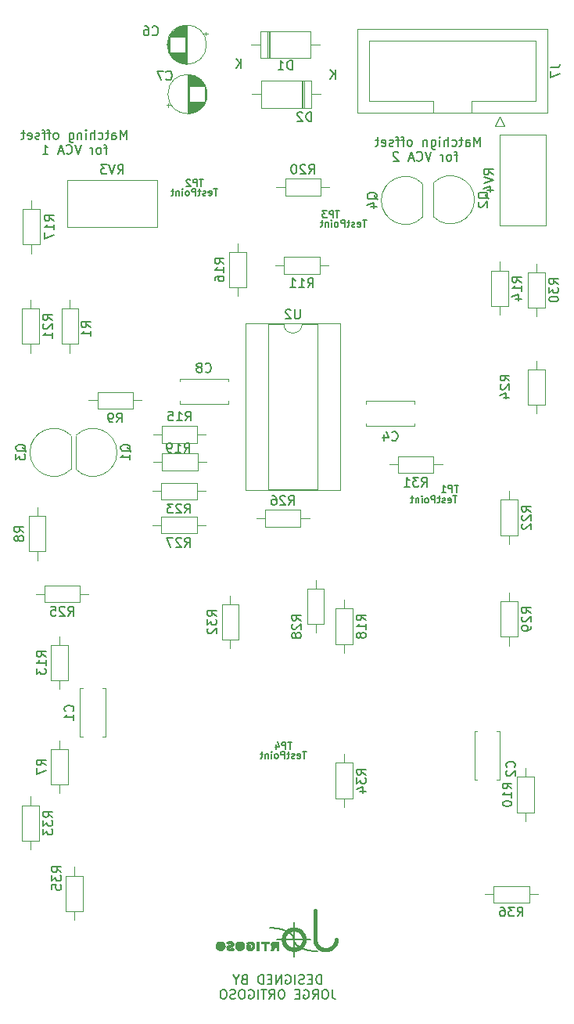
<source format=gbr>
%TF.GenerationSoftware,KiCad,Pcbnew,(6.0.1)*%
%TF.CreationDate,2022-09-11T09:05:18+02:00*%
%TF.ProjectId,vca,7663612e-6b69-4636-9164-5f7063625858,rev?*%
%TF.SameCoordinates,Original*%
%TF.FileFunction,Legend,Bot*%
%TF.FilePolarity,Positive*%
%FSLAX46Y46*%
G04 Gerber Fmt 4.6, Leading zero omitted, Abs format (unit mm)*
G04 Created by KiCad (PCBNEW (6.0.1)) date 2022-09-11 09:05:18*
%MOMM*%
%LPD*%
G01*
G04 APERTURE LIST*
%ADD10C,0.456022*%
%ADD11C,0.138789*%
%ADD12C,0.128875*%
%ADD13C,0.013218*%
%ADD14C,0.150000*%
%ADD15C,0.120000*%
G04 APERTURE END LIST*
D10*
X58619216Y-118546471D02*
X58569434Y-118568357D01*
X62707282Y-117800537D02*
X62717873Y-117745490D01*
X57096455Y-117986762D02*
X57076334Y-117937133D01*
D11*
X58387345Y-118118918D02*
X58335483Y-118061971D01*
D10*
X62498644Y-118242836D02*
X62531029Y-118199246D01*
X58804396Y-118437124D02*
X58760334Y-118467594D01*
D11*
X58050598Y-117252684D02*
X58079469Y-117312434D01*
D10*
X58846851Y-116718065D02*
X58887630Y-116752413D01*
X57417104Y-116718065D02*
X57459559Y-116685622D01*
D11*
X56991618Y-116537582D02*
X57093059Y-116571984D01*
D10*
X57376327Y-118370330D02*
X57337297Y-118334143D01*
D12*
X56292567Y-117561375D02*
X59971422Y-117561375D01*
D10*
X57596283Y-116600416D02*
X57644741Y-116576282D01*
X59242884Y-117394936D02*
X59250031Y-117449631D01*
X57143778Y-118082294D02*
X57118960Y-118035171D01*
D11*
X56314254Y-116382343D02*
X56434518Y-116401738D01*
D10*
X61520706Y-118687665D02*
X61462380Y-118683348D01*
X58358481Y-116490722D02*
X58412852Y-116502924D01*
D11*
X57690360Y-116870934D02*
X57757632Y-116921018D01*
X59379199Y-118660832D02*
X59274057Y-118627416D01*
X59832003Y-118768853D02*
X59714291Y-118745855D01*
D10*
X57170838Y-118128060D02*
X57143778Y-118082294D01*
X57043522Y-117834494D02*
X57030974Y-117781621D01*
D13*
X51348126Y-118069268D02*
X51343997Y-118078691D01*
X51343997Y-118078691D02*
X51342274Y-118081530D01*
X51342274Y-118081530D02*
X51340471Y-118084255D01*
X51340471Y-118084255D02*
X51338593Y-118086869D01*
X51338593Y-118086869D02*
X51336642Y-118089377D01*
X51336642Y-118089377D02*
X51334620Y-118091781D01*
X51334620Y-118091781D02*
X51332529Y-118094086D01*
X51332529Y-118094086D02*
X51330373Y-118096294D01*
X51330373Y-118096294D02*
X51328153Y-118098411D01*
X51328153Y-118098411D02*
X51325872Y-118100440D01*
X51325872Y-118100440D02*
X51323534Y-118102383D01*
X51323534Y-118102383D02*
X51318692Y-118106031D01*
X51318692Y-118106031D02*
X51313648Y-118109383D01*
X51313648Y-118109383D02*
X51308422Y-118112470D01*
X51308422Y-118112470D02*
X51303033Y-118115320D01*
X51303033Y-118115320D02*
X51297503Y-118117964D01*
X51297503Y-118117964D02*
X51291852Y-118120430D01*
X51291852Y-118120430D02*
X51286099Y-118122748D01*
X51286099Y-118122748D02*
X51280266Y-118124947D01*
X51280266Y-118124947D02*
X51274371Y-118127057D01*
X51274371Y-118127057D02*
X51262481Y-118131126D01*
X51262481Y-118131126D02*
X51234822Y-118139405D01*
X51234822Y-118139405D02*
X51206893Y-118147296D01*
X51206893Y-118147296D02*
X51150677Y-118162852D01*
X51150677Y-118162852D02*
X51122616Y-118170989D01*
X51122616Y-118170989D02*
X51094735Y-118179677D01*
X51094735Y-118179677D02*
X51067148Y-118189154D01*
X51067148Y-118189154D02*
X51053500Y-118194261D01*
X51053500Y-118194261D02*
X51039968Y-118199653D01*
X51039968Y-118199653D02*
X51029079Y-118204308D01*
X51029079Y-118204308D02*
X51018227Y-118209220D01*
X51018227Y-118209220D02*
X51007442Y-118214386D01*
X51007442Y-118214386D02*
X50996755Y-118219806D01*
X50996755Y-118219806D02*
X50986199Y-118225478D01*
X50986199Y-118225478D02*
X50975804Y-118231401D01*
X50975804Y-118231401D02*
X50965602Y-118237574D01*
X50965602Y-118237574D02*
X50955623Y-118243994D01*
X50955623Y-118243994D02*
X50948684Y-118248865D01*
X50948684Y-118248865D02*
X50941853Y-118253894D01*
X50941853Y-118253894D02*
X50935142Y-118259083D01*
X50935142Y-118259083D02*
X50928564Y-118264435D01*
X50928564Y-118264435D02*
X50922130Y-118269952D01*
X50922130Y-118269952D02*
X50915853Y-118275636D01*
X50915853Y-118275636D02*
X50909746Y-118281489D01*
X50909746Y-118281489D02*
X50903820Y-118287513D01*
X50903820Y-118287513D02*
X50898088Y-118293709D01*
X50898088Y-118293709D02*
X50892562Y-118300081D01*
X50892562Y-118300081D02*
X50887255Y-118306630D01*
X50887255Y-118306630D02*
X50882179Y-118313359D01*
X50882179Y-118313359D02*
X50877347Y-118320269D01*
X50877347Y-118320269D02*
X50872769Y-118327362D01*
X50872769Y-118327362D02*
X50868460Y-118334641D01*
X50868460Y-118334641D02*
X50864431Y-118342107D01*
X50864431Y-118342107D02*
X50857660Y-118355906D01*
X50857660Y-118355906D02*
X50851853Y-118370066D01*
X50851853Y-118370066D02*
X50847002Y-118384539D01*
X50847002Y-118384539D02*
X50843099Y-118399274D01*
X50843099Y-118399274D02*
X50840135Y-118414222D01*
X50840135Y-118414222D02*
X50838102Y-118429334D01*
X50838102Y-118429334D02*
X50836992Y-118444561D01*
X50836992Y-118444561D02*
X50836798Y-118459854D01*
X50836798Y-118459854D02*
X50837510Y-118475163D01*
X50837510Y-118475163D02*
X50839121Y-118490438D01*
X50839121Y-118490438D02*
X50841622Y-118505631D01*
X50841622Y-118505631D02*
X50845006Y-118520693D01*
X50845006Y-118520693D02*
X50849265Y-118535573D01*
X50849265Y-118535573D02*
X50854390Y-118550223D01*
X50854390Y-118550223D02*
X50860373Y-118564594D01*
X50860373Y-118564594D02*
X50867205Y-118578635D01*
X50867205Y-118578635D02*
X50874570Y-118592049D01*
X50874570Y-118592049D02*
X50882644Y-118605074D01*
X50882644Y-118605074D02*
X50891394Y-118617697D01*
X50891394Y-118617697D02*
X50900784Y-118629907D01*
X50900784Y-118629907D02*
X50910781Y-118641693D01*
X50910781Y-118641693D02*
X50921350Y-118653042D01*
X50921350Y-118653042D02*
X50932458Y-118663941D01*
X50932458Y-118663941D02*
X50944070Y-118674380D01*
X50944070Y-118674380D02*
X50956152Y-118684346D01*
X50956152Y-118684346D02*
X50968670Y-118693828D01*
X50968670Y-118693828D02*
X50981589Y-118702813D01*
X50981589Y-118702813D02*
X50994876Y-118711289D01*
X50994876Y-118711289D02*
X51008496Y-118719245D01*
X51008496Y-118719245D02*
X51022414Y-118726669D01*
X51022414Y-118726669D02*
X51036598Y-118733548D01*
X51036598Y-118733548D02*
X51051011Y-118739871D01*
X51051011Y-118739871D02*
X51065632Y-118745642D01*
X51065632Y-118745642D02*
X51080459Y-118750861D01*
X51080459Y-118750861D02*
X51095472Y-118755544D01*
X51095472Y-118755544D02*
X51110651Y-118759706D01*
X51110651Y-118759706D02*
X51125976Y-118763364D01*
X51125976Y-118763364D02*
X51141427Y-118766532D01*
X51141427Y-118766532D02*
X51156984Y-118769227D01*
X51156984Y-118769227D02*
X51172625Y-118771465D01*
X51172625Y-118771465D02*
X51188332Y-118773261D01*
X51188332Y-118773261D02*
X51204084Y-118774631D01*
X51204084Y-118774631D02*
X51219860Y-118775592D01*
X51219860Y-118775592D02*
X51235640Y-118776158D01*
X51235640Y-118776158D02*
X51251404Y-118776346D01*
X51251404Y-118776346D02*
X51267133Y-118776172D01*
X51267133Y-118776172D02*
X51282805Y-118775651D01*
X51282805Y-118775651D02*
X51298400Y-118774800D01*
X51298400Y-118774800D02*
X51324026Y-118772584D01*
X51324026Y-118772584D02*
X51349570Y-118769448D01*
X51349570Y-118769448D02*
X51374980Y-118765385D01*
X51374980Y-118765385D02*
X51400206Y-118760389D01*
X51400206Y-118760389D02*
X51425197Y-118754456D01*
X51425197Y-118754456D02*
X51449902Y-118747578D01*
X51449902Y-118747578D02*
X51474272Y-118739751D01*
X51474272Y-118739751D02*
X51498255Y-118730969D01*
X51498255Y-118730969D02*
X51521800Y-118721226D01*
X51521800Y-118721226D02*
X51544858Y-118710516D01*
X51544858Y-118710516D02*
X51567376Y-118698833D01*
X51567376Y-118698833D02*
X51589305Y-118686173D01*
X51589305Y-118686173D02*
X51610594Y-118672528D01*
X51610594Y-118672528D02*
X51631193Y-118657894D01*
X51631193Y-118657894D02*
X51651050Y-118642265D01*
X51651050Y-118642265D02*
X51670114Y-118625635D01*
X51670114Y-118625635D02*
X51480799Y-118454976D01*
X51480799Y-118454976D02*
X51466974Y-118467731D01*
X51466974Y-118467731D02*
X51452483Y-118479773D01*
X51452483Y-118479773D02*
X51437373Y-118491081D01*
X51437373Y-118491081D02*
X51421691Y-118501636D01*
X51421691Y-118501636D02*
X51405483Y-118511420D01*
X51405483Y-118511420D02*
X51388795Y-118520411D01*
X51388795Y-118520411D02*
X51371675Y-118528592D01*
X51371675Y-118528592D02*
X51354168Y-118535942D01*
X51354168Y-118535942D02*
X51336321Y-118542442D01*
X51336321Y-118542442D02*
X51318180Y-118548072D01*
X51318180Y-118548072D02*
X51299792Y-118552813D01*
X51299792Y-118552813D02*
X51281204Y-118556645D01*
X51281204Y-118556645D02*
X51262461Y-118559550D01*
X51262461Y-118559550D02*
X51243611Y-118561507D01*
X51243611Y-118561507D02*
X51224700Y-118562497D01*
X51224700Y-118562497D02*
X51205773Y-118562500D01*
X51205773Y-118562500D02*
X51195299Y-118561970D01*
X51195299Y-118561970D02*
X51184694Y-118560882D01*
X51184694Y-118560882D02*
X51174084Y-118559212D01*
X51174084Y-118559212D02*
X51163599Y-118556937D01*
X51163599Y-118556937D02*
X51153364Y-118554033D01*
X51153364Y-118554033D02*
X51143509Y-118550476D01*
X51143509Y-118550476D02*
X51134160Y-118546244D01*
X51134160Y-118546244D02*
X51125444Y-118541311D01*
X51125444Y-118541311D02*
X51121364Y-118538574D01*
X51121364Y-118538574D02*
X51117490Y-118535654D01*
X51117490Y-118535654D02*
X51113839Y-118532547D01*
X51113839Y-118532547D02*
X51110426Y-118529250D01*
X51110426Y-118529250D02*
X51107266Y-118525761D01*
X51107266Y-118525761D02*
X51104377Y-118522076D01*
X51104377Y-118522076D02*
X51101774Y-118518192D01*
X51101774Y-118518192D02*
X51099473Y-118514106D01*
X51099473Y-118514106D02*
X51097489Y-118509816D01*
X51097489Y-118509816D02*
X51095840Y-118505319D01*
X51095840Y-118505319D02*
X51094540Y-118500610D01*
X51094540Y-118500610D02*
X51093606Y-118495689D01*
X51093606Y-118495689D02*
X51093054Y-118490551D01*
X51093054Y-118490551D02*
X51092899Y-118485193D01*
X51092899Y-118485193D02*
X51093158Y-118479614D01*
X51093158Y-118479614D02*
X51093846Y-118473809D01*
X51093846Y-118473809D02*
X51094357Y-118471850D01*
X51094357Y-118471850D02*
X51094872Y-118470020D01*
X51094872Y-118470020D02*
X51095391Y-118468318D01*
X51095391Y-118468318D02*
X51095911Y-118466743D01*
X51095911Y-118466743D02*
X51096431Y-118465295D01*
X51096431Y-118465295D02*
X51096949Y-118463973D01*
X51096949Y-118463973D02*
X51097464Y-118462775D01*
X51097464Y-118462775D02*
X51097974Y-118461702D01*
X51097974Y-118461702D02*
X51099851Y-118457871D01*
X51099851Y-118457871D02*
X51101845Y-118454185D01*
X51101845Y-118454185D02*
X51103952Y-118450641D01*
X51103952Y-118450641D02*
X51106168Y-118447235D01*
X51106168Y-118447235D02*
X51108489Y-118443963D01*
X51108489Y-118443963D02*
X51110910Y-118440821D01*
X51110910Y-118440821D02*
X51113429Y-118437804D01*
X51113429Y-118437804D02*
X51116041Y-118434910D01*
X51116041Y-118434910D02*
X51118741Y-118432134D01*
X51118741Y-118432134D02*
X51121526Y-118429472D01*
X51121526Y-118429472D02*
X51124392Y-118426920D01*
X51124392Y-118426920D02*
X51127335Y-118424474D01*
X51127335Y-118424474D02*
X51130351Y-118422131D01*
X51130351Y-118422131D02*
X51133435Y-118419887D01*
X51133435Y-118419887D02*
X51139793Y-118415677D01*
X51139793Y-118415677D02*
X51146377Y-118411814D01*
X51146377Y-118411814D02*
X51153156Y-118408266D01*
X51153156Y-118408266D02*
X51160097Y-118405002D01*
X51160097Y-118405002D02*
X51167167Y-118401991D01*
X51167167Y-118401991D02*
X51174334Y-118399201D01*
X51174334Y-118399201D02*
X51181566Y-118396600D01*
X51181566Y-118396600D02*
X51188831Y-118394157D01*
X51188831Y-118394157D02*
X51196097Y-118391841D01*
X51196097Y-118391841D02*
X51381270Y-118339409D01*
X51381270Y-118339409D02*
X51403988Y-118331450D01*
X51403988Y-118331450D02*
X51415241Y-118327148D01*
X51415241Y-118327148D02*
X51426395Y-118322610D01*
X51426395Y-118322610D02*
X51437427Y-118317821D01*
X51437427Y-118317821D02*
X51448315Y-118312764D01*
X51448315Y-118312764D02*
X51459036Y-118307423D01*
X51459036Y-118307423D02*
X51469568Y-118301783D01*
X51469568Y-118301783D02*
X51479889Y-118295828D01*
X51479889Y-118295828D02*
X51489977Y-118289542D01*
X51489977Y-118289542D02*
X51499809Y-118282910D01*
X51499809Y-118282910D02*
X51509363Y-118275915D01*
X51509363Y-118275915D02*
X51518617Y-118268541D01*
X51518617Y-118268541D02*
X51527548Y-118260773D01*
X51527548Y-118260773D02*
X51536135Y-118252596D01*
X51536135Y-118252596D02*
X51544355Y-118243992D01*
X51544355Y-118243992D02*
X51552645Y-118234972D01*
X51552645Y-118234972D02*
X51560416Y-118225569D01*
X51560416Y-118225569D02*
X51567664Y-118215807D01*
X51567664Y-118215807D02*
X51574389Y-118205713D01*
X51574389Y-118205713D02*
X51580588Y-118195311D01*
X51580588Y-118195311D02*
X51586258Y-118184629D01*
X51586258Y-118184629D02*
X51591398Y-118173690D01*
X51591398Y-118173690D02*
X51596006Y-118162521D01*
X51596006Y-118162521D02*
X51600080Y-118151148D01*
X51600080Y-118151148D02*
X51603618Y-118139595D01*
X51603618Y-118139595D02*
X51606616Y-118127889D01*
X51606616Y-118127889D02*
X51609075Y-118116055D01*
X51609075Y-118116055D02*
X51610990Y-118104119D01*
X51610990Y-118104119D02*
X51612361Y-118092106D01*
X51612361Y-118092106D02*
X51613185Y-118080042D01*
X51613185Y-118080042D02*
X51613460Y-118067952D01*
X51613460Y-118067952D02*
X51612916Y-118055860D01*
X51612916Y-118055860D02*
X51611795Y-118043794D01*
X51611795Y-118043794D02*
X51610107Y-118031779D01*
X51610107Y-118031779D02*
X51607858Y-118019841D01*
X51607858Y-118019841D02*
X51605059Y-118008006D01*
X51605059Y-118008006D02*
X51601716Y-117996299D01*
X51601716Y-117996299D02*
X51597838Y-117984745D01*
X51597838Y-117984745D02*
X51593434Y-117973371D01*
X51593434Y-117973371D02*
X51588510Y-117962202D01*
X51588510Y-117962202D02*
X51583076Y-117951262D01*
X51583076Y-117951262D02*
X51577141Y-117940579D01*
X51577141Y-117940579D02*
X51570711Y-117930178D01*
X51570711Y-117930178D02*
X51563795Y-117920083D01*
X51563795Y-117920083D02*
X51556401Y-117910321D01*
X51556401Y-117910321D02*
X51548538Y-117900917D01*
X51548538Y-117900917D02*
X51540214Y-117891897D01*
X51540214Y-117891897D02*
X51530906Y-117882067D01*
X51530906Y-117882067D02*
X51521139Y-117872730D01*
X51521139Y-117872730D02*
X51510938Y-117863873D01*
X51510938Y-117863873D02*
X51500330Y-117855486D01*
X51500330Y-117855486D02*
X51489342Y-117847555D01*
X51489342Y-117847555D02*
X51477999Y-117840069D01*
X51477999Y-117840069D02*
X51466329Y-117833017D01*
X51466329Y-117833017D02*
X51454358Y-117826386D01*
X51454358Y-117826386D02*
X51442111Y-117820164D01*
X51442111Y-117820164D02*
X51429616Y-117814339D01*
X51429616Y-117814339D02*
X51416899Y-117808900D01*
X51416899Y-117808900D02*
X51403985Y-117803835D01*
X51403985Y-117803835D02*
X51390903Y-117799131D01*
X51390903Y-117799131D02*
X51377677Y-117794777D01*
X51377677Y-117794777D02*
X51364334Y-117790761D01*
X51364334Y-117790761D02*
X51350900Y-117787070D01*
X51350900Y-117787070D02*
X51334250Y-117782801D01*
X51334250Y-117782801D02*
X51317486Y-117779061D01*
X51317486Y-117779061D02*
X51300623Y-117775845D01*
X51300623Y-117775845D02*
X51283673Y-117773146D01*
X51283673Y-117773146D02*
X51266651Y-117770958D01*
X51266651Y-117770958D02*
X51249572Y-117769277D01*
X51249572Y-117769277D02*
X51232448Y-117768096D01*
X51232448Y-117768096D02*
X51215294Y-117767410D01*
X51215294Y-117767410D02*
X51198125Y-117767212D01*
X51198125Y-117767212D02*
X51180953Y-117767498D01*
X51180953Y-117767498D02*
X51163793Y-117768260D01*
X51163793Y-117768260D02*
X51146659Y-117769494D01*
X51146659Y-117769494D02*
X51129565Y-117771194D01*
X51129565Y-117771194D02*
X51112525Y-117773354D01*
X51112525Y-117773354D02*
X51095553Y-117775967D01*
X51095553Y-117775967D02*
X51078663Y-117779030D01*
X51078663Y-117779030D02*
X51061349Y-117782553D01*
X51061349Y-117782553D02*
X51044148Y-117786577D01*
X51044148Y-117786577D02*
X51027072Y-117791096D01*
X51027072Y-117791096D02*
X51010137Y-117796108D01*
X51010137Y-117796108D02*
X50993356Y-117801608D01*
X50993356Y-117801608D02*
X50976743Y-117807593D01*
X50976743Y-117807593D02*
X50960313Y-117814058D01*
X50960313Y-117814058D02*
X50944079Y-117821000D01*
X50944079Y-117821000D02*
X50928055Y-117828414D01*
X50928055Y-117828414D02*
X50912256Y-117836296D01*
X50912256Y-117836296D02*
X50896696Y-117844644D01*
X50896696Y-117844644D02*
X50881388Y-117853452D01*
X50881388Y-117853452D02*
X50866347Y-117862717D01*
X50866347Y-117862717D02*
X50851587Y-117872435D01*
X50851587Y-117872435D02*
X50837121Y-117882602D01*
X50837121Y-117882602D02*
X50822965Y-117893214D01*
X50822965Y-117893214D02*
X50901759Y-117967139D01*
X50901759Y-117967139D02*
X50914835Y-117979739D01*
X50914835Y-117979739D02*
X50928120Y-117992339D01*
X50928120Y-117992339D02*
X50955125Y-118017541D01*
X50955125Y-118017541D02*
X51009558Y-118067952D01*
X51009558Y-118067952D02*
X51022211Y-118055042D01*
X51022211Y-118055042D02*
X51035758Y-118043043D01*
X51035758Y-118043043D02*
X51050123Y-118031980D01*
X51050123Y-118031980D02*
X51065228Y-118021881D01*
X51065228Y-118021881D02*
X51080996Y-118012775D01*
X51080996Y-118012775D02*
X51097351Y-118004689D01*
X51097351Y-118004689D02*
X51114216Y-117997650D01*
X51114216Y-117997650D02*
X51131513Y-117991686D01*
X51131513Y-117991686D02*
X51149167Y-117986825D01*
X51149167Y-117986825D02*
X51167099Y-117983094D01*
X51167099Y-117983094D02*
X51185233Y-117980521D01*
X51185233Y-117980521D02*
X51203493Y-117979133D01*
X51203493Y-117979133D02*
X51221801Y-117978958D01*
X51221801Y-117978958D02*
X51240081Y-117980023D01*
X51240081Y-117980023D02*
X51258255Y-117982357D01*
X51258255Y-117982357D02*
X51276247Y-117985986D01*
X51276247Y-117985986D02*
X51283815Y-117987956D01*
X51283815Y-117987956D02*
X51291416Y-117990339D01*
X51291416Y-117990339D02*
X51298957Y-117993140D01*
X51298957Y-117993140D02*
X51306341Y-117996361D01*
X51306341Y-117996361D02*
X51313474Y-118000008D01*
X51313474Y-118000008D02*
X51320260Y-118004083D01*
X51320260Y-118004083D02*
X51326604Y-118008591D01*
X51326604Y-118008591D02*
X51329581Y-118011009D01*
X51329581Y-118011009D02*
X51332411Y-118013536D01*
X51332411Y-118013536D02*
X51335084Y-118016173D01*
X51335084Y-118016173D02*
X51337587Y-118018921D01*
X51337587Y-118018921D02*
X51339908Y-118021780D01*
X51339908Y-118021780D02*
X51342035Y-118024750D01*
X51342035Y-118024750D02*
X51343957Y-118027833D01*
X51343957Y-118027833D02*
X51345661Y-118031027D01*
X51345661Y-118031027D02*
X51347136Y-118034335D01*
X51347136Y-118034335D02*
X51348369Y-118037756D01*
X51348369Y-118037756D02*
X51349350Y-118041291D01*
X51349350Y-118041291D02*
X51350065Y-118044941D01*
X51350065Y-118044941D02*
X51350504Y-118048705D01*
X51350504Y-118048705D02*
X51350653Y-118052585D01*
X51350653Y-118052585D02*
X51350502Y-118056581D01*
X51350502Y-118056581D02*
X51350038Y-118060693D01*
X51350038Y-118060693D02*
X51349250Y-118064922D01*
X51349250Y-118064922D02*
X51348126Y-118069268D01*
X51348126Y-118069268D02*
X51348126Y-118069268D01*
G36*
X51215294Y-117767410D02*
G01*
X51232448Y-117768096D01*
X51249572Y-117769277D01*
X51266651Y-117770958D01*
X51283673Y-117773146D01*
X51300623Y-117775845D01*
X51317486Y-117779061D01*
X51334250Y-117782801D01*
X51350900Y-117787070D01*
X51364334Y-117790761D01*
X51377677Y-117794777D01*
X51390903Y-117799131D01*
X51403985Y-117803835D01*
X51416899Y-117808900D01*
X51429616Y-117814339D01*
X51442111Y-117820164D01*
X51454358Y-117826386D01*
X51466329Y-117833017D01*
X51477999Y-117840069D01*
X51489342Y-117847555D01*
X51500330Y-117855486D01*
X51510938Y-117863873D01*
X51521139Y-117872730D01*
X51530906Y-117882067D01*
X51540214Y-117891897D01*
X51548538Y-117900917D01*
X51556401Y-117910321D01*
X51563795Y-117920083D01*
X51570711Y-117930178D01*
X51577141Y-117940579D01*
X51583076Y-117951262D01*
X51588510Y-117962202D01*
X51593434Y-117973371D01*
X51597838Y-117984745D01*
X51601716Y-117996299D01*
X51605059Y-118008006D01*
X51607858Y-118019841D01*
X51610107Y-118031779D01*
X51611795Y-118043794D01*
X51612916Y-118055860D01*
X51613460Y-118067952D01*
X51613185Y-118080042D01*
X51612361Y-118092106D01*
X51610990Y-118104119D01*
X51609075Y-118116055D01*
X51606616Y-118127889D01*
X51603618Y-118139595D01*
X51600080Y-118151148D01*
X51596006Y-118162521D01*
X51591398Y-118173690D01*
X51586258Y-118184629D01*
X51580588Y-118195311D01*
X51574389Y-118205713D01*
X51567664Y-118215807D01*
X51560416Y-118225569D01*
X51552645Y-118234972D01*
X51544355Y-118243992D01*
X51536135Y-118252596D01*
X51527548Y-118260773D01*
X51518617Y-118268541D01*
X51509363Y-118275915D01*
X51499809Y-118282910D01*
X51489977Y-118289542D01*
X51479889Y-118295828D01*
X51469568Y-118301783D01*
X51459036Y-118307423D01*
X51448315Y-118312764D01*
X51437427Y-118317821D01*
X51426395Y-118322610D01*
X51415241Y-118327148D01*
X51403988Y-118331450D01*
X51381270Y-118339409D01*
X51196097Y-118391841D01*
X51188831Y-118394157D01*
X51181566Y-118396600D01*
X51174334Y-118399201D01*
X51167167Y-118401991D01*
X51160097Y-118405002D01*
X51153156Y-118408266D01*
X51146377Y-118411814D01*
X51139793Y-118415677D01*
X51133435Y-118419887D01*
X51130351Y-118422131D01*
X51127335Y-118424474D01*
X51124392Y-118426920D01*
X51121526Y-118429472D01*
X51118741Y-118432134D01*
X51116041Y-118434910D01*
X51113429Y-118437804D01*
X51110910Y-118440821D01*
X51108489Y-118443963D01*
X51106168Y-118447235D01*
X51103952Y-118450641D01*
X51101845Y-118454185D01*
X51099851Y-118457871D01*
X51097974Y-118461702D01*
X51097464Y-118462775D01*
X51096949Y-118463973D01*
X51096431Y-118465295D01*
X51095911Y-118466743D01*
X51095391Y-118468318D01*
X51094872Y-118470020D01*
X51094357Y-118471850D01*
X51093846Y-118473809D01*
X51093158Y-118479614D01*
X51092899Y-118485193D01*
X51093054Y-118490551D01*
X51093606Y-118495689D01*
X51094540Y-118500610D01*
X51095840Y-118505319D01*
X51097489Y-118509816D01*
X51099473Y-118514106D01*
X51101774Y-118518192D01*
X51104377Y-118522076D01*
X51107266Y-118525761D01*
X51110426Y-118529250D01*
X51113839Y-118532547D01*
X51117490Y-118535654D01*
X51121364Y-118538574D01*
X51125444Y-118541311D01*
X51134160Y-118546244D01*
X51143509Y-118550476D01*
X51153364Y-118554033D01*
X51163599Y-118556937D01*
X51174084Y-118559212D01*
X51184694Y-118560882D01*
X51195299Y-118561970D01*
X51205773Y-118562500D01*
X51224700Y-118562497D01*
X51243611Y-118561507D01*
X51262461Y-118559550D01*
X51281204Y-118556645D01*
X51299792Y-118552813D01*
X51318180Y-118548072D01*
X51336321Y-118542442D01*
X51354168Y-118535942D01*
X51371675Y-118528592D01*
X51388795Y-118520411D01*
X51405483Y-118511420D01*
X51421691Y-118501636D01*
X51437373Y-118491081D01*
X51452483Y-118479773D01*
X51466974Y-118467731D01*
X51480799Y-118454976D01*
X51670114Y-118625635D01*
X51651050Y-118642265D01*
X51631193Y-118657894D01*
X51610594Y-118672528D01*
X51589305Y-118686173D01*
X51567376Y-118698833D01*
X51544858Y-118710516D01*
X51521800Y-118721226D01*
X51498255Y-118730969D01*
X51474272Y-118739751D01*
X51449902Y-118747578D01*
X51425197Y-118754456D01*
X51400206Y-118760389D01*
X51374980Y-118765385D01*
X51349570Y-118769448D01*
X51324026Y-118772584D01*
X51298400Y-118774800D01*
X51282805Y-118775651D01*
X51267133Y-118776172D01*
X51251404Y-118776346D01*
X51235640Y-118776158D01*
X51219860Y-118775592D01*
X51204084Y-118774631D01*
X51188332Y-118773261D01*
X51172625Y-118771465D01*
X51156984Y-118769227D01*
X51141427Y-118766532D01*
X51125976Y-118763364D01*
X51110651Y-118759706D01*
X51095472Y-118755544D01*
X51080459Y-118750861D01*
X51065632Y-118745642D01*
X51051011Y-118739871D01*
X51036598Y-118733548D01*
X51022414Y-118726669D01*
X51008496Y-118719245D01*
X50994876Y-118711289D01*
X50981589Y-118702813D01*
X50968670Y-118693828D01*
X50956152Y-118684346D01*
X50944070Y-118674380D01*
X50932458Y-118663941D01*
X50921350Y-118653042D01*
X50910781Y-118641693D01*
X50900784Y-118629907D01*
X50891394Y-118617697D01*
X50882644Y-118605074D01*
X50874570Y-118592049D01*
X50867205Y-118578635D01*
X50860373Y-118564594D01*
X50854390Y-118550223D01*
X50849265Y-118535573D01*
X50845006Y-118520693D01*
X50841622Y-118505631D01*
X50839121Y-118490438D01*
X50837510Y-118475163D01*
X50836798Y-118459854D01*
X50836992Y-118444561D01*
X50838102Y-118429334D01*
X50840135Y-118414222D01*
X50843099Y-118399274D01*
X50847002Y-118384539D01*
X50851853Y-118370066D01*
X50857660Y-118355906D01*
X50864431Y-118342107D01*
X50868460Y-118334641D01*
X50872769Y-118327362D01*
X50877347Y-118320269D01*
X50882179Y-118313359D01*
X50887255Y-118306630D01*
X50892562Y-118300081D01*
X50898088Y-118293709D01*
X50903820Y-118287513D01*
X50909746Y-118281489D01*
X50915853Y-118275636D01*
X50922130Y-118269952D01*
X50928564Y-118264435D01*
X50935142Y-118259083D01*
X50941853Y-118253894D01*
X50948684Y-118248865D01*
X50955623Y-118243994D01*
X50965602Y-118237574D01*
X50975804Y-118231401D01*
X50986199Y-118225478D01*
X50996755Y-118219806D01*
X51007442Y-118214386D01*
X51018227Y-118209220D01*
X51029079Y-118204308D01*
X51039968Y-118199653D01*
X51053500Y-118194261D01*
X51067148Y-118189154D01*
X51094735Y-118179677D01*
X51122616Y-118170989D01*
X51150677Y-118162852D01*
X51206893Y-118147296D01*
X51234822Y-118139405D01*
X51262481Y-118131126D01*
X51274371Y-118127057D01*
X51280266Y-118124947D01*
X51286099Y-118122748D01*
X51291852Y-118120430D01*
X51297503Y-118117964D01*
X51303033Y-118115320D01*
X51308422Y-118112470D01*
X51313648Y-118109383D01*
X51318692Y-118106031D01*
X51323534Y-118102383D01*
X51325872Y-118100440D01*
X51328153Y-118098411D01*
X51330373Y-118096294D01*
X51332529Y-118094086D01*
X51334620Y-118091781D01*
X51336642Y-118089377D01*
X51338593Y-118086869D01*
X51340471Y-118084255D01*
X51342274Y-118081530D01*
X51343997Y-118078691D01*
X51348126Y-118069268D01*
X51349250Y-118064922D01*
X51350038Y-118060693D01*
X51350502Y-118056581D01*
X51350653Y-118052585D01*
X51350504Y-118048705D01*
X51350065Y-118044941D01*
X51349350Y-118041291D01*
X51348369Y-118037756D01*
X51347136Y-118034335D01*
X51345661Y-118031027D01*
X51343957Y-118027833D01*
X51342035Y-118024750D01*
X51339908Y-118021780D01*
X51337587Y-118018921D01*
X51335084Y-118016173D01*
X51332411Y-118013536D01*
X51329581Y-118011009D01*
X51326604Y-118008591D01*
X51320260Y-118004083D01*
X51313474Y-118000008D01*
X51306341Y-117996361D01*
X51298957Y-117993140D01*
X51291416Y-117990339D01*
X51283815Y-117987956D01*
X51276247Y-117985986D01*
X51258255Y-117982357D01*
X51240081Y-117980023D01*
X51221801Y-117978958D01*
X51203493Y-117979133D01*
X51185233Y-117980521D01*
X51167099Y-117983094D01*
X51149167Y-117986825D01*
X51131513Y-117991686D01*
X51114216Y-117997650D01*
X51097351Y-118004689D01*
X51080996Y-118012775D01*
X51065228Y-118021881D01*
X51050123Y-118031980D01*
X51035758Y-118043043D01*
X51022211Y-118055042D01*
X51009558Y-118067952D01*
X50955125Y-118017541D01*
X50928120Y-117992339D01*
X50914835Y-117979739D01*
X50901759Y-117967139D01*
X50822965Y-117893214D01*
X50837121Y-117882602D01*
X50851587Y-117872435D01*
X50866347Y-117862717D01*
X50881388Y-117853452D01*
X50896696Y-117844644D01*
X50912256Y-117836296D01*
X50928055Y-117828414D01*
X50944079Y-117821000D01*
X50960313Y-117814058D01*
X50976743Y-117807593D01*
X50993356Y-117801608D01*
X51010137Y-117796108D01*
X51027072Y-117791096D01*
X51044148Y-117786577D01*
X51061349Y-117782553D01*
X51078663Y-117779030D01*
X51095553Y-117775967D01*
X51112525Y-117773354D01*
X51129565Y-117771194D01*
X51146659Y-117769494D01*
X51163793Y-117768260D01*
X51180953Y-117767498D01*
X51198125Y-117767212D01*
X51215294Y-117767410D01*
G37*
X51215294Y-117767410D02*
X51232448Y-117768096D01*
X51249572Y-117769277D01*
X51266651Y-117770958D01*
X51283673Y-117773146D01*
X51300623Y-117775845D01*
X51317486Y-117779061D01*
X51334250Y-117782801D01*
X51350900Y-117787070D01*
X51364334Y-117790761D01*
X51377677Y-117794777D01*
X51390903Y-117799131D01*
X51403985Y-117803835D01*
X51416899Y-117808900D01*
X51429616Y-117814339D01*
X51442111Y-117820164D01*
X51454358Y-117826386D01*
X51466329Y-117833017D01*
X51477999Y-117840069D01*
X51489342Y-117847555D01*
X51500330Y-117855486D01*
X51510938Y-117863873D01*
X51521139Y-117872730D01*
X51530906Y-117882067D01*
X51540214Y-117891897D01*
X51548538Y-117900917D01*
X51556401Y-117910321D01*
X51563795Y-117920083D01*
X51570711Y-117930178D01*
X51577141Y-117940579D01*
X51583076Y-117951262D01*
X51588510Y-117962202D01*
X51593434Y-117973371D01*
X51597838Y-117984745D01*
X51601716Y-117996299D01*
X51605059Y-118008006D01*
X51607858Y-118019841D01*
X51610107Y-118031779D01*
X51611795Y-118043794D01*
X51612916Y-118055860D01*
X51613460Y-118067952D01*
X51613185Y-118080042D01*
X51612361Y-118092106D01*
X51610990Y-118104119D01*
X51609075Y-118116055D01*
X51606616Y-118127889D01*
X51603618Y-118139595D01*
X51600080Y-118151148D01*
X51596006Y-118162521D01*
X51591398Y-118173690D01*
X51586258Y-118184629D01*
X51580588Y-118195311D01*
X51574389Y-118205713D01*
X51567664Y-118215807D01*
X51560416Y-118225569D01*
X51552645Y-118234972D01*
X51544355Y-118243992D01*
X51536135Y-118252596D01*
X51527548Y-118260773D01*
X51518617Y-118268541D01*
X51509363Y-118275915D01*
X51499809Y-118282910D01*
X51489977Y-118289542D01*
X51479889Y-118295828D01*
X51469568Y-118301783D01*
X51459036Y-118307423D01*
X51448315Y-118312764D01*
X51437427Y-118317821D01*
X51426395Y-118322610D01*
X51415241Y-118327148D01*
X51403988Y-118331450D01*
X51381270Y-118339409D01*
X51196097Y-118391841D01*
X51188831Y-118394157D01*
X51181566Y-118396600D01*
X51174334Y-118399201D01*
X51167167Y-118401991D01*
X51160097Y-118405002D01*
X51153156Y-118408266D01*
X51146377Y-118411814D01*
X51139793Y-118415677D01*
X51133435Y-118419887D01*
X51130351Y-118422131D01*
X51127335Y-118424474D01*
X51124392Y-118426920D01*
X51121526Y-118429472D01*
X51118741Y-118432134D01*
X51116041Y-118434910D01*
X51113429Y-118437804D01*
X51110910Y-118440821D01*
X51108489Y-118443963D01*
X51106168Y-118447235D01*
X51103952Y-118450641D01*
X51101845Y-118454185D01*
X51099851Y-118457871D01*
X51097974Y-118461702D01*
X51097464Y-118462775D01*
X51096949Y-118463973D01*
X51096431Y-118465295D01*
X51095911Y-118466743D01*
X51095391Y-118468318D01*
X51094872Y-118470020D01*
X51094357Y-118471850D01*
X51093846Y-118473809D01*
X51093158Y-118479614D01*
X51092899Y-118485193D01*
X51093054Y-118490551D01*
X51093606Y-118495689D01*
X51094540Y-118500610D01*
X51095840Y-118505319D01*
X51097489Y-118509816D01*
X51099473Y-118514106D01*
X51101774Y-118518192D01*
X51104377Y-118522076D01*
X51107266Y-118525761D01*
X51110426Y-118529250D01*
X51113839Y-118532547D01*
X51117490Y-118535654D01*
X51121364Y-118538574D01*
X51125444Y-118541311D01*
X51134160Y-118546244D01*
X51143509Y-118550476D01*
X51153364Y-118554033D01*
X51163599Y-118556937D01*
X51174084Y-118559212D01*
X51184694Y-118560882D01*
X51195299Y-118561970D01*
X51205773Y-118562500D01*
X51224700Y-118562497D01*
X51243611Y-118561507D01*
X51262461Y-118559550D01*
X51281204Y-118556645D01*
X51299792Y-118552813D01*
X51318180Y-118548072D01*
X51336321Y-118542442D01*
X51354168Y-118535942D01*
X51371675Y-118528592D01*
X51388795Y-118520411D01*
X51405483Y-118511420D01*
X51421691Y-118501636D01*
X51437373Y-118491081D01*
X51452483Y-118479773D01*
X51466974Y-118467731D01*
X51480799Y-118454976D01*
X51670114Y-118625635D01*
X51651050Y-118642265D01*
X51631193Y-118657894D01*
X51610594Y-118672528D01*
X51589305Y-118686173D01*
X51567376Y-118698833D01*
X51544858Y-118710516D01*
X51521800Y-118721226D01*
X51498255Y-118730969D01*
X51474272Y-118739751D01*
X51449902Y-118747578D01*
X51425197Y-118754456D01*
X51400206Y-118760389D01*
X51374980Y-118765385D01*
X51349570Y-118769448D01*
X51324026Y-118772584D01*
X51298400Y-118774800D01*
X51282805Y-118775651D01*
X51267133Y-118776172D01*
X51251404Y-118776346D01*
X51235640Y-118776158D01*
X51219860Y-118775592D01*
X51204084Y-118774631D01*
X51188332Y-118773261D01*
X51172625Y-118771465D01*
X51156984Y-118769227D01*
X51141427Y-118766532D01*
X51125976Y-118763364D01*
X51110651Y-118759706D01*
X51095472Y-118755544D01*
X51080459Y-118750861D01*
X51065632Y-118745642D01*
X51051011Y-118739871D01*
X51036598Y-118733548D01*
X51022414Y-118726669D01*
X51008496Y-118719245D01*
X50994876Y-118711289D01*
X50981589Y-118702813D01*
X50968670Y-118693828D01*
X50956152Y-118684346D01*
X50944070Y-118674380D01*
X50932458Y-118663941D01*
X50921350Y-118653042D01*
X50910781Y-118641693D01*
X50900784Y-118629907D01*
X50891394Y-118617697D01*
X50882644Y-118605074D01*
X50874570Y-118592049D01*
X50867205Y-118578635D01*
X50860373Y-118564594D01*
X50854390Y-118550223D01*
X50849265Y-118535573D01*
X50845006Y-118520693D01*
X50841622Y-118505631D01*
X50839121Y-118490438D01*
X50837510Y-118475163D01*
X50836798Y-118459854D01*
X50836992Y-118444561D01*
X50838102Y-118429334D01*
X50840135Y-118414222D01*
X50843099Y-118399274D01*
X50847002Y-118384539D01*
X50851853Y-118370066D01*
X50857660Y-118355906D01*
X50864431Y-118342107D01*
X50868460Y-118334641D01*
X50872769Y-118327362D01*
X50877347Y-118320269D01*
X50882179Y-118313359D01*
X50887255Y-118306630D01*
X50892562Y-118300081D01*
X50898088Y-118293709D01*
X50903820Y-118287513D01*
X50909746Y-118281489D01*
X50915853Y-118275636D01*
X50922130Y-118269952D01*
X50928564Y-118264435D01*
X50935142Y-118259083D01*
X50941853Y-118253894D01*
X50948684Y-118248865D01*
X50955623Y-118243994D01*
X50965602Y-118237574D01*
X50975804Y-118231401D01*
X50986199Y-118225478D01*
X50996755Y-118219806D01*
X51007442Y-118214386D01*
X51018227Y-118209220D01*
X51029079Y-118204308D01*
X51039968Y-118199653D01*
X51053500Y-118194261D01*
X51067148Y-118189154D01*
X51094735Y-118179677D01*
X51122616Y-118170989D01*
X51150677Y-118162852D01*
X51206893Y-118147296D01*
X51234822Y-118139405D01*
X51262481Y-118131126D01*
X51274371Y-118127057D01*
X51280266Y-118124947D01*
X51286099Y-118122748D01*
X51291852Y-118120430D01*
X51297503Y-118117964D01*
X51303033Y-118115320D01*
X51308422Y-118112470D01*
X51313648Y-118109383D01*
X51318692Y-118106031D01*
X51323534Y-118102383D01*
X51325872Y-118100440D01*
X51328153Y-118098411D01*
X51330373Y-118096294D01*
X51332529Y-118094086D01*
X51334620Y-118091781D01*
X51336642Y-118089377D01*
X51338593Y-118086869D01*
X51340471Y-118084255D01*
X51342274Y-118081530D01*
X51343997Y-118078691D01*
X51348126Y-118069268D01*
X51349250Y-118064922D01*
X51350038Y-118060693D01*
X51350502Y-118056581D01*
X51350653Y-118052585D01*
X51350504Y-118048705D01*
X51350065Y-118044941D01*
X51349350Y-118041291D01*
X51348369Y-118037756D01*
X51347136Y-118034335D01*
X51345661Y-118031027D01*
X51343957Y-118027833D01*
X51342035Y-118024750D01*
X51339908Y-118021780D01*
X51337587Y-118018921D01*
X51335084Y-118016173D01*
X51332411Y-118013536D01*
X51329581Y-118011009D01*
X51326604Y-118008591D01*
X51320260Y-118004083D01*
X51313474Y-118000008D01*
X51306341Y-117996361D01*
X51298957Y-117993140D01*
X51291416Y-117990339D01*
X51283815Y-117987956D01*
X51276247Y-117985986D01*
X51258255Y-117982357D01*
X51240081Y-117980023D01*
X51221801Y-117978958D01*
X51203493Y-117979133D01*
X51185233Y-117980521D01*
X51167099Y-117983094D01*
X51149167Y-117986825D01*
X51131513Y-117991686D01*
X51114216Y-117997650D01*
X51097351Y-118004689D01*
X51080996Y-118012775D01*
X51065228Y-118021881D01*
X51050123Y-118031980D01*
X51035758Y-118043043D01*
X51022211Y-118055042D01*
X51009558Y-118067952D01*
X50955125Y-118017541D01*
X50928120Y-117992339D01*
X50914835Y-117979739D01*
X50901759Y-117967139D01*
X50822965Y-117893214D01*
X50837121Y-117882602D01*
X50851587Y-117872435D01*
X50866347Y-117862717D01*
X50881388Y-117853452D01*
X50896696Y-117844644D01*
X50912256Y-117836296D01*
X50928055Y-117828414D01*
X50944079Y-117821000D01*
X50960313Y-117814058D01*
X50976743Y-117807593D01*
X50993356Y-117801608D01*
X51010137Y-117796108D01*
X51027072Y-117791096D01*
X51044148Y-117786577D01*
X51061349Y-117782553D01*
X51078663Y-117779030D01*
X51095553Y-117775967D01*
X51112525Y-117773354D01*
X51129565Y-117771194D01*
X51146659Y-117769494D01*
X51163793Y-117768260D01*
X51180953Y-117767498D01*
X51198125Y-117767212D01*
X51215294Y-117767410D01*
X55882629Y-118092129D02*
X55882713Y-118088996D01*
X55882713Y-118088996D02*
X55882963Y-118085898D01*
X55882963Y-118085898D02*
X55883374Y-118082840D01*
X55883374Y-118082840D02*
X55883943Y-118079827D01*
X55883943Y-118079827D02*
X55884664Y-118076862D01*
X55884664Y-118076862D02*
X55885533Y-118073949D01*
X55885533Y-118073949D02*
X55886547Y-118071093D01*
X55886547Y-118071093D02*
X55887701Y-118068298D01*
X55887701Y-118068298D02*
X55888990Y-118065567D01*
X55888990Y-118065567D02*
X55890410Y-118062906D01*
X55890410Y-118062906D02*
X55891958Y-118060319D01*
X55891958Y-118060319D02*
X55893628Y-118057809D01*
X55893628Y-118057809D02*
X55895417Y-118055380D01*
X55895417Y-118055380D02*
X55897319Y-118053038D01*
X55897319Y-118053038D02*
X55899332Y-118050785D01*
X55899332Y-118050785D02*
X55901450Y-118048627D01*
X55901450Y-118048627D02*
X55903669Y-118046568D01*
X55903669Y-118046568D02*
X55905985Y-118044611D01*
X55905985Y-118044611D02*
X55908394Y-118042760D01*
X55908394Y-118042760D02*
X55910891Y-118041021D01*
X55910891Y-118041021D02*
X55913473Y-118039397D01*
X55913473Y-118039397D02*
X55916134Y-118037892D01*
X55916134Y-118037892D02*
X55918870Y-118036511D01*
X55918870Y-118036511D02*
X55921678Y-118035257D01*
X55921678Y-118035257D02*
X55924552Y-118034135D01*
X55924552Y-118034135D02*
X55927489Y-118033149D01*
X55927489Y-118033149D02*
X55930484Y-118032304D01*
X55930484Y-118032304D02*
X55933534Y-118031602D01*
X55933534Y-118031602D02*
X55936633Y-118031050D01*
X55936633Y-118031050D02*
X55939777Y-118030650D01*
X55939777Y-118030650D02*
X55942963Y-118030407D01*
X55942963Y-118030407D02*
X55946185Y-118030325D01*
X55946185Y-118030325D02*
X56262666Y-118030325D01*
X56262666Y-118030325D02*
X56262666Y-118155313D01*
X56262666Y-118155313D02*
X55946185Y-118155313D01*
X55946185Y-118155313D02*
X55942963Y-118155231D01*
X55942963Y-118155231D02*
X55939777Y-118154987D01*
X55939777Y-118154987D02*
X55936633Y-118154587D01*
X55936633Y-118154587D02*
X55933534Y-118154032D01*
X55933534Y-118154032D02*
X55930484Y-118153329D01*
X55930484Y-118153329D02*
X55927489Y-118152479D01*
X55927489Y-118152479D02*
X55924552Y-118151488D01*
X55924552Y-118151488D02*
X55921678Y-118150359D01*
X55921678Y-118150359D02*
X55918870Y-118149096D01*
X55918870Y-118149096D02*
X55916134Y-118147704D01*
X55916134Y-118147704D02*
X55913473Y-118146185D01*
X55913473Y-118146185D02*
X55910891Y-118144544D01*
X55910891Y-118144544D02*
X55908394Y-118142785D01*
X55908394Y-118142785D02*
X55905985Y-118140912D01*
X55905985Y-118140912D02*
X55903669Y-118138928D01*
X55903669Y-118138928D02*
X55901450Y-118136838D01*
X55901450Y-118136838D02*
X55899332Y-118134646D01*
X55899332Y-118134646D02*
X55897319Y-118132355D01*
X55897319Y-118132355D02*
X55895417Y-118129969D01*
X55895417Y-118129969D02*
X55893628Y-118127493D01*
X55893628Y-118127493D02*
X55891958Y-118124930D01*
X55891958Y-118124930D02*
X55890410Y-118122284D01*
X55890410Y-118122284D02*
X55888990Y-118119559D01*
X55888990Y-118119559D02*
X55887701Y-118116759D01*
X55887701Y-118116759D02*
X55886547Y-118113888D01*
X55886547Y-118113888D02*
X55885533Y-118110949D01*
X55885533Y-118110949D02*
X55884664Y-118107948D01*
X55884664Y-118107948D02*
X55883943Y-118104887D01*
X55883943Y-118104887D02*
X55883374Y-118101771D01*
X55883374Y-118101771D02*
X55882963Y-118098603D01*
X55882963Y-118098603D02*
X55882713Y-118095388D01*
X55882713Y-118095388D02*
X55882629Y-118092129D01*
X55882629Y-118092129D02*
X55882629Y-118092129D01*
G36*
X56262666Y-118155313D02*
G01*
X55946185Y-118155313D01*
X55942963Y-118155231D01*
X55939777Y-118154987D01*
X55936633Y-118154587D01*
X55933534Y-118154032D01*
X55930484Y-118153329D01*
X55927489Y-118152479D01*
X55924552Y-118151488D01*
X55921678Y-118150359D01*
X55918870Y-118149096D01*
X55916134Y-118147704D01*
X55913473Y-118146185D01*
X55910891Y-118144544D01*
X55908394Y-118142785D01*
X55905985Y-118140912D01*
X55903669Y-118138928D01*
X55901450Y-118136838D01*
X55899332Y-118134646D01*
X55897319Y-118132355D01*
X55895417Y-118129969D01*
X55893628Y-118127493D01*
X55891958Y-118124930D01*
X55890410Y-118122284D01*
X55888990Y-118119559D01*
X55887701Y-118116759D01*
X55886547Y-118113888D01*
X55885533Y-118110949D01*
X55884664Y-118107948D01*
X55883943Y-118104887D01*
X55883374Y-118101771D01*
X55882963Y-118098603D01*
X55882713Y-118095388D01*
X55882629Y-118092129D01*
X55882713Y-118088996D01*
X55882963Y-118085898D01*
X55883374Y-118082840D01*
X55883943Y-118079827D01*
X55884664Y-118076862D01*
X55885533Y-118073949D01*
X55886547Y-118071093D01*
X55887701Y-118068298D01*
X55888990Y-118065567D01*
X55890410Y-118062906D01*
X55891958Y-118060319D01*
X55893628Y-118057809D01*
X55895417Y-118055380D01*
X55897319Y-118053038D01*
X55899332Y-118050785D01*
X55901450Y-118048627D01*
X55903669Y-118046568D01*
X55905985Y-118044611D01*
X55908394Y-118042760D01*
X55910891Y-118041021D01*
X55913473Y-118039397D01*
X55916134Y-118037892D01*
X55918870Y-118036511D01*
X55921678Y-118035257D01*
X55924552Y-118034135D01*
X55927489Y-118033149D01*
X55930484Y-118032304D01*
X55933534Y-118031602D01*
X55936633Y-118031050D01*
X55939777Y-118030650D01*
X55942963Y-118030407D01*
X55946185Y-118030325D01*
X56262666Y-118030325D01*
X56262666Y-118155313D01*
G37*
X56262666Y-118155313D02*
X55946185Y-118155313D01*
X55942963Y-118155231D01*
X55939777Y-118154987D01*
X55936633Y-118154587D01*
X55933534Y-118154032D01*
X55930484Y-118153329D01*
X55927489Y-118152479D01*
X55924552Y-118151488D01*
X55921678Y-118150359D01*
X55918870Y-118149096D01*
X55916134Y-118147704D01*
X55913473Y-118146185D01*
X55910891Y-118144544D01*
X55908394Y-118142785D01*
X55905985Y-118140912D01*
X55903669Y-118138928D01*
X55901450Y-118136838D01*
X55899332Y-118134646D01*
X55897319Y-118132355D01*
X55895417Y-118129969D01*
X55893628Y-118127493D01*
X55891958Y-118124930D01*
X55890410Y-118122284D01*
X55888990Y-118119559D01*
X55887701Y-118116759D01*
X55886547Y-118113888D01*
X55885533Y-118110949D01*
X55884664Y-118107948D01*
X55883943Y-118104887D01*
X55883374Y-118101771D01*
X55882963Y-118098603D01*
X55882713Y-118095388D01*
X55882629Y-118092129D01*
X55882713Y-118088996D01*
X55882963Y-118085898D01*
X55883374Y-118082840D01*
X55883943Y-118079827D01*
X55884664Y-118076862D01*
X55885533Y-118073949D01*
X55886547Y-118071093D01*
X55887701Y-118068298D01*
X55888990Y-118065567D01*
X55890410Y-118062906D01*
X55891958Y-118060319D01*
X55893628Y-118057809D01*
X55895417Y-118055380D01*
X55897319Y-118053038D01*
X55899332Y-118050785D01*
X55901450Y-118048627D01*
X55903669Y-118046568D01*
X55905985Y-118044611D01*
X55908394Y-118042760D01*
X55910891Y-118041021D01*
X55913473Y-118039397D01*
X55916134Y-118037892D01*
X55918870Y-118036511D01*
X55921678Y-118035257D01*
X55924552Y-118034135D01*
X55927489Y-118033149D01*
X55930484Y-118032304D01*
X55933534Y-118031602D01*
X55936633Y-118031050D01*
X55939777Y-118030650D01*
X55942963Y-118030407D01*
X55946185Y-118030325D01*
X56262666Y-118030325D01*
X56262666Y-118155313D01*
D10*
X58412852Y-118619835D02*
X58358481Y-118632038D01*
X58619215Y-116576282D02*
X58667673Y-116600416D01*
D11*
X58506903Y-118228177D02*
X58444539Y-118174347D01*
D10*
X57337297Y-118334143D02*
X57300086Y-118296188D01*
X58518399Y-116534831D02*
X58569434Y-116554398D01*
X57417105Y-118404679D02*
X57376327Y-118370330D01*
X62073493Y-118578185D02*
X62123209Y-118553918D01*
X59250031Y-117449631D02*
X59254371Y-117505134D01*
X62349237Y-118400302D02*
X62389424Y-118363608D01*
X61862004Y-118651419D02*
X61916625Y-118636824D01*
X57021091Y-117727804D02*
X57013945Y-117673111D01*
D11*
X58289115Y-118003586D02*
X58248403Y-117943842D01*
D10*
X57264763Y-116866205D02*
X57300085Y-116826551D01*
X57337297Y-116788598D02*
X57376327Y-116752413D01*
X58569434Y-116554398D02*
X58619215Y-116576282D01*
X62022442Y-118600138D02*
X62073493Y-118578185D01*
X58017081Y-116474162D02*
X58074158Y-116469942D01*
D11*
X57757632Y-116921018D02*
X57819905Y-116972715D01*
D10*
X60694009Y-118282089D02*
X60659952Y-118239821D01*
X57300086Y-118296188D02*
X57264764Y-118256534D01*
X60659952Y-118239821D02*
X60627968Y-118195950D01*
X61916625Y-118636824D02*
X61970128Y-118619708D01*
X59145007Y-117087563D02*
X59167513Y-117135973D01*
X61579812Y-118689120D02*
X61520706Y-118687665D01*
X57503622Y-118467594D02*
X57459560Y-118437124D01*
X58926661Y-118334143D02*
X58887630Y-118370330D01*
D11*
X57819905Y-116972715D02*
X57877015Y-117025948D01*
D10*
X61574679Y-118684128D02*
X61633799Y-118683186D01*
X61462380Y-118683348D02*
X61404907Y-118676238D01*
D11*
X58079469Y-117312434D02*
X58102206Y-117373255D01*
D10*
X58358481Y-118632038D02*
X58303139Y-118641649D01*
X58189825Y-118652820D02*
X58131995Y-118654242D01*
X58804396Y-116685622D02*
X58846851Y-116718065D01*
X60937885Y-118498133D02*
X60892892Y-118466948D01*
X58518400Y-118587925D02*
X58466182Y-118605108D01*
X62218349Y-118498720D02*
X62263627Y-118467927D01*
X58131995Y-118654242D02*
X58131995Y-118654242D01*
X57549219Y-116626729D02*
X57596283Y-116600416D01*
D11*
X57190797Y-116608617D02*
X57284667Y-116647403D01*
D10*
X58246897Y-118648599D02*
X58189825Y-118652820D01*
X59250031Y-117673111D02*
X59242884Y-117727804D01*
X58999196Y-118256534D02*
X58963873Y-118296188D01*
X58131994Y-116468521D02*
X58189825Y-116469942D01*
X61082004Y-118578853D02*
X61032513Y-118554156D01*
D11*
X59074580Y-118553455D02*
X58980569Y-118513071D01*
D10*
X62389424Y-118363608D02*
X62427769Y-118325086D01*
D11*
X59172463Y-118591597D02*
X59074580Y-118553455D01*
X58646491Y-118330717D02*
X58574274Y-118280327D01*
X56191418Y-116365720D02*
X56314254Y-116382343D01*
D10*
X60445302Y-117740575D02*
X60438010Y-117684535D01*
X57797782Y-118605108D02*
X57745562Y-118587925D01*
X57058666Y-117886355D02*
X57043522Y-117834494D01*
X57644741Y-116576282D02*
X57694524Y-116554398D01*
X58131994Y-116468521D02*
X58131994Y-116468521D01*
X60501676Y-117955017D02*
X60483646Y-117903004D01*
X58074158Y-116469942D02*
X58131994Y-116468521D01*
X57231401Y-118215248D02*
X57200069Y-118172401D01*
X58760334Y-118467594D02*
X58714736Y-118496021D01*
X62730632Y-117632689D02*
X62732655Y-117575073D01*
D13*
X52015705Y-118269553D02*
X52016042Y-118256529D01*
X52016042Y-118256529D02*
X52017044Y-118243678D01*
X52017044Y-118243678D02*
X52018693Y-118231016D01*
X52018693Y-118231016D02*
X52020973Y-118218559D01*
X52020973Y-118218559D02*
X52023869Y-118206324D01*
X52023869Y-118206324D02*
X52027364Y-118194324D01*
X52027364Y-118194324D02*
X52031442Y-118182577D01*
X52031442Y-118182577D02*
X52036086Y-118171098D01*
X52036086Y-118171098D02*
X52041282Y-118159902D01*
X52041282Y-118159902D02*
X52047011Y-118149006D01*
X52047011Y-118149006D02*
X52053259Y-118138425D01*
X52053259Y-118138425D02*
X52060009Y-118128175D01*
X52060009Y-118128175D02*
X52067244Y-118118271D01*
X52067244Y-118118271D02*
X52074949Y-118108730D01*
X52074949Y-118108730D02*
X52083108Y-118099567D01*
X52083108Y-118099567D02*
X52091704Y-118090797D01*
X52091704Y-118090797D02*
X52100721Y-118082438D01*
X52100721Y-118082438D02*
X52110143Y-118074503D01*
X52110143Y-118074503D02*
X52119953Y-118067010D01*
X52119953Y-118067010D02*
X52130136Y-118059973D01*
X52130136Y-118059973D02*
X52140675Y-118053409D01*
X52140675Y-118053409D02*
X52151555Y-118047333D01*
X52151555Y-118047333D02*
X52162758Y-118041762D01*
X52162758Y-118041762D02*
X52174269Y-118036709D01*
X52174269Y-118036709D02*
X52186071Y-118032193D01*
X52186071Y-118032193D02*
X52198149Y-118028227D01*
X52198149Y-118028227D02*
X52210486Y-118024828D01*
X52210486Y-118024828D02*
X52223066Y-118022012D01*
X52223066Y-118022012D02*
X52235873Y-118019795D01*
X52235873Y-118019795D02*
X52248890Y-118018191D01*
X52248890Y-118018191D02*
X52262102Y-118017218D01*
X52262102Y-118017218D02*
X52275491Y-118016890D01*
X52275491Y-118016890D02*
X52288761Y-118017218D01*
X52288761Y-118017218D02*
X52301869Y-118018191D01*
X52301869Y-118018191D02*
X52314796Y-118019795D01*
X52314796Y-118019795D02*
X52327527Y-118022012D01*
X52327527Y-118022012D02*
X52340045Y-118024828D01*
X52340045Y-118024828D02*
X52352332Y-118028227D01*
X52352332Y-118028227D02*
X52364371Y-118032193D01*
X52364371Y-118032193D02*
X52376146Y-118036709D01*
X52376146Y-118036709D02*
X52387640Y-118041762D01*
X52387640Y-118041762D02*
X52398836Y-118047333D01*
X52398836Y-118047333D02*
X52409716Y-118053409D01*
X52409716Y-118053409D02*
X52420264Y-118059973D01*
X52420264Y-118059973D02*
X52430462Y-118067010D01*
X52430462Y-118067010D02*
X52440295Y-118074503D01*
X52440295Y-118074503D02*
X52449744Y-118082438D01*
X52449744Y-118082438D02*
X52458794Y-118090797D01*
X52458794Y-118090797D02*
X52467426Y-118099567D01*
X52467426Y-118099567D02*
X52475624Y-118108730D01*
X52475624Y-118108730D02*
X52483371Y-118118271D01*
X52483371Y-118118271D02*
X52490651Y-118128175D01*
X52490651Y-118128175D02*
X52497445Y-118138425D01*
X52497445Y-118138425D02*
X52503738Y-118149006D01*
X52503738Y-118149006D02*
X52509512Y-118159902D01*
X52509512Y-118159902D02*
X52514750Y-118171098D01*
X52514750Y-118171098D02*
X52519435Y-118182577D01*
X52519435Y-118182577D02*
X52523551Y-118194324D01*
X52523551Y-118194324D02*
X52527080Y-118206324D01*
X52527080Y-118206324D02*
X52530005Y-118218559D01*
X52530005Y-118218559D02*
X52532310Y-118231016D01*
X52532310Y-118231016D02*
X52533977Y-118243678D01*
X52533977Y-118243678D02*
X52534990Y-118256529D01*
X52534990Y-118256529D02*
X52535332Y-118269553D01*
X52535332Y-118269553D02*
X52534990Y-118282574D01*
X52534990Y-118282574D02*
X52533977Y-118295421D01*
X52533977Y-118295421D02*
X52532310Y-118308080D01*
X52532310Y-118308080D02*
X52530005Y-118320533D01*
X52530005Y-118320533D02*
X52527080Y-118332767D01*
X52527080Y-118332767D02*
X52523551Y-118344763D01*
X52523551Y-118344763D02*
X52519435Y-118356508D01*
X52519435Y-118356508D02*
X52514750Y-118367985D01*
X52514750Y-118367985D02*
X52509512Y-118379179D01*
X52509512Y-118379179D02*
X52503738Y-118390073D01*
X52503738Y-118390073D02*
X52497445Y-118400653D01*
X52497445Y-118400653D02*
X52490651Y-118410901D01*
X52490651Y-118410901D02*
X52483371Y-118420804D01*
X52483371Y-118420804D02*
X52475624Y-118430344D01*
X52475624Y-118430344D02*
X52467426Y-118439506D01*
X52467426Y-118439506D02*
X52458794Y-118448274D01*
X52458794Y-118448274D02*
X52449744Y-118456633D01*
X52449744Y-118456633D02*
X52440295Y-118464567D01*
X52440295Y-118464567D02*
X52430462Y-118472059D01*
X52430462Y-118472059D02*
X52420264Y-118479095D01*
X52420264Y-118479095D02*
X52409716Y-118485659D01*
X52409716Y-118485659D02*
X52398836Y-118491735D01*
X52398836Y-118491735D02*
X52387640Y-118497306D01*
X52387640Y-118497306D02*
X52376146Y-118502358D01*
X52376146Y-118502358D02*
X52364371Y-118506875D01*
X52364371Y-118506875D02*
X52352332Y-118510840D01*
X52352332Y-118510840D02*
X52340045Y-118514239D01*
X52340045Y-118514239D02*
X52327527Y-118517055D01*
X52327527Y-118517055D02*
X52314796Y-118519273D01*
X52314796Y-118519273D02*
X52301869Y-118520876D01*
X52301869Y-118520876D02*
X52288761Y-118521850D01*
X52288761Y-118521850D02*
X52275491Y-118522178D01*
X52275491Y-118522178D02*
X52262102Y-118521850D01*
X52262102Y-118521850D02*
X52248890Y-118520876D01*
X52248890Y-118520876D02*
X52235873Y-118519273D01*
X52235873Y-118519273D02*
X52223066Y-118517055D01*
X52223066Y-118517055D02*
X52210486Y-118514239D01*
X52210486Y-118514239D02*
X52198149Y-118510840D01*
X52198149Y-118510840D02*
X52186071Y-118506875D01*
X52186071Y-118506875D02*
X52174269Y-118502358D01*
X52174269Y-118502358D02*
X52162758Y-118497306D01*
X52162758Y-118497306D02*
X52151555Y-118491735D01*
X52151555Y-118491735D02*
X52140675Y-118485659D01*
X52140675Y-118485659D02*
X52130136Y-118479095D01*
X52130136Y-118479095D02*
X52119953Y-118472059D01*
X52119953Y-118472059D02*
X52110143Y-118464567D01*
X52110143Y-118464567D02*
X52100721Y-118456633D01*
X52100721Y-118456633D02*
X52091704Y-118448274D01*
X52091704Y-118448274D02*
X52083108Y-118439506D01*
X52083108Y-118439506D02*
X52074949Y-118430344D01*
X52074949Y-118430344D02*
X52067244Y-118420804D01*
X52067244Y-118420804D02*
X52060009Y-118410901D01*
X52060009Y-118410901D02*
X52053259Y-118400653D01*
X52053259Y-118400653D02*
X52047011Y-118390073D01*
X52047011Y-118390073D02*
X52041282Y-118379179D01*
X52041282Y-118379179D02*
X52036086Y-118367985D01*
X52036086Y-118367985D02*
X52031442Y-118356508D01*
X52031442Y-118356508D02*
X52027364Y-118344763D01*
X52027364Y-118344763D02*
X52023869Y-118332767D01*
X52023869Y-118332767D02*
X52020973Y-118320533D01*
X52020973Y-118320533D02*
X52018693Y-118308080D01*
X52018693Y-118308080D02*
X52017044Y-118295421D01*
X52017044Y-118295421D02*
X52016042Y-118282574D01*
X52016042Y-118282574D02*
X52015705Y-118269553D01*
X52015705Y-118269553D02*
X52015705Y-118269553D01*
G36*
X52288761Y-118017218D02*
G01*
X52301869Y-118018191D01*
X52314796Y-118019795D01*
X52327527Y-118022012D01*
X52340045Y-118024828D01*
X52352332Y-118028227D01*
X52364371Y-118032193D01*
X52376146Y-118036709D01*
X52387640Y-118041762D01*
X52398836Y-118047333D01*
X52409716Y-118053409D01*
X52420264Y-118059973D01*
X52430462Y-118067010D01*
X52440295Y-118074503D01*
X52449744Y-118082438D01*
X52458794Y-118090797D01*
X52467426Y-118099567D01*
X52475624Y-118108730D01*
X52483371Y-118118271D01*
X52490651Y-118128175D01*
X52497445Y-118138425D01*
X52503738Y-118149006D01*
X52509512Y-118159902D01*
X52514750Y-118171098D01*
X52519435Y-118182577D01*
X52523551Y-118194324D01*
X52527080Y-118206324D01*
X52530005Y-118218559D01*
X52532310Y-118231016D01*
X52533977Y-118243678D01*
X52534990Y-118256529D01*
X52535332Y-118269553D01*
X52534990Y-118282574D01*
X52533977Y-118295421D01*
X52532310Y-118308080D01*
X52530005Y-118320533D01*
X52527080Y-118332767D01*
X52523551Y-118344763D01*
X52519435Y-118356508D01*
X52514750Y-118367985D01*
X52509512Y-118379179D01*
X52503738Y-118390073D01*
X52497445Y-118400653D01*
X52490651Y-118410901D01*
X52483371Y-118420804D01*
X52475624Y-118430344D01*
X52467426Y-118439506D01*
X52458794Y-118448274D01*
X52449744Y-118456633D01*
X52440295Y-118464567D01*
X52430462Y-118472059D01*
X52420264Y-118479095D01*
X52409716Y-118485659D01*
X52398836Y-118491735D01*
X52387640Y-118497306D01*
X52376146Y-118502358D01*
X52364371Y-118506875D01*
X52352332Y-118510840D01*
X52340045Y-118514239D01*
X52327527Y-118517055D01*
X52314796Y-118519273D01*
X52301869Y-118520876D01*
X52288761Y-118521850D01*
X52275491Y-118522178D01*
X52262102Y-118521850D01*
X52248890Y-118520876D01*
X52235873Y-118519273D01*
X52223066Y-118517055D01*
X52210486Y-118514239D01*
X52198149Y-118510840D01*
X52186071Y-118506875D01*
X52174269Y-118502358D01*
X52162758Y-118497306D01*
X52151555Y-118491735D01*
X52140675Y-118485659D01*
X52130136Y-118479095D01*
X52119953Y-118472059D01*
X52110143Y-118464567D01*
X52100721Y-118456633D01*
X52091704Y-118448274D01*
X52083108Y-118439506D01*
X52074949Y-118430344D01*
X52067244Y-118420804D01*
X52060009Y-118410901D01*
X52053259Y-118400653D01*
X52047011Y-118390073D01*
X52041282Y-118379179D01*
X52036086Y-118367985D01*
X52031442Y-118356508D01*
X52027364Y-118344763D01*
X52023869Y-118332767D01*
X52020973Y-118320533D01*
X52018693Y-118308080D01*
X52017044Y-118295421D01*
X52016042Y-118282574D01*
X52015705Y-118269553D01*
X52016042Y-118256529D01*
X52017044Y-118243678D01*
X52018693Y-118231016D01*
X52020973Y-118218559D01*
X52023869Y-118206324D01*
X52027364Y-118194324D01*
X52031442Y-118182577D01*
X52036086Y-118171098D01*
X52041282Y-118159902D01*
X52047011Y-118149006D01*
X52053259Y-118138425D01*
X52060009Y-118128175D01*
X52067244Y-118118271D01*
X52074949Y-118108730D01*
X52083108Y-118099567D01*
X52091704Y-118090797D01*
X52100721Y-118082438D01*
X52110143Y-118074503D01*
X52119953Y-118067010D01*
X52130136Y-118059973D01*
X52140675Y-118053409D01*
X52151555Y-118047333D01*
X52162758Y-118041762D01*
X52174269Y-118036709D01*
X52186071Y-118032193D01*
X52198149Y-118028227D01*
X52210486Y-118024828D01*
X52223066Y-118022012D01*
X52235873Y-118019795D01*
X52248890Y-118018191D01*
X52262102Y-118017218D01*
X52275491Y-118016890D01*
X52288761Y-118017218D01*
G37*
X52288761Y-118017218D02*
X52301869Y-118018191D01*
X52314796Y-118019795D01*
X52327527Y-118022012D01*
X52340045Y-118024828D01*
X52352332Y-118028227D01*
X52364371Y-118032193D01*
X52376146Y-118036709D01*
X52387640Y-118041762D01*
X52398836Y-118047333D01*
X52409716Y-118053409D01*
X52420264Y-118059973D01*
X52430462Y-118067010D01*
X52440295Y-118074503D01*
X52449744Y-118082438D01*
X52458794Y-118090797D01*
X52467426Y-118099567D01*
X52475624Y-118108730D01*
X52483371Y-118118271D01*
X52490651Y-118128175D01*
X52497445Y-118138425D01*
X52503738Y-118149006D01*
X52509512Y-118159902D01*
X52514750Y-118171098D01*
X52519435Y-118182577D01*
X52523551Y-118194324D01*
X52527080Y-118206324D01*
X52530005Y-118218559D01*
X52532310Y-118231016D01*
X52533977Y-118243678D01*
X52534990Y-118256529D01*
X52535332Y-118269553D01*
X52534990Y-118282574D01*
X52533977Y-118295421D01*
X52532310Y-118308080D01*
X52530005Y-118320533D01*
X52527080Y-118332767D01*
X52523551Y-118344763D01*
X52519435Y-118356508D01*
X52514750Y-118367985D01*
X52509512Y-118379179D01*
X52503738Y-118390073D01*
X52497445Y-118400653D01*
X52490651Y-118410901D01*
X52483371Y-118420804D01*
X52475624Y-118430344D01*
X52467426Y-118439506D01*
X52458794Y-118448274D01*
X52449744Y-118456633D01*
X52440295Y-118464567D01*
X52430462Y-118472059D01*
X52420264Y-118479095D01*
X52409716Y-118485659D01*
X52398836Y-118491735D01*
X52387640Y-118497306D01*
X52376146Y-118502358D01*
X52364371Y-118506875D01*
X52352332Y-118510840D01*
X52340045Y-118514239D01*
X52327527Y-118517055D01*
X52314796Y-118519273D01*
X52301869Y-118520876D01*
X52288761Y-118521850D01*
X52275491Y-118522178D01*
X52262102Y-118521850D01*
X52248890Y-118520876D01*
X52235873Y-118519273D01*
X52223066Y-118517055D01*
X52210486Y-118514239D01*
X52198149Y-118510840D01*
X52186071Y-118506875D01*
X52174269Y-118502358D01*
X52162758Y-118497306D01*
X52151555Y-118491735D01*
X52140675Y-118485659D01*
X52130136Y-118479095D01*
X52119953Y-118472059D01*
X52110143Y-118464567D01*
X52100721Y-118456633D01*
X52091704Y-118448274D01*
X52083108Y-118439506D01*
X52074949Y-118430344D01*
X52067244Y-118420804D01*
X52060009Y-118410901D01*
X52053259Y-118400653D01*
X52047011Y-118390073D01*
X52041282Y-118379179D01*
X52036086Y-118367985D01*
X52031442Y-118356508D01*
X52027364Y-118344763D01*
X52023869Y-118332767D01*
X52020973Y-118320533D01*
X52018693Y-118308080D01*
X52017044Y-118295421D01*
X52016042Y-118282574D01*
X52015705Y-118269553D01*
X52016042Y-118256529D01*
X52017044Y-118243678D01*
X52018693Y-118231016D01*
X52020973Y-118218559D01*
X52023869Y-118206324D01*
X52027364Y-118194324D01*
X52031442Y-118182577D01*
X52036086Y-118171098D01*
X52041282Y-118159902D01*
X52047011Y-118149006D01*
X52053259Y-118138425D01*
X52060009Y-118128175D01*
X52067244Y-118118271D01*
X52074949Y-118108730D01*
X52083108Y-118099567D01*
X52091704Y-118090797D01*
X52100721Y-118082438D01*
X52110143Y-118074503D01*
X52119953Y-118067010D01*
X52130136Y-118059973D01*
X52140675Y-118053409D01*
X52151555Y-118047333D01*
X52162758Y-118041762D01*
X52174269Y-118036709D01*
X52186071Y-118032193D01*
X52198149Y-118028227D01*
X52210486Y-118024828D01*
X52223066Y-118022012D01*
X52235873Y-118019795D01*
X52248890Y-118018191D01*
X52262102Y-118017218D01*
X52275491Y-118016890D01*
X52288761Y-118017218D01*
D10*
X58131995Y-118654242D02*
X58074158Y-118652820D01*
X61404907Y-118676238D02*
X61348359Y-118666405D01*
D11*
X59599478Y-118720131D02*
X59487727Y-118691764D01*
X58102206Y-117373255D02*
X58118647Y-117435070D01*
X58118647Y-117435070D02*
X58128631Y-117497802D01*
D10*
X62171519Y-118527406D02*
X62218349Y-118498720D01*
D11*
X56066175Y-116351946D02*
X56191418Y-116365720D01*
D10*
X62589332Y-118107484D02*
X62615104Y-118059451D01*
X57096455Y-117135973D02*
X57118960Y-117087563D01*
D11*
X55809110Y-116333255D02*
X55938685Y-116341099D01*
D13*
X54615273Y-117801838D02*
X54615273Y-118030325D01*
X54615273Y-118030325D02*
X54919302Y-118030325D01*
X54919302Y-118030325D02*
X54919302Y-118741252D01*
X54919302Y-118741252D02*
X55154267Y-118741252D01*
X55154267Y-118741252D02*
X55154267Y-118030325D01*
X55154267Y-118030325D02*
X55458283Y-118030325D01*
X55458283Y-118030325D02*
X55458283Y-117801838D01*
X55458283Y-117801838D02*
X54615273Y-117801838D01*
X54615273Y-117801838D02*
X54615273Y-117801838D01*
G36*
X55458283Y-118030325D02*
G01*
X55154267Y-118030325D01*
X55154267Y-118741252D01*
X54919302Y-118741252D01*
X54919302Y-118030325D01*
X54615273Y-118030325D01*
X54615273Y-117801838D01*
X55458283Y-117801838D01*
X55458283Y-118030325D01*
G37*
X55458283Y-118030325D02*
X55154267Y-118030325D01*
X55154267Y-118741252D01*
X54919302Y-118741252D01*
X54919302Y-118030325D01*
X54615273Y-118030325D01*
X54615273Y-117801838D01*
X55458283Y-117801838D01*
X55458283Y-118030325D01*
D10*
X59093126Y-116994676D02*
X59120188Y-117040441D01*
X57376327Y-116752413D02*
X57417104Y-116718065D01*
X59167513Y-117135973D02*
X59187637Y-117185602D01*
X60627968Y-118195950D02*
X60598131Y-118150548D01*
X58999196Y-116866205D02*
X59032560Y-116907489D01*
X57459559Y-116685622D02*
X57503621Y-116655154D01*
X60730068Y-118322685D02*
X60694009Y-118282089D01*
X57013944Y-117449631D02*
X57021091Y-117394936D01*
D13*
X61471853Y-118636882D02*
X61471816Y-118633464D01*
X61471816Y-118633464D02*
X61471705Y-118630048D01*
X61471705Y-118630048D02*
X61471517Y-118626633D01*
X61471517Y-118626633D02*
X61471249Y-118623219D01*
X61471249Y-118623219D02*
X61470900Y-118619806D01*
X61470900Y-118619806D02*
X61470466Y-118616394D01*
X61470466Y-118616394D02*
X61469946Y-118612982D01*
X61469946Y-118612982D02*
X61469337Y-118609572D01*
X61469337Y-118609572D02*
X61468636Y-118606161D01*
X61468636Y-118606161D02*
X61467841Y-118602752D01*
X61467841Y-118602752D02*
X61466951Y-118599343D01*
X61466951Y-118599343D02*
X61465961Y-118595934D01*
X61465961Y-118595934D02*
X61464871Y-118592525D01*
X61464871Y-118592525D02*
X61463677Y-118589116D01*
X61463677Y-118589116D02*
X61462378Y-118585707D01*
X61462378Y-118585707D02*
X61460970Y-118582297D01*
X61460970Y-118582297D02*
X61457967Y-118576129D01*
X61457967Y-118576129D02*
X61454783Y-118570117D01*
X61454783Y-118570117D02*
X61453112Y-118567176D01*
X61453112Y-118567176D02*
X61451382Y-118564280D01*
X61451382Y-118564280D02*
X61449588Y-118561433D01*
X61449588Y-118561433D02*
X61447726Y-118558636D01*
X61447726Y-118558636D02*
X61445791Y-118555893D01*
X61445791Y-118555893D02*
X61443778Y-118553204D01*
X61443778Y-118553204D02*
X61441683Y-118550573D01*
X61441683Y-118550573D02*
X61439501Y-118548003D01*
X61439501Y-118548003D02*
X61437227Y-118545494D01*
X61437227Y-118545494D02*
X61434856Y-118543050D01*
X61434856Y-118543050D02*
X61432385Y-118540672D01*
X61432385Y-118540672D02*
X61429808Y-118538364D01*
X61429808Y-118538364D02*
X61427437Y-118535858D01*
X61427437Y-118535858D02*
X61424995Y-118533456D01*
X61424995Y-118533456D02*
X61422483Y-118531151D01*
X61422483Y-118531151D02*
X61419905Y-118528941D01*
X61419905Y-118528941D02*
X61417262Y-118526819D01*
X61417262Y-118526819D02*
X61414558Y-118524783D01*
X61414558Y-118524783D02*
X61411793Y-118522826D01*
X61411793Y-118522826D02*
X61408972Y-118520946D01*
X61408972Y-118520946D02*
X61406096Y-118519136D01*
X61406096Y-118519136D02*
X61403167Y-118517393D01*
X61403167Y-118517393D02*
X61400189Y-118515712D01*
X61400189Y-118515712D02*
X61397162Y-118514088D01*
X61397162Y-118514088D02*
X61394091Y-118512516D01*
X61394091Y-118512516D02*
X61390976Y-118510993D01*
X61390976Y-118510993D02*
X61384628Y-118508074D01*
X61384628Y-118508074D02*
X61378118Y-118505879D01*
X61378118Y-118505879D02*
X61371466Y-118503863D01*
X61371466Y-118503863D02*
X61364670Y-118502061D01*
X61364670Y-118502061D02*
X61361218Y-118501252D01*
X61361218Y-118501252D02*
X61357730Y-118500509D01*
X61357730Y-118500509D02*
X61354205Y-118499837D01*
X61354205Y-118499837D02*
X61350645Y-118499241D01*
X61350645Y-118499241D02*
X61347047Y-118498724D01*
X61347047Y-118498724D02*
X61343413Y-118498291D01*
X61343413Y-118498291D02*
X61339743Y-118497947D01*
X61339743Y-118497947D02*
X61336035Y-118497696D01*
X61336035Y-118497696D02*
X61332291Y-118497543D01*
X61332291Y-118497543D02*
X61328510Y-118497490D01*
X61328510Y-118497490D02*
X61324738Y-118497543D01*
X61324738Y-118497543D02*
X61321000Y-118497696D01*
X61321000Y-118497696D02*
X61317297Y-118497947D01*
X61317297Y-118497947D02*
X61313630Y-118498291D01*
X61313630Y-118498291D02*
X61309998Y-118498724D01*
X61309998Y-118498724D02*
X61306401Y-118499241D01*
X61306401Y-118499241D02*
X61302840Y-118499837D01*
X61302840Y-118499837D02*
X61299315Y-118500509D01*
X61299315Y-118500509D02*
X61292374Y-118502061D01*
X61292374Y-118502061D02*
X61285579Y-118503863D01*
X61285579Y-118503863D02*
X61278931Y-118505879D01*
X61278931Y-118505879D02*
X61272433Y-118508074D01*
X61272433Y-118508074D02*
X61266085Y-118510993D01*
X61266085Y-118510993D02*
X61259881Y-118514088D01*
X61259881Y-118514088D02*
X61256832Y-118515712D01*
X61256832Y-118515712D02*
X61253820Y-118517393D01*
X61253820Y-118517393D02*
X61250843Y-118519136D01*
X61250843Y-118519136D02*
X61247902Y-118520946D01*
X61247902Y-118520946D02*
X61244998Y-118522826D01*
X61244998Y-118522826D02*
X61242129Y-118524783D01*
X61242129Y-118524783D02*
X61239297Y-118526819D01*
X61239297Y-118526819D02*
X61236501Y-118528941D01*
X61236501Y-118528941D02*
X61233742Y-118531151D01*
X61233742Y-118531151D02*
X61231019Y-118533456D01*
X61231019Y-118533456D02*
X61228333Y-118535858D01*
X61228333Y-118535858D02*
X61225684Y-118538364D01*
X61225684Y-118538364D02*
X61223383Y-118540672D01*
X61223383Y-118540672D02*
X61221154Y-118543049D01*
X61221154Y-118543049D02*
X61218994Y-118545493D01*
X61218994Y-118545493D02*
X61216900Y-118548001D01*
X61216900Y-118548001D02*
X61214871Y-118550572D01*
X61214871Y-118550572D02*
X61212904Y-118553202D01*
X61212904Y-118553202D02*
X61210996Y-118555891D01*
X61210996Y-118555891D02*
X61209145Y-118558634D01*
X61209145Y-118558634D02*
X61207348Y-118561431D01*
X61207348Y-118561431D02*
X61205604Y-118564278D01*
X61205604Y-118564278D02*
X61203910Y-118567174D01*
X61203910Y-118567174D02*
X61202263Y-118570116D01*
X61202263Y-118570116D02*
X61200662Y-118573101D01*
X61200662Y-118573101D02*
X61199103Y-118576128D01*
X61199103Y-118576128D02*
X61196104Y-118582297D01*
X61196104Y-118582297D02*
X61194695Y-118585707D01*
X61194695Y-118585707D02*
X61193394Y-118589116D01*
X61193394Y-118589116D02*
X61192198Y-118592525D01*
X61192198Y-118592525D02*
X61191104Y-118595934D01*
X61191104Y-118595934D02*
X61190111Y-118599343D01*
X61190111Y-118599343D02*
X61189215Y-118602752D01*
X61189215Y-118602752D02*
X61188416Y-118606161D01*
X61188416Y-118606161D02*
X61187710Y-118609572D01*
X61187710Y-118609572D02*
X61187096Y-118612982D01*
X61187096Y-118612982D02*
X61186571Y-118616394D01*
X61186571Y-118616394D02*
X61186133Y-118619806D01*
X61186133Y-118619806D02*
X61185779Y-118623219D01*
X61185779Y-118623219D02*
X61185508Y-118626633D01*
X61185508Y-118626633D02*
X61185317Y-118630048D01*
X61185317Y-118630048D02*
X61185204Y-118633464D01*
X61185204Y-118633464D02*
X61185167Y-118636882D01*
X61185167Y-118636882D02*
X61185204Y-118640551D01*
X61185204Y-118640551D02*
X61185317Y-118644185D01*
X61185317Y-118644185D02*
X61185508Y-118647785D01*
X61185508Y-118647785D02*
X61185779Y-118651352D01*
X61185779Y-118651352D02*
X61186133Y-118654884D01*
X61186133Y-118654884D02*
X61186571Y-118658381D01*
X61186571Y-118658381D02*
X61187096Y-118661844D01*
X61187096Y-118661844D02*
X61187710Y-118665271D01*
X61187710Y-118665271D02*
X61188416Y-118668664D01*
X61188416Y-118668664D02*
X61189215Y-118672021D01*
X61189215Y-118672021D02*
X61190111Y-118675343D01*
X61190111Y-118675343D02*
X61191104Y-118678629D01*
X61191104Y-118678629D02*
X61192198Y-118681880D01*
X61192198Y-118681880D02*
X61193394Y-118685094D01*
X61193394Y-118685094D02*
X61194695Y-118688272D01*
X61194695Y-118688272D02*
X61196104Y-118691414D01*
X61196104Y-118691414D02*
X61197584Y-118694768D01*
X61197584Y-118694768D02*
X61199103Y-118698023D01*
X61199103Y-118698023D02*
X61200662Y-118701185D01*
X61200662Y-118701185D02*
X61202263Y-118704262D01*
X61202263Y-118704262D02*
X61203910Y-118707259D01*
X61203910Y-118707259D02*
X61205604Y-118710183D01*
X61205604Y-118710183D02*
X61207348Y-118713040D01*
X61207348Y-118713040D02*
X61209145Y-118715839D01*
X61209145Y-118715839D02*
X61210996Y-118718584D01*
X61210996Y-118718584D02*
X61212904Y-118721283D01*
X61212904Y-118721283D02*
X61214871Y-118723942D01*
X61214871Y-118723942D02*
X61216900Y-118726568D01*
X61216900Y-118726568D02*
X61218994Y-118729167D01*
X61218994Y-118729167D02*
X61221154Y-118731747D01*
X61221154Y-118731747D02*
X61225684Y-118736873D01*
X61225684Y-118736873D02*
X61231019Y-118741337D01*
X61231019Y-118741337D02*
X61233742Y-118743505D01*
X61233742Y-118743505D02*
X61236501Y-118745624D01*
X61236501Y-118745624D02*
X61239297Y-118747689D01*
X61239297Y-118747689D02*
X61242129Y-118749698D01*
X61242129Y-118749698D02*
X61244998Y-118751644D01*
X61244998Y-118751644D02*
X61247902Y-118753524D01*
X61247902Y-118753524D02*
X61250843Y-118755332D01*
X61250843Y-118755332D02*
X61253820Y-118757066D01*
X61253820Y-118757066D02*
X61256832Y-118758720D01*
X61256832Y-118758720D02*
X61259881Y-118760289D01*
X61259881Y-118760289D02*
X61262965Y-118761770D01*
X61262965Y-118761770D02*
X61266085Y-118763158D01*
X61266085Y-118763158D02*
X61269241Y-118764449D01*
X61269241Y-118764449D02*
X61272433Y-118765637D01*
X61272433Y-118765637D02*
X61275663Y-118767007D01*
X61275663Y-118767007D02*
X61278931Y-118768271D01*
X61278931Y-118768271D02*
X61282236Y-118769432D01*
X61282236Y-118769432D02*
X61285579Y-118770492D01*
X61285579Y-118770492D02*
X61288958Y-118771454D01*
X61288958Y-118771454D02*
X61292374Y-118772320D01*
X61292374Y-118772320D02*
X61295826Y-118773093D01*
X61295826Y-118773093D02*
X61299315Y-118773774D01*
X61299315Y-118773774D02*
X61302840Y-118774367D01*
X61302840Y-118774367D02*
X61306401Y-118774873D01*
X61306401Y-118774873D02*
X61309998Y-118775294D01*
X61309998Y-118775294D02*
X61313630Y-118775634D01*
X61313630Y-118775634D02*
X61317297Y-118775894D01*
X61317297Y-118775894D02*
X61321000Y-118776077D01*
X61321000Y-118776077D02*
X61324738Y-118776185D01*
X61324738Y-118776185D02*
X61328510Y-118776221D01*
X61328510Y-118776221D02*
X61336035Y-118776077D01*
X61336035Y-118776077D02*
X61339743Y-118775894D01*
X61339743Y-118775894D02*
X61343413Y-118775634D01*
X61343413Y-118775634D02*
X61347047Y-118775294D01*
X61347047Y-118775294D02*
X61350645Y-118774873D01*
X61350645Y-118774873D02*
X61354205Y-118774367D01*
X61354205Y-118774367D02*
X61357730Y-118773774D01*
X61357730Y-118773774D02*
X61361218Y-118773093D01*
X61361218Y-118773093D02*
X61364670Y-118772320D01*
X61364670Y-118772320D02*
X61368086Y-118771454D01*
X61368086Y-118771454D02*
X61371466Y-118770492D01*
X61371466Y-118770492D02*
X61374810Y-118769432D01*
X61374810Y-118769432D02*
X61378118Y-118768271D01*
X61378118Y-118768271D02*
X61381391Y-118767007D01*
X61381391Y-118767007D02*
X61384628Y-118765637D01*
X61384628Y-118765637D02*
X61387821Y-118764449D01*
X61387821Y-118764449D02*
X61390976Y-118763158D01*
X61390976Y-118763158D02*
X61394091Y-118761770D01*
X61394091Y-118761770D02*
X61397162Y-118760289D01*
X61397162Y-118760289D02*
X61400189Y-118758720D01*
X61400189Y-118758720D02*
X61403167Y-118757066D01*
X61403167Y-118757066D02*
X61406096Y-118755332D01*
X61406096Y-118755332D02*
X61408972Y-118753524D01*
X61408972Y-118753524D02*
X61411793Y-118751644D01*
X61411793Y-118751644D02*
X61414558Y-118749698D01*
X61414558Y-118749698D02*
X61417262Y-118747689D01*
X61417262Y-118747689D02*
X61419905Y-118745624D01*
X61419905Y-118745624D02*
X61422483Y-118743505D01*
X61422483Y-118743505D02*
X61424995Y-118741337D01*
X61424995Y-118741337D02*
X61427437Y-118739125D01*
X61427437Y-118739125D02*
X61429808Y-118736873D01*
X61429808Y-118736873D02*
X61432385Y-118734313D01*
X61432385Y-118734313D02*
X61434856Y-118731747D01*
X61434856Y-118731747D02*
X61437227Y-118729167D01*
X61437227Y-118729167D02*
X61439501Y-118726568D01*
X61439501Y-118726568D02*
X61441683Y-118723942D01*
X61441683Y-118723942D02*
X61443778Y-118721283D01*
X61443778Y-118721283D02*
X61445791Y-118718585D01*
X61445791Y-118718585D02*
X61447726Y-118715840D01*
X61447726Y-118715840D02*
X61449588Y-118713041D01*
X61449588Y-118713041D02*
X61451382Y-118710184D01*
X61451382Y-118710184D02*
X61453112Y-118707260D01*
X61453112Y-118707260D02*
X61454783Y-118704263D01*
X61454783Y-118704263D02*
X61456400Y-118701186D01*
X61456400Y-118701186D02*
X61457967Y-118698024D01*
X61457967Y-118698024D02*
X61459489Y-118694768D01*
X61459489Y-118694768D02*
X61460970Y-118691414D01*
X61460970Y-118691414D02*
X61462378Y-118688272D01*
X61462378Y-118688272D02*
X61463677Y-118685094D01*
X61463677Y-118685094D02*
X61464871Y-118681880D01*
X61464871Y-118681880D02*
X61465961Y-118678629D01*
X61465961Y-118678629D02*
X61466951Y-118675343D01*
X61466951Y-118675343D02*
X61467841Y-118672021D01*
X61467841Y-118672021D02*
X61468636Y-118668664D01*
X61468636Y-118668664D02*
X61469337Y-118665271D01*
X61469337Y-118665271D02*
X61469946Y-118661844D01*
X61469946Y-118661844D02*
X61470466Y-118658381D01*
X61470466Y-118658381D02*
X61470900Y-118654884D01*
X61470900Y-118654884D02*
X61471249Y-118651352D01*
X61471249Y-118651352D02*
X61471517Y-118647785D01*
X61471517Y-118647785D02*
X61471705Y-118644185D01*
X61471705Y-118644185D02*
X61471816Y-118640551D01*
X61471816Y-118640551D02*
X61471853Y-118636882D01*
X61471853Y-118636882D02*
X61471853Y-118636882D01*
G36*
X61332291Y-118497543D02*
G01*
X61336035Y-118497696D01*
X61339743Y-118497947D01*
X61343413Y-118498291D01*
X61347047Y-118498724D01*
X61350645Y-118499241D01*
X61354205Y-118499837D01*
X61357730Y-118500509D01*
X61361218Y-118501252D01*
X61364670Y-118502061D01*
X61371466Y-118503863D01*
X61378118Y-118505879D01*
X61384628Y-118508074D01*
X61390976Y-118510993D01*
X61394091Y-118512516D01*
X61397162Y-118514088D01*
X61400189Y-118515712D01*
X61403167Y-118517393D01*
X61406096Y-118519136D01*
X61408972Y-118520946D01*
X61411793Y-118522826D01*
X61414558Y-118524783D01*
X61417262Y-118526819D01*
X61419905Y-118528941D01*
X61422483Y-118531151D01*
X61424995Y-118533456D01*
X61427437Y-118535858D01*
X61429808Y-118538364D01*
X61432385Y-118540672D01*
X61434856Y-118543050D01*
X61437227Y-118545494D01*
X61439501Y-118548003D01*
X61441683Y-118550573D01*
X61443778Y-118553204D01*
X61445791Y-118555893D01*
X61447726Y-118558636D01*
X61449588Y-118561433D01*
X61451382Y-118564280D01*
X61453112Y-118567176D01*
X61454783Y-118570117D01*
X61457967Y-118576129D01*
X61460970Y-118582297D01*
X61462378Y-118585707D01*
X61463677Y-118589116D01*
X61464871Y-118592525D01*
X61465961Y-118595934D01*
X61466951Y-118599343D01*
X61467841Y-118602752D01*
X61468636Y-118606161D01*
X61469337Y-118609572D01*
X61469946Y-118612982D01*
X61470466Y-118616394D01*
X61470900Y-118619806D01*
X61471249Y-118623219D01*
X61471517Y-118626633D01*
X61471705Y-118630048D01*
X61471816Y-118633464D01*
X61471853Y-118636882D01*
X61471816Y-118640551D01*
X61471705Y-118644185D01*
X61471517Y-118647785D01*
X61471249Y-118651352D01*
X61470900Y-118654884D01*
X61470466Y-118658381D01*
X61469946Y-118661844D01*
X61469337Y-118665271D01*
X61468636Y-118668664D01*
X61467841Y-118672021D01*
X61466951Y-118675343D01*
X61465961Y-118678629D01*
X61464871Y-118681880D01*
X61463677Y-118685094D01*
X61462378Y-118688272D01*
X61460970Y-118691414D01*
X61459489Y-118694768D01*
X61457967Y-118698024D01*
X61456400Y-118701186D01*
X61454783Y-118704263D01*
X61453112Y-118707260D01*
X61451382Y-118710184D01*
X61449588Y-118713041D01*
X61447726Y-118715840D01*
X61445791Y-118718585D01*
X61443778Y-118721283D01*
X61441683Y-118723942D01*
X61439501Y-118726568D01*
X61437227Y-118729167D01*
X61434856Y-118731747D01*
X61432385Y-118734313D01*
X61429808Y-118736873D01*
X61427437Y-118739125D01*
X61424995Y-118741337D01*
X61422483Y-118743505D01*
X61419905Y-118745624D01*
X61417262Y-118747689D01*
X61414558Y-118749698D01*
X61411793Y-118751644D01*
X61408972Y-118753524D01*
X61406096Y-118755332D01*
X61403167Y-118757066D01*
X61400189Y-118758720D01*
X61397162Y-118760289D01*
X61394091Y-118761770D01*
X61390976Y-118763158D01*
X61387821Y-118764449D01*
X61384628Y-118765637D01*
X61381391Y-118767007D01*
X61378118Y-118768271D01*
X61374810Y-118769432D01*
X61371466Y-118770492D01*
X61368086Y-118771454D01*
X61364670Y-118772320D01*
X61361218Y-118773093D01*
X61357730Y-118773774D01*
X61354205Y-118774367D01*
X61350645Y-118774873D01*
X61347047Y-118775294D01*
X61343413Y-118775634D01*
X61339743Y-118775894D01*
X61336035Y-118776077D01*
X61328510Y-118776221D01*
X61324738Y-118776185D01*
X61321000Y-118776077D01*
X61317297Y-118775894D01*
X61313630Y-118775634D01*
X61309998Y-118775294D01*
X61306401Y-118774873D01*
X61302840Y-118774367D01*
X61299315Y-118773774D01*
X61295826Y-118773093D01*
X61292374Y-118772320D01*
X61288958Y-118771454D01*
X61285579Y-118770492D01*
X61282236Y-118769432D01*
X61278931Y-118768271D01*
X61275663Y-118767007D01*
X61272433Y-118765637D01*
X61269241Y-118764449D01*
X61266085Y-118763158D01*
X61262965Y-118761770D01*
X61259881Y-118760289D01*
X61256832Y-118758720D01*
X61253820Y-118757066D01*
X61250843Y-118755332D01*
X61247902Y-118753524D01*
X61244998Y-118751644D01*
X61242129Y-118749698D01*
X61239297Y-118747689D01*
X61236501Y-118745624D01*
X61233742Y-118743505D01*
X61231019Y-118741337D01*
X61225684Y-118736873D01*
X61221154Y-118731747D01*
X61218994Y-118729167D01*
X61216900Y-118726568D01*
X61214871Y-118723942D01*
X61212904Y-118721283D01*
X61210996Y-118718584D01*
X61209145Y-118715839D01*
X61207348Y-118713040D01*
X61205604Y-118710183D01*
X61203910Y-118707259D01*
X61202263Y-118704262D01*
X61200662Y-118701185D01*
X61199103Y-118698023D01*
X61197584Y-118694768D01*
X61196104Y-118691414D01*
X61194695Y-118688272D01*
X61193394Y-118685094D01*
X61192198Y-118681880D01*
X61191104Y-118678629D01*
X61190111Y-118675343D01*
X61189215Y-118672021D01*
X61188416Y-118668664D01*
X61187710Y-118665271D01*
X61187096Y-118661844D01*
X61186571Y-118658381D01*
X61186133Y-118654884D01*
X61185779Y-118651352D01*
X61185508Y-118647785D01*
X61185317Y-118644185D01*
X61185204Y-118640551D01*
X61185167Y-118636882D01*
X61185204Y-118633464D01*
X61185317Y-118630048D01*
X61185508Y-118626633D01*
X61185779Y-118623219D01*
X61186133Y-118619806D01*
X61186571Y-118616394D01*
X61187096Y-118612982D01*
X61187710Y-118609572D01*
X61188416Y-118606161D01*
X61189215Y-118602752D01*
X61190111Y-118599343D01*
X61191104Y-118595934D01*
X61192198Y-118592525D01*
X61193394Y-118589116D01*
X61194695Y-118585707D01*
X61196104Y-118582297D01*
X61199103Y-118576128D01*
X61200662Y-118573101D01*
X61202263Y-118570116D01*
X61203910Y-118567174D01*
X61205604Y-118564278D01*
X61207348Y-118561431D01*
X61209145Y-118558634D01*
X61210996Y-118555891D01*
X61212904Y-118553202D01*
X61214871Y-118550572D01*
X61216900Y-118548001D01*
X61218994Y-118545493D01*
X61221154Y-118543049D01*
X61223383Y-118540672D01*
X61225684Y-118538364D01*
X61228333Y-118535858D01*
X61231019Y-118533456D01*
X61233742Y-118531151D01*
X61236501Y-118528941D01*
X61239297Y-118526819D01*
X61242129Y-118524783D01*
X61244998Y-118522826D01*
X61247902Y-118520946D01*
X61250843Y-118519136D01*
X61253820Y-118517393D01*
X61256832Y-118515712D01*
X61259881Y-118514088D01*
X61266085Y-118510993D01*
X61272433Y-118508074D01*
X61278931Y-118505879D01*
X61285579Y-118503863D01*
X61292374Y-118502061D01*
X61299315Y-118500509D01*
X61302840Y-118499837D01*
X61306401Y-118499241D01*
X61309998Y-118498724D01*
X61313630Y-118498291D01*
X61317297Y-118497947D01*
X61321000Y-118497696D01*
X61324738Y-118497543D01*
X61328510Y-118497490D01*
X61332291Y-118497543D01*
G37*
X61332291Y-118497543D02*
X61336035Y-118497696D01*
X61339743Y-118497947D01*
X61343413Y-118498291D01*
X61347047Y-118498724D01*
X61350645Y-118499241D01*
X61354205Y-118499837D01*
X61357730Y-118500509D01*
X61361218Y-118501252D01*
X61364670Y-118502061D01*
X61371466Y-118503863D01*
X61378118Y-118505879D01*
X61384628Y-118508074D01*
X61390976Y-118510993D01*
X61394091Y-118512516D01*
X61397162Y-118514088D01*
X61400189Y-118515712D01*
X61403167Y-118517393D01*
X61406096Y-118519136D01*
X61408972Y-118520946D01*
X61411793Y-118522826D01*
X61414558Y-118524783D01*
X61417262Y-118526819D01*
X61419905Y-118528941D01*
X61422483Y-118531151D01*
X61424995Y-118533456D01*
X61427437Y-118535858D01*
X61429808Y-118538364D01*
X61432385Y-118540672D01*
X61434856Y-118543050D01*
X61437227Y-118545494D01*
X61439501Y-118548003D01*
X61441683Y-118550573D01*
X61443778Y-118553204D01*
X61445791Y-118555893D01*
X61447726Y-118558636D01*
X61449588Y-118561433D01*
X61451382Y-118564280D01*
X61453112Y-118567176D01*
X61454783Y-118570117D01*
X61457967Y-118576129D01*
X61460970Y-118582297D01*
X61462378Y-118585707D01*
X61463677Y-118589116D01*
X61464871Y-118592525D01*
X61465961Y-118595934D01*
X61466951Y-118599343D01*
X61467841Y-118602752D01*
X61468636Y-118606161D01*
X61469337Y-118609572D01*
X61469946Y-118612982D01*
X61470466Y-118616394D01*
X61470900Y-118619806D01*
X61471249Y-118623219D01*
X61471517Y-118626633D01*
X61471705Y-118630048D01*
X61471816Y-118633464D01*
X61471853Y-118636882D01*
X61471816Y-118640551D01*
X61471705Y-118644185D01*
X61471517Y-118647785D01*
X61471249Y-118651352D01*
X61470900Y-118654884D01*
X61470466Y-118658381D01*
X61469946Y-118661844D01*
X61469337Y-118665271D01*
X61468636Y-118668664D01*
X61467841Y-118672021D01*
X61466951Y-118675343D01*
X61465961Y-118678629D01*
X61464871Y-118681880D01*
X61463677Y-118685094D01*
X61462378Y-118688272D01*
X61460970Y-118691414D01*
X61459489Y-118694768D01*
X61457967Y-118698024D01*
X61456400Y-118701186D01*
X61454783Y-118704263D01*
X61453112Y-118707260D01*
X61451382Y-118710184D01*
X61449588Y-118713041D01*
X61447726Y-118715840D01*
X61445791Y-118718585D01*
X61443778Y-118721283D01*
X61441683Y-118723942D01*
X61439501Y-118726568D01*
X61437227Y-118729167D01*
X61434856Y-118731747D01*
X61432385Y-118734313D01*
X61429808Y-118736873D01*
X61427437Y-118739125D01*
X61424995Y-118741337D01*
X61422483Y-118743505D01*
X61419905Y-118745624D01*
X61417262Y-118747689D01*
X61414558Y-118749698D01*
X61411793Y-118751644D01*
X61408972Y-118753524D01*
X61406096Y-118755332D01*
X61403167Y-118757066D01*
X61400189Y-118758720D01*
X61397162Y-118760289D01*
X61394091Y-118761770D01*
X61390976Y-118763158D01*
X61387821Y-118764449D01*
X61384628Y-118765637D01*
X61381391Y-118767007D01*
X61378118Y-118768271D01*
X61374810Y-118769432D01*
X61371466Y-118770492D01*
X61368086Y-118771454D01*
X61364670Y-118772320D01*
X61361218Y-118773093D01*
X61357730Y-118773774D01*
X61354205Y-118774367D01*
X61350645Y-118774873D01*
X61347047Y-118775294D01*
X61343413Y-118775634D01*
X61339743Y-118775894D01*
X61336035Y-118776077D01*
X61328510Y-118776221D01*
X61324738Y-118776185D01*
X61321000Y-118776077D01*
X61317297Y-118775894D01*
X61313630Y-118775634D01*
X61309998Y-118775294D01*
X61306401Y-118774873D01*
X61302840Y-118774367D01*
X61299315Y-118773774D01*
X61295826Y-118773093D01*
X61292374Y-118772320D01*
X61288958Y-118771454D01*
X61285579Y-118770492D01*
X61282236Y-118769432D01*
X61278931Y-118768271D01*
X61275663Y-118767007D01*
X61272433Y-118765637D01*
X61269241Y-118764449D01*
X61266085Y-118763158D01*
X61262965Y-118761770D01*
X61259881Y-118760289D01*
X61256832Y-118758720D01*
X61253820Y-118757066D01*
X61250843Y-118755332D01*
X61247902Y-118753524D01*
X61244998Y-118751644D01*
X61242129Y-118749698D01*
X61239297Y-118747689D01*
X61236501Y-118745624D01*
X61233742Y-118743505D01*
X61231019Y-118741337D01*
X61225684Y-118736873D01*
X61221154Y-118731747D01*
X61218994Y-118729167D01*
X61216900Y-118726568D01*
X61214871Y-118723942D01*
X61212904Y-118721283D01*
X61210996Y-118718584D01*
X61209145Y-118715839D01*
X61207348Y-118713040D01*
X61205604Y-118710183D01*
X61203910Y-118707259D01*
X61202263Y-118704262D01*
X61200662Y-118701185D01*
X61199103Y-118698023D01*
X61197584Y-118694768D01*
X61196104Y-118691414D01*
X61194695Y-118688272D01*
X61193394Y-118685094D01*
X61192198Y-118681880D01*
X61191104Y-118678629D01*
X61190111Y-118675343D01*
X61189215Y-118672021D01*
X61188416Y-118668664D01*
X61187710Y-118665271D01*
X61187096Y-118661844D01*
X61186571Y-118658381D01*
X61186133Y-118654884D01*
X61185779Y-118651352D01*
X61185508Y-118647785D01*
X61185317Y-118644185D01*
X61185204Y-118640551D01*
X61185167Y-118636882D01*
X61185204Y-118633464D01*
X61185317Y-118630048D01*
X61185508Y-118626633D01*
X61185779Y-118623219D01*
X61186133Y-118619806D01*
X61186571Y-118616394D01*
X61187096Y-118612982D01*
X61187710Y-118609572D01*
X61188416Y-118606161D01*
X61189215Y-118602752D01*
X61190111Y-118599343D01*
X61191104Y-118595934D01*
X61192198Y-118592525D01*
X61193394Y-118589116D01*
X61194695Y-118585707D01*
X61196104Y-118582297D01*
X61199103Y-118576128D01*
X61200662Y-118573101D01*
X61202263Y-118570116D01*
X61203910Y-118567174D01*
X61205604Y-118564278D01*
X61207348Y-118561431D01*
X61209145Y-118558634D01*
X61210996Y-118555891D01*
X61212904Y-118553202D01*
X61214871Y-118550572D01*
X61216900Y-118548001D01*
X61218994Y-118545493D01*
X61221154Y-118543049D01*
X61223383Y-118540672D01*
X61225684Y-118538364D01*
X61228333Y-118535858D01*
X61231019Y-118533456D01*
X61233742Y-118531151D01*
X61236501Y-118528941D01*
X61239297Y-118526819D01*
X61242129Y-118524783D01*
X61244998Y-118522826D01*
X61247902Y-118520946D01*
X61250843Y-118519136D01*
X61253820Y-118517393D01*
X61256832Y-118515712D01*
X61259881Y-118514088D01*
X61266085Y-118510993D01*
X61272433Y-118508074D01*
X61278931Y-118505879D01*
X61285579Y-118503863D01*
X61292374Y-118502061D01*
X61299315Y-118500509D01*
X61302840Y-118499837D01*
X61306401Y-118499241D01*
X61309998Y-118498724D01*
X61313630Y-118498291D01*
X61317297Y-118497947D01*
X61321000Y-118497696D01*
X61324738Y-118497543D01*
X61328510Y-118497490D01*
X61332291Y-118497543D01*
D10*
X61633799Y-118683186D02*
X61692164Y-118679375D01*
D11*
X55938685Y-116341099D02*
X56066175Y-116351946D01*
D10*
X58303139Y-116481112D02*
X58358481Y-116490722D01*
X57058665Y-117236381D02*
X57076333Y-117185602D01*
X57596284Y-118522336D02*
X57549220Y-118496021D01*
X62615104Y-118059451D02*
X62638528Y-118010075D01*
X62307280Y-118435098D02*
X62349237Y-118400302D01*
X62638528Y-118010075D02*
X62659530Y-117959426D01*
X57008142Y-117561375D02*
X57009604Y-117505134D01*
X60598131Y-118150548D02*
X60570511Y-118103683D01*
X58466182Y-118605108D02*
X58412852Y-118619835D01*
X58189825Y-116469942D02*
X58246897Y-116474162D01*
X58963873Y-116826551D02*
X58999196Y-116866205D01*
X59233000Y-117781621D02*
X59220451Y-117834494D01*
X57118960Y-118035171D02*
X57096455Y-117986762D01*
X59120188Y-117040441D02*
X59145007Y-117087563D01*
D11*
X58980569Y-118513071D02*
X58890592Y-118470524D01*
D10*
X57008142Y-117561375D02*
X57008142Y-117561375D01*
X58926660Y-116788598D02*
X58963873Y-116826551D01*
X57030974Y-117781621D02*
X57021091Y-117727804D01*
X57021091Y-117394936D02*
X57030973Y-117341117D01*
X61292808Y-118653920D02*
X61238325Y-118638852D01*
D11*
X57541463Y-116775911D02*
X57618250Y-116822539D01*
D10*
X57851114Y-118619835D02*
X57797782Y-118605108D01*
D11*
X58248403Y-117943842D02*
X58213509Y-117882822D01*
D10*
X59187637Y-117185602D02*
X59205306Y-117236381D01*
X61348359Y-118666405D02*
X61292808Y-118653920D01*
X57200069Y-116950335D02*
X57231401Y-116907489D01*
X58887630Y-118370330D02*
X58846851Y-118404679D01*
X60570511Y-118103683D02*
X60545181Y-118055426D01*
X62693979Y-117854588D02*
X62707282Y-117800537D01*
X59254371Y-117505134D02*
X59255833Y-117561375D01*
D13*
X51780742Y-118269553D02*
X51781384Y-118294342D01*
X51781384Y-118294342D02*
X51783292Y-118318802D01*
X51783292Y-118318802D02*
X51786434Y-118342902D01*
X51786434Y-118342902D02*
X51790778Y-118366613D01*
X51790778Y-118366613D02*
X51796295Y-118389905D01*
X51796295Y-118389905D02*
X51802954Y-118412748D01*
X51802954Y-118412748D02*
X51810723Y-118435111D01*
X51810723Y-118435111D02*
X51819571Y-118456966D01*
X51819571Y-118456966D02*
X51829468Y-118478281D01*
X51829468Y-118478281D02*
X51840383Y-118499026D01*
X51840383Y-118499026D02*
X51852284Y-118519172D01*
X51852284Y-118519172D02*
X51865142Y-118538689D01*
X51865142Y-118538689D02*
X51878925Y-118557547D01*
X51878925Y-118557547D02*
X51893602Y-118575715D01*
X51893602Y-118575715D02*
X51909142Y-118593163D01*
X51909142Y-118593163D02*
X51925515Y-118609862D01*
X51925515Y-118609862D02*
X51942690Y-118625782D01*
X51942690Y-118625782D02*
X51960635Y-118640892D01*
X51960635Y-118640892D02*
X51979320Y-118655163D01*
X51979320Y-118655163D02*
X51998714Y-118668564D01*
X51998714Y-118668564D02*
X52018785Y-118681066D01*
X52018785Y-118681066D02*
X52039504Y-118692637D01*
X52039504Y-118692637D02*
X52060840Y-118703250D01*
X52060840Y-118703250D02*
X52082760Y-118712873D01*
X52082760Y-118712873D02*
X52105235Y-118721476D01*
X52105235Y-118721476D02*
X52128234Y-118729029D01*
X52128234Y-118729029D02*
X52151725Y-118735503D01*
X52151725Y-118735503D02*
X52175679Y-118740867D01*
X52175679Y-118740867D02*
X52200063Y-118745091D01*
X52200063Y-118745091D02*
X52224847Y-118748145D01*
X52224847Y-118748145D02*
X52250000Y-118750000D01*
X52250000Y-118750000D02*
X52275491Y-118750625D01*
X52275491Y-118750625D02*
X52300863Y-118750000D01*
X52300863Y-118750000D02*
X52325911Y-118748145D01*
X52325911Y-118748145D02*
X52350605Y-118745091D01*
X52350605Y-118745091D02*
X52374913Y-118740867D01*
X52374913Y-118740867D02*
X52398802Y-118735503D01*
X52398802Y-118735503D02*
X52422242Y-118729029D01*
X52422242Y-118729029D02*
X52445201Y-118721476D01*
X52445201Y-118721476D02*
X52467647Y-118712873D01*
X52467647Y-118712873D02*
X52489549Y-118703250D01*
X52489549Y-118703250D02*
X52510874Y-118692637D01*
X52510874Y-118692637D02*
X52531592Y-118681066D01*
X52531592Y-118681066D02*
X52551670Y-118668564D01*
X52551670Y-118668564D02*
X52571077Y-118655163D01*
X52571077Y-118655163D02*
X52589782Y-118640892D01*
X52589782Y-118640892D02*
X52607752Y-118625782D01*
X52607752Y-118625782D02*
X52624956Y-118609862D01*
X52624956Y-118609862D02*
X52641363Y-118593163D01*
X52641363Y-118593163D02*
X52656941Y-118575715D01*
X52656941Y-118575715D02*
X52671658Y-118557547D01*
X52671658Y-118557547D02*
X52685482Y-118538689D01*
X52685482Y-118538689D02*
X52698382Y-118519172D01*
X52698382Y-118519172D02*
X52710326Y-118499026D01*
X52710326Y-118499026D02*
X52721283Y-118478281D01*
X52721283Y-118478281D02*
X52731221Y-118456966D01*
X52731221Y-118456966D02*
X52740108Y-118435111D01*
X52740108Y-118435111D02*
X52747913Y-118412748D01*
X52747913Y-118412748D02*
X52754604Y-118389905D01*
X52754604Y-118389905D02*
X52760150Y-118366613D01*
X52760150Y-118366613D02*
X52764518Y-118342902D01*
X52764518Y-118342902D02*
X52767677Y-118318802D01*
X52767677Y-118318802D02*
X52769596Y-118294342D01*
X52769596Y-118294342D02*
X52770242Y-118269553D01*
X52770242Y-118269553D02*
X52769596Y-118244877D01*
X52769596Y-118244877D02*
X52767677Y-118220514D01*
X52767677Y-118220514D02*
X52764518Y-118196497D01*
X52764518Y-118196497D02*
X52760150Y-118172856D01*
X52760150Y-118172856D02*
X52754604Y-118149621D01*
X52754604Y-118149621D02*
X52747913Y-118126824D01*
X52747913Y-118126824D02*
X52740108Y-118104495D01*
X52740108Y-118104495D02*
X52731221Y-118082665D01*
X52731221Y-118082665D02*
X52721283Y-118061365D01*
X52721283Y-118061365D02*
X52710326Y-118040625D01*
X52710326Y-118040625D02*
X52698382Y-118020476D01*
X52698382Y-118020476D02*
X52685482Y-118000949D01*
X52685482Y-118000949D02*
X52671658Y-117982075D01*
X52671658Y-117982075D02*
X52656941Y-117963885D01*
X52656941Y-117963885D02*
X52641363Y-117946409D01*
X52641363Y-117946409D02*
X52624956Y-117929677D01*
X52624956Y-117929677D02*
X52607752Y-117913722D01*
X52607752Y-117913722D02*
X52589782Y-117898572D01*
X52589782Y-117898572D02*
X52571077Y-117884260D01*
X52571077Y-117884260D02*
X52551670Y-117870817D01*
X52551670Y-117870817D02*
X52531592Y-117858271D01*
X52531592Y-117858271D02*
X52510874Y-117846656D01*
X52510874Y-117846656D02*
X52489549Y-117836001D01*
X52489549Y-117836001D02*
X52467647Y-117826336D01*
X52467647Y-117826336D02*
X52445201Y-117817694D01*
X52445201Y-117817694D02*
X52422242Y-117810104D01*
X52422242Y-117810104D02*
X52398802Y-117803597D01*
X52398802Y-117803597D02*
X52374913Y-117798205D01*
X52374913Y-117798205D02*
X52350605Y-117793957D01*
X52350605Y-117793957D02*
X52325911Y-117790885D01*
X52325911Y-117790885D02*
X52300863Y-117789019D01*
X52300863Y-117789019D02*
X52275491Y-117788390D01*
X52275491Y-117788390D02*
X52250000Y-117789019D01*
X52250000Y-117789019D02*
X52224847Y-117790885D01*
X52224847Y-117790885D02*
X52200062Y-117793957D01*
X52200062Y-117793957D02*
X52175678Y-117798205D01*
X52175678Y-117798205D02*
X52151725Y-117803597D01*
X52151725Y-117803597D02*
X52128234Y-117810104D01*
X52128234Y-117810104D02*
X52105235Y-117817694D01*
X52105235Y-117817694D02*
X52082760Y-117826336D01*
X52082760Y-117826336D02*
X52060839Y-117836001D01*
X52060839Y-117836001D02*
X52039504Y-117846656D01*
X52039504Y-117846656D02*
X52018785Y-117858271D01*
X52018785Y-117858271D02*
X51998713Y-117870817D01*
X51998713Y-117870817D02*
X51979319Y-117884260D01*
X51979319Y-117884260D02*
X51960634Y-117898572D01*
X51960634Y-117898572D02*
X51942689Y-117913722D01*
X51942689Y-117913722D02*
X51925515Y-117929677D01*
X51925515Y-117929677D02*
X51909142Y-117946409D01*
X51909142Y-117946409D02*
X51893602Y-117963885D01*
X51893602Y-117963885D02*
X51878925Y-117982075D01*
X51878925Y-117982075D02*
X51865142Y-118000949D01*
X51865142Y-118000949D02*
X51852284Y-118020476D01*
X51852284Y-118020476D02*
X51840382Y-118040625D01*
X51840382Y-118040625D02*
X51829468Y-118061365D01*
X51829468Y-118061365D02*
X51819571Y-118082665D01*
X51819571Y-118082665D02*
X51810722Y-118104495D01*
X51810722Y-118104495D02*
X51802954Y-118126824D01*
X51802954Y-118126824D02*
X51796295Y-118149621D01*
X51796295Y-118149621D02*
X51790778Y-118172856D01*
X51790778Y-118172856D02*
X51786434Y-118196497D01*
X51786434Y-118196497D02*
X51783292Y-118220514D01*
X51783292Y-118220514D02*
X51781384Y-118244877D01*
X51781384Y-118244877D02*
X51780742Y-118269553D01*
X51780742Y-118269553D02*
X51780742Y-118269553D01*
G36*
X52300863Y-117789019D02*
G01*
X52325911Y-117790885D01*
X52350605Y-117793957D01*
X52374913Y-117798205D01*
X52398802Y-117803597D01*
X52422242Y-117810104D01*
X52445201Y-117817694D01*
X52467647Y-117826336D01*
X52489549Y-117836001D01*
X52510874Y-117846656D01*
X52531592Y-117858271D01*
X52551670Y-117870817D01*
X52571077Y-117884260D01*
X52589782Y-117898572D01*
X52607752Y-117913722D01*
X52624956Y-117929677D01*
X52641363Y-117946409D01*
X52656941Y-117963885D01*
X52671658Y-117982075D01*
X52685482Y-118000949D01*
X52698382Y-118020476D01*
X52710326Y-118040625D01*
X52721283Y-118061365D01*
X52731221Y-118082665D01*
X52740108Y-118104495D01*
X52747913Y-118126824D01*
X52754604Y-118149621D01*
X52760150Y-118172856D01*
X52764518Y-118196497D01*
X52767677Y-118220514D01*
X52769596Y-118244877D01*
X52770242Y-118269553D01*
X52769596Y-118294342D01*
X52767677Y-118318802D01*
X52764518Y-118342902D01*
X52760150Y-118366613D01*
X52754604Y-118389905D01*
X52747913Y-118412748D01*
X52740108Y-118435111D01*
X52731221Y-118456966D01*
X52721283Y-118478281D01*
X52710326Y-118499026D01*
X52698382Y-118519172D01*
X52685482Y-118538689D01*
X52671658Y-118557547D01*
X52656941Y-118575715D01*
X52641363Y-118593163D01*
X52624956Y-118609862D01*
X52607752Y-118625782D01*
X52589782Y-118640892D01*
X52571077Y-118655163D01*
X52551670Y-118668564D01*
X52531592Y-118681066D01*
X52510874Y-118692637D01*
X52489549Y-118703250D01*
X52467647Y-118712873D01*
X52445201Y-118721476D01*
X52422242Y-118729029D01*
X52398802Y-118735503D01*
X52374913Y-118740867D01*
X52350605Y-118745091D01*
X52325911Y-118748145D01*
X52300863Y-118750000D01*
X52275491Y-118750625D01*
X52250000Y-118750000D01*
X52224847Y-118748145D01*
X52200063Y-118745091D01*
X52175679Y-118740867D01*
X52151725Y-118735503D01*
X52128234Y-118729029D01*
X52105235Y-118721476D01*
X52082760Y-118712873D01*
X52060840Y-118703250D01*
X52039504Y-118692637D01*
X52018785Y-118681066D01*
X51998714Y-118668564D01*
X51979320Y-118655163D01*
X51960635Y-118640892D01*
X51942690Y-118625782D01*
X51925515Y-118609862D01*
X51909142Y-118593163D01*
X51893602Y-118575715D01*
X51878925Y-118557547D01*
X51865142Y-118538689D01*
X51852284Y-118519172D01*
X51840383Y-118499026D01*
X51829468Y-118478281D01*
X51819571Y-118456966D01*
X51810723Y-118435111D01*
X51802954Y-118412748D01*
X51796295Y-118389905D01*
X51790778Y-118366613D01*
X51786434Y-118342902D01*
X51783292Y-118318802D01*
X51781384Y-118294342D01*
X51780742Y-118269553D01*
X51781384Y-118244877D01*
X51783292Y-118220514D01*
X51786434Y-118196497D01*
X51790778Y-118172856D01*
X51796295Y-118149621D01*
X51802954Y-118126824D01*
X51810722Y-118104495D01*
X51819571Y-118082665D01*
X51829468Y-118061365D01*
X51840382Y-118040625D01*
X51852284Y-118020476D01*
X51865142Y-118000949D01*
X51878925Y-117982075D01*
X51893602Y-117963885D01*
X51909142Y-117946409D01*
X51925515Y-117929677D01*
X51942689Y-117913722D01*
X51960634Y-117898572D01*
X51979319Y-117884260D01*
X51998713Y-117870817D01*
X52018785Y-117858271D01*
X52039504Y-117846656D01*
X52060839Y-117836001D01*
X52082760Y-117826336D01*
X52105235Y-117817694D01*
X52128234Y-117810104D01*
X52151725Y-117803597D01*
X52175678Y-117798205D01*
X52200062Y-117793957D01*
X52224847Y-117790885D01*
X52250000Y-117789019D01*
X52275491Y-117788390D01*
X52300863Y-117789019D01*
G37*
X52300863Y-117789019D02*
X52325911Y-117790885D01*
X52350605Y-117793957D01*
X52374913Y-117798205D01*
X52398802Y-117803597D01*
X52422242Y-117810104D01*
X52445201Y-117817694D01*
X52467647Y-117826336D01*
X52489549Y-117836001D01*
X52510874Y-117846656D01*
X52531592Y-117858271D01*
X52551670Y-117870817D01*
X52571077Y-117884260D01*
X52589782Y-117898572D01*
X52607752Y-117913722D01*
X52624956Y-117929677D01*
X52641363Y-117946409D01*
X52656941Y-117963885D01*
X52671658Y-117982075D01*
X52685482Y-118000949D01*
X52698382Y-118020476D01*
X52710326Y-118040625D01*
X52721283Y-118061365D01*
X52731221Y-118082665D01*
X52740108Y-118104495D01*
X52747913Y-118126824D01*
X52754604Y-118149621D01*
X52760150Y-118172856D01*
X52764518Y-118196497D01*
X52767677Y-118220514D01*
X52769596Y-118244877D01*
X52770242Y-118269553D01*
X52769596Y-118294342D01*
X52767677Y-118318802D01*
X52764518Y-118342902D01*
X52760150Y-118366613D01*
X52754604Y-118389905D01*
X52747913Y-118412748D01*
X52740108Y-118435111D01*
X52731221Y-118456966D01*
X52721283Y-118478281D01*
X52710326Y-118499026D01*
X52698382Y-118519172D01*
X52685482Y-118538689D01*
X52671658Y-118557547D01*
X52656941Y-118575715D01*
X52641363Y-118593163D01*
X52624956Y-118609862D01*
X52607752Y-118625782D01*
X52589782Y-118640892D01*
X52571077Y-118655163D01*
X52551670Y-118668564D01*
X52531592Y-118681066D01*
X52510874Y-118692637D01*
X52489549Y-118703250D01*
X52467647Y-118712873D01*
X52445201Y-118721476D01*
X52422242Y-118729029D01*
X52398802Y-118735503D01*
X52374913Y-118740867D01*
X52350605Y-118745091D01*
X52325911Y-118748145D01*
X52300863Y-118750000D01*
X52275491Y-118750625D01*
X52250000Y-118750000D01*
X52224847Y-118748145D01*
X52200063Y-118745091D01*
X52175679Y-118740867D01*
X52151725Y-118735503D01*
X52128234Y-118729029D01*
X52105235Y-118721476D01*
X52082760Y-118712873D01*
X52060840Y-118703250D01*
X52039504Y-118692637D01*
X52018785Y-118681066D01*
X51998714Y-118668564D01*
X51979320Y-118655163D01*
X51960635Y-118640892D01*
X51942690Y-118625782D01*
X51925515Y-118609862D01*
X51909142Y-118593163D01*
X51893602Y-118575715D01*
X51878925Y-118557547D01*
X51865142Y-118538689D01*
X51852284Y-118519172D01*
X51840383Y-118499026D01*
X51829468Y-118478281D01*
X51819571Y-118456966D01*
X51810723Y-118435111D01*
X51802954Y-118412748D01*
X51796295Y-118389905D01*
X51790778Y-118366613D01*
X51786434Y-118342902D01*
X51783292Y-118318802D01*
X51781384Y-118294342D01*
X51780742Y-118269553D01*
X51781384Y-118244877D01*
X51783292Y-118220514D01*
X51786434Y-118196497D01*
X51790778Y-118172856D01*
X51796295Y-118149621D01*
X51802954Y-118126824D01*
X51810722Y-118104495D01*
X51819571Y-118082665D01*
X51829468Y-118061365D01*
X51840382Y-118040625D01*
X51852284Y-118020476D01*
X51865142Y-118000949D01*
X51878925Y-117982075D01*
X51893602Y-117963885D01*
X51909142Y-117946409D01*
X51925515Y-117929677D01*
X51942689Y-117913722D01*
X51960634Y-117898572D01*
X51979319Y-117884260D01*
X51998713Y-117870817D01*
X52018785Y-117858271D01*
X52039504Y-117846656D01*
X52060839Y-117836001D01*
X52082760Y-117826336D01*
X52105235Y-117817694D01*
X52128234Y-117810104D01*
X52151725Y-117803597D01*
X52175678Y-117798205D01*
X52200062Y-117793957D01*
X52224847Y-117790885D01*
X52250000Y-117789019D01*
X52275491Y-117788390D01*
X52300863Y-117789019D01*
D10*
X57644742Y-118546471D02*
X57596284Y-118522336D01*
X58303139Y-118641649D02*
X58246897Y-118648599D01*
X57008143Y-117561375D02*
X57008142Y-117561375D01*
X62725681Y-117689518D02*
X62730632Y-117632689D01*
X57170837Y-116994676D02*
X57200069Y-116950335D01*
X59063893Y-116950335D02*
X59093126Y-116994676D01*
X58760334Y-116655154D02*
X58804396Y-116685622D01*
X60433582Y-117627663D02*
X60432090Y-117570029D01*
X61806339Y-118663422D02*
X61862004Y-118651419D01*
X57905489Y-118632038D02*
X57851114Y-118619835D01*
X61238325Y-118638852D02*
X61184982Y-118621272D01*
X60438010Y-117684535D02*
X60433582Y-117627663D01*
X57300085Y-116826551D02*
X57337297Y-116788598D01*
D13*
X53408767Y-118195627D02*
X52977572Y-118195627D01*
X52977572Y-118195627D02*
X52977572Y-118570542D01*
X52977572Y-118570542D02*
X53010756Y-118604143D01*
X53010756Y-118604143D02*
X53028018Y-118620404D01*
X53028018Y-118620404D02*
X53046579Y-118635901D01*
X53046579Y-118635901D02*
X53066343Y-118650595D01*
X53066343Y-118650595D02*
X53087214Y-118664447D01*
X53087214Y-118664447D02*
X53109098Y-118677417D01*
X53109098Y-118677417D02*
X53131899Y-118689466D01*
X53131899Y-118689466D02*
X53155522Y-118700554D01*
X53155522Y-118700554D02*
X53179872Y-118710642D01*
X53179872Y-118710642D02*
X53204853Y-118719691D01*
X53204853Y-118719691D02*
X53230369Y-118727661D01*
X53230369Y-118727661D02*
X53256327Y-118734513D01*
X53256327Y-118734513D02*
X53282629Y-118740207D01*
X53282629Y-118740207D02*
X53309182Y-118744705D01*
X53309182Y-118744705D02*
X53335889Y-118747966D01*
X53335889Y-118747966D02*
X53362656Y-118749952D01*
X53362656Y-118749952D02*
X53389387Y-118750623D01*
X53389387Y-118750623D02*
X53414760Y-118749998D01*
X53414760Y-118749998D02*
X53439802Y-118748143D01*
X53439802Y-118748143D02*
X53464482Y-118745090D01*
X53464482Y-118745090D02*
X53488769Y-118740867D01*
X53488769Y-118740867D02*
X53512631Y-118735505D01*
X53512631Y-118735505D02*
X53536037Y-118729035D01*
X53536037Y-118729035D02*
X53558957Y-118721487D01*
X53558957Y-118721487D02*
X53581359Y-118712891D01*
X53581359Y-118712891D02*
X53603212Y-118703277D01*
X53603212Y-118703277D02*
X53624484Y-118692676D01*
X53624484Y-118692676D02*
X53645146Y-118681117D01*
X53645146Y-118681117D02*
X53665166Y-118668632D01*
X53665166Y-118668632D02*
X53684512Y-118655250D01*
X53684512Y-118655250D02*
X53703154Y-118641001D01*
X53703154Y-118641001D02*
X53721060Y-118625917D01*
X53721060Y-118625917D02*
X53738200Y-118610026D01*
X53738200Y-118610026D02*
X53754541Y-118593360D01*
X53754541Y-118593360D02*
X53770054Y-118575949D01*
X53770054Y-118575949D02*
X53784707Y-118557823D01*
X53784707Y-118557823D02*
X53798469Y-118539012D01*
X53798469Y-118539012D02*
X53811309Y-118519546D01*
X53811309Y-118519546D02*
X53823195Y-118499456D01*
X53823195Y-118499456D02*
X53834097Y-118478772D01*
X53834097Y-118478772D02*
X53843983Y-118457525D01*
X53843983Y-118457525D02*
X53852823Y-118435743D01*
X53852823Y-118435743D02*
X53860585Y-118413459D01*
X53860585Y-118413459D02*
X53867239Y-118390702D01*
X53867239Y-118390702D02*
X53872752Y-118367502D01*
X53872752Y-118367502D02*
X53877094Y-118343890D01*
X53877094Y-118343890D02*
X53880234Y-118319895D01*
X53880234Y-118319895D02*
X53882141Y-118295549D01*
X53882141Y-118295549D02*
X53882784Y-118270881D01*
X53882784Y-118270881D02*
X53882141Y-118246212D01*
X53882141Y-118246212D02*
X53880234Y-118221864D01*
X53880234Y-118221864D02*
X53877094Y-118197868D01*
X53877094Y-118197868D02*
X53872752Y-118174254D01*
X53872752Y-118174254D02*
X53867239Y-118151052D01*
X53867239Y-118151052D02*
X53860585Y-118128293D01*
X53860585Y-118128293D02*
X53852823Y-118106007D01*
X53852823Y-118106007D02*
X53843983Y-118084224D01*
X53843983Y-118084224D02*
X53834097Y-118062974D01*
X53834097Y-118062974D02*
X53823195Y-118042288D01*
X53823195Y-118042288D02*
X53811309Y-118022196D01*
X53811309Y-118022196D02*
X53798469Y-118002728D01*
X53798469Y-118002728D02*
X53784707Y-117983914D01*
X53784707Y-117983914D02*
X53770054Y-117965786D01*
X53770054Y-117965786D02*
X53754541Y-117948372D01*
X53754541Y-117948372D02*
X53738200Y-117931704D01*
X53738200Y-117931704D02*
X53721060Y-117915812D01*
X53721060Y-117915812D02*
X53703154Y-117900725D01*
X53703154Y-117900725D02*
X53684512Y-117886474D01*
X53684512Y-117886474D02*
X53665166Y-117873090D01*
X53665166Y-117873090D02*
X53645146Y-117860603D01*
X53645146Y-117860603D02*
X53624484Y-117849043D01*
X53624484Y-117849043D02*
X53603212Y-117838440D01*
X53603212Y-117838440D02*
X53581359Y-117828824D01*
X53581359Y-117828824D02*
X53558957Y-117820227D01*
X53558957Y-117820227D02*
X53536037Y-117812677D01*
X53536037Y-117812677D02*
X53512631Y-117806206D01*
X53512631Y-117806206D02*
X53488769Y-117800844D01*
X53488769Y-117800844D02*
X53464482Y-117796620D01*
X53464482Y-117796620D02*
X53439802Y-117793566D01*
X53439802Y-117793566D02*
X53414760Y-117791711D01*
X53414760Y-117791711D02*
X53389387Y-117791086D01*
X53389387Y-117791086D02*
X53362532Y-117791807D01*
X53362532Y-117791807D02*
X53335891Y-117793950D01*
X53335891Y-117793950D02*
X53309517Y-117797491D01*
X53309517Y-117797491D02*
X53283463Y-117802405D01*
X53283463Y-117802405D02*
X53257781Y-117808665D01*
X53257781Y-117808665D02*
X53232524Y-117816246D01*
X53232524Y-117816246D02*
X53207745Y-117825122D01*
X53207745Y-117825122D02*
X53183495Y-117835269D01*
X53183495Y-117835269D02*
X53159829Y-117846660D01*
X53159829Y-117846660D02*
X53136798Y-117859271D01*
X53136798Y-117859271D02*
X53114454Y-117873074D01*
X53114454Y-117873074D02*
X53092851Y-117888046D01*
X53092851Y-117888046D02*
X53072042Y-117904159D01*
X53072042Y-117904159D02*
X53052078Y-117921390D01*
X53052078Y-117921390D02*
X53033013Y-117939712D01*
X53033013Y-117939712D02*
X53014898Y-117959099D01*
X53014898Y-117959099D02*
X53193170Y-118108264D01*
X53193170Y-118108264D02*
X53202750Y-118097964D01*
X53202750Y-118097964D02*
X53212821Y-118088244D01*
X53212821Y-118088244D02*
X53223354Y-118079115D01*
X53223354Y-118079115D02*
X53234321Y-118070589D01*
X53234321Y-118070589D02*
X53245693Y-118062678D01*
X53245693Y-118062678D02*
X53257441Y-118055394D01*
X53257441Y-118055394D02*
X53269538Y-118048748D01*
X53269538Y-118048748D02*
X53281954Y-118042752D01*
X53281954Y-118042752D02*
X53294662Y-118037418D01*
X53294662Y-118037418D02*
X53307633Y-118032757D01*
X53307633Y-118032757D02*
X53320839Y-118028781D01*
X53320839Y-118028781D02*
X53334250Y-118025501D01*
X53334250Y-118025501D02*
X53347839Y-118022931D01*
X53347839Y-118022931D02*
X53361577Y-118021080D01*
X53361577Y-118021080D02*
X53375436Y-118019961D01*
X53375436Y-118019961D02*
X53389387Y-118019585D01*
X53389387Y-118019585D02*
X53402652Y-118019913D01*
X53402652Y-118019913D02*
X53415748Y-118020886D01*
X53415748Y-118020886D02*
X53428656Y-118022489D01*
X53428656Y-118022489D02*
X53441361Y-118024705D01*
X53441361Y-118024705D02*
X53453846Y-118027519D01*
X53453846Y-118027519D02*
X53466095Y-118030914D01*
X53466095Y-118030914D02*
X53478092Y-118034874D01*
X53478092Y-118034874D02*
X53489819Y-118039384D01*
X53489819Y-118039384D02*
X53501261Y-118044427D01*
X53501261Y-118044427D02*
X53512401Y-118049987D01*
X53512401Y-118049987D02*
X53523222Y-118056050D01*
X53523222Y-118056050D02*
X53533709Y-118062597D01*
X53533709Y-118062597D02*
X53543844Y-118069614D01*
X53543844Y-118069614D02*
X53553612Y-118077085D01*
X53553612Y-118077085D02*
X53562995Y-118084993D01*
X53562995Y-118084993D02*
X53571978Y-118093323D01*
X53571978Y-118093323D02*
X53580544Y-118102058D01*
X53580544Y-118102058D02*
X53588676Y-118111183D01*
X53588676Y-118111183D02*
X53596358Y-118120681D01*
X53596358Y-118120681D02*
X53603574Y-118130537D01*
X53603574Y-118130537D02*
X53610308Y-118140735D01*
X53610308Y-118140735D02*
X53616542Y-118151258D01*
X53616542Y-118151258D02*
X53622260Y-118162091D01*
X53622260Y-118162091D02*
X53627446Y-118173217D01*
X53627446Y-118173217D02*
X53632084Y-118184621D01*
X53632084Y-118184621D02*
X53636156Y-118196287D01*
X53636156Y-118196287D02*
X53639647Y-118208198D01*
X53639647Y-118208198D02*
X53642541Y-118220340D01*
X53642541Y-118220340D02*
X53644820Y-118232694D01*
X53644820Y-118232694D02*
X53646468Y-118245247D01*
X53646468Y-118245247D02*
X53647469Y-118257981D01*
X53647469Y-118257981D02*
X53647806Y-118270881D01*
X53647806Y-118270881D02*
X53647469Y-118283777D01*
X53647469Y-118283777D02*
X53646468Y-118296501D01*
X53646468Y-118296501D02*
X53644820Y-118309035D01*
X53644820Y-118309035D02*
X53642541Y-118321366D01*
X53642541Y-118321366D02*
X53639647Y-118333477D01*
X53639647Y-118333477D02*
X53636156Y-118345353D01*
X53636156Y-118345353D02*
X53632084Y-118356979D01*
X53632084Y-118356979D02*
X53627446Y-118368339D01*
X53627446Y-118368339D02*
X53622260Y-118379417D01*
X53622260Y-118379417D02*
X53616542Y-118390198D01*
X53616542Y-118390198D02*
X53610308Y-118400667D01*
X53610308Y-118400667D02*
X53603574Y-118410807D01*
X53603574Y-118410807D02*
X53596358Y-118420605D01*
X53596358Y-118420605D02*
X53588676Y-118430043D01*
X53588676Y-118430043D02*
X53580544Y-118439106D01*
X53580544Y-118439106D02*
X53571978Y-118447780D01*
X53571978Y-118447780D02*
X53562995Y-118456048D01*
X53562995Y-118456048D02*
X53553612Y-118463895D01*
X53553612Y-118463895D02*
X53543844Y-118471305D01*
X53543844Y-118471305D02*
X53533709Y-118478264D01*
X53533709Y-118478264D02*
X53523222Y-118484754D01*
X53523222Y-118484754D02*
X53512401Y-118490762D01*
X53512401Y-118490762D02*
X53501261Y-118496271D01*
X53501261Y-118496271D02*
X53489819Y-118501266D01*
X53489819Y-118501266D02*
X53478092Y-118505732D01*
X53478092Y-118505732D02*
X53466095Y-118509652D01*
X53466095Y-118509652D02*
X53453846Y-118513012D01*
X53453846Y-118513012D02*
X53441361Y-118515796D01*
X53441361Y-118515796D02*
X53428656Y-118517988D01*
X53428656Y-118517988D02*
X53415748Y-118519573D01*
X53415748Y-118519573D02*
X53402652Y-118520535D01*
X53402652Y-118520535D02*
X53389387Y-118520859D01*
X53389387Y-118520859D02*
X53377915Y-118520626D01*
X53377915Y-118520626D02*
X53366318Y-118519935D01*
X53366318Y-118519935D02*
X53354635Y-118518804D01*
X53354635Y-118518804D02*
X53342905Y-118517247D01*
X53342905Y-118517247D02*
X53331166Y-118515280D01*
X53331166Y-118515280D02*
X53319456Y-118512919D01*
X53319456Y-118512919D02*
X53307815Y-118510181D01*
X53307815Y-118510181D02*
X53296280Y-118507079D01*
X53296280Y-118507079D02*
X53284891Y-118503632D01*
X53284891Y-118503632D02*
X53273686Y-118499853D01*
X53273686Y-118499853D02*
X53262704Y-118495759D01*
X53262704Y-118495759D02*
X53251982Y-118491365D01*
X53251982Y-118491365D02*
X53241561Y-118486688D01*
X53241561Y-118486688D02*
X53231478Y-118481743D01*
X53231478Y-118481743D02*
X53221773Y-118476545D01*
X53221773Y-118476545D02*
X53212482Y-118471111D01*
X53212482Y-118471111D02*
X53212482Y-118424075D01*
X53212482Y-118424075D02*
X53408767Y-118424075D01*
X53408767Y-118424075D02*
X53408767Y-118195627D01*
X53408767Y-118195627D02*
X53408767Y-118195627D01*
G36*
X53414760Y-117791711D02*
G01*
X53439802Y-117793566D01*
X53464482Y-117796620D01*
X53488769Y-117800844D01*
X53512631Y-117806206D01*
X53536037Y-117812677D01*
X53558957Y-117820227D01*
X53581359Y-117828824D01*
X53603212Y-117838440D01*
X53624484Y-117849043D01*
X53645146Y-117860603D01*
X53665166Y-117873090D01*
X53684512Y-117886474D01*
X53703154Y-117900725D01*
X53721060Y-117915812D01*
X53738200Y-117931704D01*
X53754541Y-117948372D01*
X53770054Y-117965786D01*
X53784707Y-117983914D01*
X53798469Y-118002728D01*
X53811309Y-118022196D01*
X53823195Y-118042288D01*
X53834097Y-118062974D01*
X53843983Y-118084224D01*
X53852823Y-118106007D01*
X53860585Y-118128293D01*
X53867239Y-118151052D01*
X53872752Y-118174254D01*
X53877094Y-118197868D01*
X53880234Y-118221864D01*
X53882141Y-118246212D01*
X53882784Y-118270881D01*
X53882141Y-118295549D01*
X53880234Y-118319895D01*
X53877094Y-118343890D01*
X53872752Y-118367502D01*
X53867239Y-118390702D01*
X53860585Y-118413459D01*
X53852823Y-118435743D01*
X53843983Y-118457525D01*
X53834097Y-118478772D01*
X53823195Y-118499456D01*
X53811309Y-118519546D01*
X53798469Y-118539012D01*
X53784707Y-118557823D01*
X53770054Y-118575949D01*
X53754541Y-118593360D01*
X53738200Y-118610026D01*
X53721060Y-118625917D01*
X53703154Y-118641001D01*
X53684512Y-118655250D01*
X53665166Y-118668632D01*
X53645146Y-118681117D01*
X53624484Y-118692676D01*
X53603212Y-118703277D01*
X53581359Y-118712891D01*
X53558957Y-118721487D01*
X53536037Y-118729035D01*
X53512631Y-118735505D01*
X53488769Y-118740867D01*
X53464482Y-118745090D01*
X53439802Y-118748143D01*
X53414760Y-118749998D01*
X53389387Y-118750623D01*
X53362656Y-118749952D01*
X53335889Y-118747966D01*
X53309182Y-118744705D01*
X53282629Y-118740207D01*
X53256327Y-118734513D01*
X53230369Y-118727661D01*
X53204853Y-118719691D01*
X53179872Y-118710642D01*
X53155522Y-118700554D01*
X53131899Y-118689466D01*
X53109098Y-118677417D01*
X53087214Y-118664447D01*
X53066343Y-118650595D01*
X53046579Y-118635901D01*
X53028018Y-118620404D01*
X53010756Y-118604143D01*
X52977572Y-118570542D01*
X52977572Y-118195627D01*
X53408767Y-118195627D01*
X53408767Y-118424075D01*
X53212482Y-118424075D01*
X53212482Y-118471111D01*
X53221773Y-118476545D01*
X53231478Y-118481743D01*
X53241561Y-118486688D01*
X53251982Y-118491365D01*
X53262704Y-118495759D01*
X53273686Y-118499853D01*
X53284891Y-118503632D01*
X53296280Y-118507079D01*
X53307815Y-118510181D01*
X53319456Y-118512919D01*
X53331166Y-118515280D01*
X53342905Y-118517247D01*
X53354635Y-118518804D01*
X53366318Y-118519935D01*
X53377915Y-118520626D01*
X53389387Y-118520859D01*
X53402652Y-118520535D01*
X53415748Y-118519573D01*
X53428656Y-118517988D01*
X53441361Y-118515796D01*
X53453846Y-118513012D01*
X53466095Y-118509652D01*
X53478092Y-118505732D01*
X53489819Y-118501266D01*
X53501261Y-118496271D01*
X53512401Y-118490762D01*
X53523222Y-118484754D01*
X53533709Y-118478264D01*
X53543844Y-118471305D01*
X53553612Y-118463895D01*
X53562995Y-118456048D01*
X53571978Y-118447780D01*
X53580544Y-118439106D01*
X53588676Y-118430043D01*
X53596358Y-118420605D01*
X53603574Y-118410807D01*
X53610308Y-118400667D01*
X53616542Y-118390198D01*
X53622260Y-118379417D01*
X53627446Y-118368339D01*
X53632084Y-118356979D01*
X53636156Y-118345353D01*
X53639647Y-118333477D01*
X53642541Y-118321366D01*
X53644820Y-118309035D01*
X53646468Y-118296501D01*
X53647469Y-118283777D01*
X53647806Y-118270881D01*
X53647469Y-118257981D01*
X53646468Y-118245247D01*
X53644820Y-118232694D01*
X53642541Y-118220340D01*
X53639647Y-118208198D01*
X53636156Y-118196287D01*
X53632084Y-118184621D01*
X53627446Y-118173217D01*
X53622260Y-118162091D01*
X53616542Y-118151258D01*
X53610308Y-118140735D01*
X53603574Y-118130537D01*
X53596358Y-118120681D01*
X53588676Y-118111183D01*
X53580544Y-118102058D01*
X53571978Y-118093323D01*
X53562995Y-118084993D01*
X53553612Y-118077085D01*
X53543844Y-118069614D01*
X53533709Y-118062597D01*
X53523222Y-118056050D01*
X53512401Y-118049987D01*
X53501261Y-118044427D01*
X53489819Y-118039384D01*
X53478092Y-118034874D01*
X53466095Y-118030914D01*
X53453846Y-118027519D01*
X53441361Y-118024705D01*
X53428656Y-118022489D01*
X53415748Y-118020886D01*
X53402652Y-118019913D01*
X53389387Y-118019585D01*
X53375436Y-118019961D01*
X53361577Y-118021080D01*
X53347839Y-118022931D01*
X53334250Y-118025501D01*
X53320839Y-118028781D01*
X53307633Y-118032757D01*
X53294662Y-118037418D01*
X53281954Y-118042752D01*
X53269538Y-118048748D01*
X53257441Y-118055394D01*
X53245693Y-118062678D01*
X53234321Y-118070589D01*
X53223354Y-118079115D01*
X53212821Y-118088244D01*
X53202750Y-118097964D01*
X53193170Y-118108264D01*
X53014898Y-117959099D01*
X53033013Y-117939712D01*
X53052078Y-117921390D01*
X53072042Y-117904159D01*
X53092851Y-117888046D01*
X53114454Y-117873074D01*
X53136798Y-117859271D01*
X53159829Y-117846660D01*
X53183495Y-117835269D01*
X53207745Y-117825122D01*
X53232524Y-117816246D01*
X53257781Y-117808665D01*
X53283463Y-117802405D01*
X53309517Y-117797491D01*
X53335891Y-117793950D01*
X53362532Y-117791807D01*
X53389387Y-117791086D01*
X53414760Y-117791711D01*
G37*
X53414760Y-117791711D02*
X53439802Y-117793566D01*
X53464482Y-117796620D01*
X53488769Y-117800844D01*
X53512631Y-117806206D01*
X53536037Y-117812677D01*
X53558957Y-117820227D01*
X53581359Y-117828824D01*
X53603212Y-117838440D01*
X53624484Y-117849043D01*
X53645146Y-117860603D01*
X53665166Y-117873090D01*
X53684512Y-117886474D01*
X53703154Y-117900725D01*
X53721060Y-117915812D01*
X53738200Y-117931704D01*
X53754541Y-117948372D01*
X53770054Y-117965786D01*
X53784707Y-117983914D01*
X53798469Y-118002728D01*
X53811309Y-118022196D01*
X53823195Y-118042288D01*
X53834097Y-118062974D01*
X53843983Y-118084224D01*
X53852823Y-118106007D01*
X53860585Y-118128293D01*
X53867239Y-118151052D01*
X53872752Y-118174254D01*
X53877094Y-118197868D01*
X53880234Y-118221864D01*
X53882141Y-118246212D01*
X53882784Y-118270881D01*
X53882141Y-118295549D01*
X53880234Y-118319895D01*
X53877094Y-118343890D01*
X53872752Y-118367502D01*
X53867239Y-118390702D01*
X53860585Y-118413459D01*
X53852823Y-118435743D01*
X53843983Y-118457525D01*
X53834097Y-118478772D01*
X53823195Y-118499456D01*
X53811309Y-118519546D01*
X53798469Y-118539012D01*
X53784707Y-118557823D01*
X53770054Y-118575949D01*
X53754541Y-118593360D01*
X53738200Y-118610026D01*
X53721060Y-118625917D01*
X53703154Y-118641001D01*
X53684512Y-118655250D01*
X53665166Y-118668632D01*
X53645146Y-118681117D01*
X53624484Y-118692676D01*
X53603212Y-118703277D01*
X53581359Y-118712891D01*
X53558957Y-118721487D01*
X53536037Y-118729035D01*
X53512631Y-118735505D01*
X53488769Y-118740867D01*
X53464482Y-118745090D01*
X53439802Y-118748143D01*
X53414760Y-118749998D01*
X53389387Y-118750623D01*
X53362656Y-118749952D01*
X53335889Y-118747966D01*
X53309182Y-118744705D01*
X53282629Y-118740207D01*
X53256327Y-118734513D01*
X53230369Y-118727661D01*
X53204853Y-118719691D01*
X53179872Y-118710642D01*
X53155522Y-118700554D01*
X53131899Y-118689466D01*
X53109098Y-118677417D01*
X53087214Y-118664447D01*
X53066343Y-118650595D01*
X53046579Y-118635901D01*
X53028018Y-118620404D01*
X53010756Y-118604143D01*
X52977572Y-118570542D01*
X52977572Y-118195627D01*
X53408767Y-118195627D01*
X53408767Y-118424075D01*
X53212482Y-118424075D01*
X53212482Y-118471111D01*
X53221773Y-118476545D01*
X53231478Y-118481743D01*
X53241561Y-118486688D01*
X53251982Y-118491365D01*
X53262704Y-118495759D01*
X53273686Y-118499853D01*
X53284891Y-118503632D01*
X53296280Y-118507079D01*
X53307815Y-118510181D01*
X53319456Y-118512919D01*
X53331166Y-118515280D01*
X53342905Y-118517247D01*
X53354635Y-118518804D01*
X53366318Y-118519935D01*
X53377915Y-118520626D01*
X53389387Y-118520859D01*
X53402652Y-118520535D01*
X53415748Y-118519573D01*
X53428656Y-118517988D01*
X53441361Y-118515796D01*
X53453846Y-118513012D01*
X53466095Y-118509652D01*
X53478092Y-118505732D01*
X53489819Y-118501266D01*
X53501261Y-118496271D01*
X53512401Y-118490762D01*
X53523222Y-118484754D01*
X53533709Y-118478264D01*
X53543844Y-118471305D01*
X53553612Y-118463895D01*
X53562995Y-118456048D01*
X53571978Y-118447780D01*
X53580544Y-118439106D01*
X53588676Y-118430043D01*
X53596358Y-118420605D01*
X53603574Y-118410807D01*
X53610308Y-118400667D01*
X53616542Y-118390198D01*
X53622260Y-118379417D01*
X53627446Y-118368339D01*
X53632084Y-118356979D01*
X53636156Y-118345353D01*
X53639647Y-118333477D01*
X53642541Y-118321366D01*
X53644820Y-118309035D01*
X53646468Y-118296501D01*
X53647469Y-118283777D01*
X53647806Y-118270881D01*
X53647469Y-118257981D01*
X53646468Y-118245247D01*
X53644820Y-118232694D01*
X53642541Y-118220340D01*
X53639647Y-118208198D01*
X53636156Y-118196287D01*
X53632084Y-118184621D01*
X53627446Y-118173217D01*
X53622260Y-118162091D01*
X53616542Y-118151258D01*
X53610308Y-118140735D01*
X53603574Y-118130537D01*
X53596358Y-118120681D01*
X53588676Y-118111183D01*
X53580544Y-118102058D01*
X53571978Y-118093323D01*
X53562995Y-118084993D01*
X53553612Y-118077085D01*
X53543844Y-118069614D01*
X53533709Y-118062597D01*
X53523222Y-118056050D01*
X53512401Y-118049987D01*
X53501261Y-118044427D01*
X53489819Y-118039384D01*
X53478092Y-118034874D01*
X53466095Y-118030914D01*
X53453846Y-118027519D01*
X53441361Y-118024705D01*
X53428656Y-118022489D01*
X53415748Y-118020886D01*
X53402652Y-118019913D01*
X53389387Y-118019585D01*
X53375436Y-118019961D01*
X53361577Y-118021080D01*
X53347839Y-118022931D01*
X53334250Y-118025501D01*
X53320839Y-118028781D01*
X53307633Y-118032757D01*
X53294662Y-118037418D01*
X53281954Y-118042752D01*
X53269538Y-118048748D01*
X53257441Y-118055394D01*
X53245693Y-118062678D01*
X53234321Y-118070589D01*
X53223354Y-118079115D01*
X53212821Y-118088244D01*
X53202750Y-118097964D01*
X53193170Y-118108264D01*
X53014898Y-117959099D01*
X53033013Y-117939712D01*
X53052078Y-117921390D01*
X53072042Y-117904159D01*
X53092851Y-117888046D01*
X53114454Y-117873074D01*
X53136798Y-117859271D01*
X53159829Y-117846660D01*
X53183495Y-117835269D01*
X53207745Y-117825122D01*
X53232524Y-117816246D01*
X53257781Y-117808665D01*
X53283463Y-117802405D01*
X53309517Y-117797491D01*
X53335891Y-117793950D01*
X53362532Y-117791807D01*
X53389387Y-117791086D01*
X53414760Y-117791711D01*
D11*
X58723391Y-118379267D02*
X58646491Y-118330717D01*
D10*
X59233000Y-117341117D02*
X59242884Y-117394936D01*
X58466181Y-116517650D02*
X58518399Y-116534831D01*
X57009605Y-117617612D02*
X57008143Y-117561375D01*
X59205306Y-117886355D02*
X59187637Y-117937133D01*
D11*
X58335483Y-118061971D02*
X58289115Y-118003586D01*
X59714291Y-118745855D02*
X59599478Y-118720131D01*
X58574274Y-118280327D02*
X58506903Y-118228177D01*
X55544356Y-116326887D02*
X55677613Y-116328492D01*
D10*
X57503621Y-116655154D02*
X57549219Y-116626729D01*
X61970128Y-118619708D02*
X62022442Y-118600138D01*
X60483646Y-117903004D02*
X60468192Y-117849880D01*
X59093126Y-118128060D02*
X59063894Y-118172401D01*
X59145007Y-118035171D02*
X59120188Y-118082294D01*
D11*
X60723547Y-118846782D02*
X60590081Y-118845111D01*
X57284667Y-116647403D02*
X57374510Y-116688266D01*
X60328602Y-118831986D02*
X60200914Y-118820692D01*
D10*
X57200069Y-118172401D02*
X57170838Y-118128060D01*
D11*
X55677613Y-116328492D02*
X55809110Y-116333255D01*
D10*
X59205306Y-117236381D02*
X59220450Y-117288243D01*
X57694524Y-116554398D02*
X57745561Y-116534831D01*
X60522212Y-118005848D02*
X60501676Y-117955017D01*
X60545181Y-118055426D02*
X60522212Y-118005848D01*
D11*
X59274057Y-118627416D02*
X59172463Y-118591597D01*
D10*
X62659530Y-117959426D02*
X62678038Y-117907574D01*
D11*
X60458378Y-118840153D02*
X60328602Y-118831986D01*
D10*
X62717873Y-117745490D02*
X62725681Y-117689518D01*
X57960834Y-116481112D02*
X58017081Y-116474162D01*
X60849542Y-118433741D02*
X60807907Y-118398581D01*
D11*
X57374510Y-116688266D02*
X57460163Y-116731128D01*
D10*
X57118960Y-117087563D02*
X57143778Y-117040441D01*
X59220451Y-117834494D02*
X59205306Y-117886355D01*
X59220450Y-117288243D02*
X59233000Y-117341117D01*
X61749702Y-118672763D02*
X61806339Y-118663422D01*
D11*
X58015755Y-117194084D02*
X58050598Y-117252684D01*
D10*
X57459560Y-118437124D02*
X57417105Y-118404679D01*
X60432090Y-117570029D02*
X60432090Y-114467376D01*
X62123209Y-118553918D02*
X62171519Y-118527406D01*
D11*
X56886635Y-116505488D02*
X56991618Y-116537582D01*
D10*
X59032560Y-118215248D02*
X58999196Y-118256534D01*
D11*
X57877015Y-117025948D02*
X57928802Y-117080638D01*
D10*
X57030973Y-117341117D02*
X57043522Y-117288243D01*
X57264764Y-118256534D02*
X57231401Y-118215248D01*
D11*
X58890592Y-118470524D02*
X58804812Y-118425896D01*
X56666689Y-116448533D02*
X56778271Y-116475779D01*
D10*
X57745561Y-116534831D02*
X57797781Y-116517650D01*
D11*
X59952452Y-118789045D02*
X59832003Y-118768853D01*
X56434518Y-116401738D02*
X56552051Y-116423827D01*
D10*
X58887630Y-116752413D02*
X58926660Y-116788598D01*
X60468192Y-117849880D02*
X60455387Y-117795713D01*
X58963873Y-118296188D02*
X58926661Y-118334143D01*
X57076333Y-117185602D02*
X57096455Y-117135973D01*
D12*
X58131995Y-119423416D02*
X58131995Y-115699348D01*
D10*
X57694525Y-118568357D02*
X57644742Y-118546471D01*
D11*
X58161827Y-117757271D02*
X58145361Y-117692901D01*
D10*
X62561283Y-118154106D02*
X62589332Y-118107484D01*
X58017081Y-118648599D02*
X57960835Y-118641649D01*
X57043522Y-117288243D02*
X57058665Y-117236381D01*
X58714736Y-116626729D02*
X58760334Y-116655154D01*
D11*
X57093059Y-116571984D02*
X57190797Y-116608617D01*
X57928802Y-117080638D02*
X57975102Y-117136709D01*
D10*
X60768058Y-118361539D02*
X60730068Y-118322685D01*
D11*
X59487727Y-118691764D02*
X59379199Y-118660832D01*
D10*
X59032560Y-116907489D02*
X59063893Y-116950335D01*
X59242884Y-117727804D02*
X59233000Y-117781621D01*
X59255833Y-117561375D02*
X59254371Y-117617612D01*
X60984449Y-118527226D02*
X60937885Y-118498133D01*
D11*
X58444539Y-118174347D02*
X58387345Y-118118918D01*
X57975102Y-117136709D02*
X58015755Y-117194084D01*
D10*
X60807907Y-118398581D02*
X60768058Y-118361539D01*
D11*
X56778271Y-116475779D02*
X56886635Y-116505488D01*
D10*
X62531029Y-118199246D02*
X62561283Y-118154106D01*
D11*
X58184597Y-117820605D02*
X58161827Y-117757271D01*
D10*
X61032513Y-118554156D02*
X60984449Y-118527226D01*
X62427769Y-118325086D02*
X62464200Y-118284806D01*
X57013945Y-117673111D02*
X57009605Y-117617612D01*
X59063894Y-118172401D02*
X59032560Y-118215248D01*
X58569434Y-118568357D02*
X58518400Y-118587925D01*
D11*
X57618250Y-116822539D02*
X57690360Y-116870934D01*
D10*
X58246897Y-116474162D02*
X58303139Y-116481112D01*
X57745562Y-118587925D02*
X57694525Y-118568357D01*
X57960835Y-118641649D02*
X57905489Y-118632038D01*
D11*
X58128631Y-117497802D02*
X58131995Y-117561375D01*
D10*
X61184982Y-118621272D02*
X61132851Y-118601249D01*
D13*
X49681419Y-118269553D02*
X49682062Y-118294342D01*
X49682062Y-118294342D02*
X49683970Y-118318802D01*
X49683970Y-118318802D02*
X49687111Y-118342902D01*
X49687111Y-118342902D02*
X49691456Y-118366613D01*
X49691456Y-118366613D02*
X49696973Y-118389905D01*
X49696973Y-118389905D02*
X49703631Y-118412748D01*
X49703631Y-118412748D02*
X49711400Y-118435111D01*
X49711400Y-118435111D02*
X49720248Y-118456966D01*
X49720248Y-118456966D02*
X49730145Y-118478281D01*
X49730145Y-118478281D02*
X49741060Y-118499026D01*
X49741060Y-118499026D02*
X49752962Y-118519172D01*
X49752962Y-118519172D02*
X49765820Y-118538689D01*
X49765820Y-118538689D02*
X49779602Y-118557547D01*
X49779602Y-118557547D02*
X49794280Y-118575715D01*
X49794280Y-118575715D02*
X49809820Y-118593163D01*
X49809820Y-118593163D02*
X49826193Y-118609862D01*
X49826193Y-118609862D02*
X49843367Y-118625782D01*
X49843367Y-118625782D02*
X49861313Y-118640892D01*
X49861313Y-118640892D02*
X49879998Y-118655163D01*
X49879998Y-118655163D02*
X49899391Y-118668564D01*
X49899391Y-118668564D02*
X49919463Y-118681066D01*
X49919463Y-118681066D02*
X49940182Y-118692637D01*
X49940182Y-118692637D02*
X49961518Y-118703250D01*
X49961518Y-118703250D02*
X49983438Y-118712873D01*
X49983438Y-118712873D02*
X50005913Y-118721476D01*
X50005913Y-118721476D02*
X50028912Y-118729029D01*
X50028912Y-118729029D02*
X50052404Y-118735503D01*
X50052404Y-118735503D02*
X50076357Y-118740867D01*
X50076357Y-118740867D02*
X50100741Y-118745091D01*
X50100741Y-118745091D02*
X50125525Y-118748145D01*
X50125525Y-118748145D02*
X50150679Y-118750000D01*
X50150679Y-118750000D02*
X50176170Y-118750625D01*
X50176170Y-118750625D02*
X50201543Y-118750000D01*
X50201543Y-118750000D02*
X50226592Y-118748145D01*
X50226592Y-118748145D02*
X50251287Y-118745091D01*
X50251287Y-118745091D02*
X50275595Y-118740867D01*
X50275595Y-118740867D02*
X50299485Y-118735503D01*
X50299485Y-118735503D02*
X50322925Y-118729029D01*
X50322925Y-118729029D02*
X50345885Y-118721476D01*
X50345885Y-118721476D02*
X50368331Y-118712873D01*
X50368331Y-118712873D02*
X50390233Y-118703250D01*
X50390233Y-118703250D02*
X50411558Y-118692637D01*
X50411558Y-118692637D02*
X50432276Y-118681066D01*
X50432276Y-118681066D02*
X50452354Y-118668564D01*
X50452354Y-118668564D02*
X50471761Y-118655163D01*
X50471761Y-118655163D02*
X50490466Y-118640892D01*
X50490466Y-118640892D02*
X50508436Y-118625782D01*
X50508436Y-118625782D02*
X50525640Y-118609862D01*
X50525640Y-118609862D02*
X50542046Y-118593163D01*
X50542046Y-118593163D02*
X50557624Y-118575715D01*
X50557624Y-118575715D02*
X50572340Y-118557547D01*
X50572340Y-118557547D02*
X50586164Y-118538689D01*
X50586164Y-118538689D02*
X50599064Y-118519172D01*
X50599064Y-118519172D02*
X50611007Y-118499026D01*
X50611007Y-118499026D02*
X50621964Y-118478281D01*
X50621964Y-118478281D02*
X50631902Y-118456966D01*
X50631902Y-118456966D02*
X50640788Y-118435111D01*
X50640788Y-118435111D02*
X50648593Y-118412748D01*
X50648593Y-118412748D02*
X50655284Y-118389905D01*
X50655284Y-118389905D02*
X50660829Y-118366613D01*
X50660829Y-118366613D02*
X50665197Y-118342902D01*
X50665197Y-118342902D02*
X50668356Y-118318802D01*
X50668356Y-118318802D02*
X50670275Y-118294342D01*
X50670275Y-118294342D02*
X50670921Y-118269553D01*
X50670921Y-118269553D02*
X50670275Y-118244877D01*
X50670275Y-118244877D02*
X50668356Y-118220514D01*
X50668356Y-118220514D02*
X50665197Y-118196497D01*
X50665197Y-118196497D02*
X50660829Y-118172856D01*
X50660829Y-118172856D02*
X50655284Y-118149621D01*
X50655284Y-118149621D02*
X50648593Y-118126824D01*
X50648593Y-118126824D02*
X50640788Y-118104495D01*
X50640788Y-118104495D02*
X50631902Y-118082665D01*
X50631902Y-118082665D02*
X50621964Y-118061365D01*
X50621964Y-118061365D02*
X50611007Y-118040625D01*
X50611007Y-118040625D02*
X50599064Y-118020476D01*
X50599064Y-118020476D02*
X50586164Y-118000949D01*
X50586164Y-118000949D02*
X50572340Y-117982075D01*
X50572340Y-117982075D02*
X50557624Y-117963885D01*
X50557624Y-117963885D02*
X50542046Y-117946409D01*
X50542046Y-117946409D02*
X50525640Y-117929677D01*
X50525640Y-117929677D02*
X50508436Y-117913722D01*
X50508436Y-117913722D02*
X50490466Y-117898572D01*
X50490466Y-117898572D02*
X50471761Y-117884260D01*
X50471761Y-117884260D02*
X50452354Y-117870817D01*
X50452354Y-117870817D02*
X50432276Y-117858271D01*
X50432276Y-117858271D02*
X50411558Y-117846656D01*
X50411558Y-117846656D02*
X50390233Y-117836001D01*
X50390233Y-117836001D02*
X50368331Y-117826336D01*
X50368331Y-117826336D02*
X50345885Y-117817694D01*
X50345885Y-117817694D02*
X50322925Y-117810104D01*
X50322925Y-117810104D02*
X50299485Y-117803597D01*
X50299485Y-117803597D02*
X50275595Y-117798205D01*
X50275595Y-117798205D02*
X50251287Y-117793957D01*
X50251287Y-117793957D02*
X50226592Y-117790885D01*
X50226592Y-117790885D02*
X50201543Y-117789019D01*
X50201543Y-117789019D02*
X50176170Y-117788390D01*
X50176170Y-117788390D02*
X50150679Y-117789019D01*
X50150679Y-117789019D02*
X50125525Y-117790885D01*
X50125525Y-117790885D02*
X50100741Y-117793957D01*
X50100741Y-117793957D02*
X50076357Y-117798205D01*
X50076357Y-117798205D02*
X50052404Y-117803597D01*
X50052404Y-117803597D02*
X50028912Y-117810104D01*
X50028912Y-117810104D02*
X50005913Y-117817694D01*
X50005913Y-117817694D02*
X49983438Y-117826336D01*
X49983438Y-117826336D02*
X49961518Y-117836001D01*
X49961518Y-117836001D02*
X49940182Y-117846656D01*
X49940182Y-117846656D02*
X49919463Y-117858271D01*
X49919463Y-117858271D02*
X49899391Y-117870817D01*
X49899391Y-117870817D02*
X49879998Y-117884260D01*
X49879998Y-117884260D02*
X49861313Y-117898572D01*
X49861313Y-117898572D02*
X49843367Y-117913722D01*
X49843367Y-117913722D02*
X49826193Y-117929677D01*
X49826193Y-117929677D02*
X49809820Y-117946409D01*
X49809820Y-117946409D02*
X49794280Y-117963885D01*
X49794280Y-117963885D02*
X49779602Y-117982075D01*
X49779602Y-117982075D02*
X49765820Y-118000949D01*
X49765820Y-118000949D02*
X49752962Y-118020476D01*
X49752962Y-118020476D02*
X49741060Y-118040625D01*
X49741060Y-118040625D02*
X49730145Y-118061365D01*
X49730145Y-118061365D02*
X49720248Y-118082665D01*
X49720248Y-118082665D02*
X49711400Y-118104495D01*
X49711400Y-118104495D02*
X49703631Y-118126824D01*
X49703631Y-118126824D02*
X49696973Y-118149621D01*
X49696973Y-118149621D02*
X49691456Y-118172856D01*
X49691456Y-118172856D02*
X49687111Y-118196497D01*
X49687111Y-118196497D02*
X49683970Y-118220514D01*
X49683970Y-118220514D02*
X49682062Y-118244877D01*
X49682062Y-118244877D02*
X49681419Y-118269553D01*
X49681419Y-118269553D02*
X49681419Y-118269553D01*
G36*
X50201543Y-117789019D02*
G01*
X50226592Y-117790885D01*
X50251287Y-117793957D01*
X50275595Y-117798205D01*
X50299485Y-117803597D01*
X50322925Y-117810104D01*
X50345885Y-117817694D01*
X50368331Y-117826336D01*
X50390233Y-117836001D01*
X50411558Y-117846656D01*
X50432276Y-117858271D01*
X50452354Y-117870817D01*
X50471761Y-117884260D01*
X50490466Y-117898572D01*
X50508436Y-117913722D01*
X50525640Y-117929677D01*
X50542046Y-117946409D01*
X50557624Y-117963885D01*
X50572340Y-117982075D01*
X50586164Y-118000949D01*
X50599064Y-118020476D01*
X50611007Y-118040625D01*
X50621964Y-118061365D01*
X50631902Y-118082665D01*
X50640788Y-118104495D01*
X50648593Y-118126824D01*
X50655284Y-118149621D01*
X50660829Y-118172856D01*
X50665197Y-118196497D01*
X50668356Y-118220514D01*
X50670275Y-118244877D01*
X50670921Y-118269553D01*
X50670275Y-118294342D01*
X50668356Y-118318802D01*
X50665197Y-118342902D01*
X50660829Y-118366613D01*
X50655284Y-118389905D01*
X50648593Y-118412748D01*
X50640788Y-118435111D01*
X50631902Y-118456966D01*
X50621964Y-118478281D01*
X50611007Y-118499026D01*
X50599064Y-118519172D01*
X50586164Y-118538689D01*
X50572340Y-118557547D01*
X50557624Y-118575715D01*
X50542046Y-118593163D01*
X50525640Y-118609862D01*
X50508436Y-118625782D01*
X50490466Y-118640892D01*
X50471761Y-118655163D01*
X50452354Y-118668564D01*
X50432276Y-118681066D01*
X50411558Y-118692637D01*
X50390233Y-118703250D01*
X50368331Y-118712873D01*
X50345885Y-118721476D01*
X50322925Y-118729029D01*
X50299485Y-118735503D01*
X50275595Y-118740867D01*
X50251287Y-118745091D01*
X50226592Y-118748145D01*
X50201543Y-118750000D01*
X50176170Y-118750625D01*
X50150679Y-118750000D01*
X50125525Y-118748145D01*
X50100741Y-118745091D01*
X50076357Y-118740867D01*
X50052404Y-118735503D01*
X50028912Y-118729029D01*
X50005913Y-118721476D01*
X49983438Y-118712873D01*
X49961518Y-118703250D01*
X49940182Y-118692637D01*
X49919463Y-118681066D01*
X49899391Y-118668564D01*
X49879998Y-118655163D01*
X49861313Y-118640892D01*
X49843367Y-118625782D01*
X49826193Y-118609862D01*
X49809820Y-118593163D01*
X49794280Y-118575715D01*
X49779602Y-118557547D01*
X49765820Y-118538689D01*
X49752962Y-118519172D01*
X49741060Y-118499026D01*
X49730145Y-118478281D01*
X49720248Y-118456966D01*
X49711400Y-118435111D01*
X49703631Y-118412748D01*
X49696973Y-118389905D01*
X49691456Y-118366613D01*
X49687111Y-118342902D01*
X49683970Y-118318802D01*
X49682062Y-118294342D01*
X49681419Y-118269553D01*
X49682062Y-118244877D01*
X49683970Y-118220514D01*
X49687111Y-118196497D01*
X49691456Y-118172856D01*
X49696973Y-118149621D01*
X49703631Y-118126824D01*
X49711400Y-118104495D01*
X49720248Y-118082665D01*
X49730145Y-118061365D01*
X49741060Y-118040625D01*
X49752962Y-118020476D01*
X49765820Y-118000949D01*
X49779602Y-117982075D01*
X49794280Y-117963885D01*
X49809820Y-117946409D01*
X49826193Y-117929677D01*
X49843367Y-117913722D01*
X49861313Y-117898572D01*
X49879998Y-117884260D01*
X49899391Y-117870817D01*
X49919463Y-117858271D01*
X49940182Y-117846656D01*
X49961518Y-117836001D01*
X49983438Y-117826336D01*
X50005913Y-117817694D01*
X50028912Y-117810104D01*
X50052404Y-117803597D01*
X50076357Y-117798205D01*
X50100741Y-117793957D01*
X50125525Y-117790885D01*
X50150679Y-117789019D01*
X50176170Y-117788390D01*
X50201543Y-117789019D01*
G37*
X50201543Y-117789019D02*
X50226592Y-117790885D01*
X50251287Y-117793957D01*
X50275595Y-117798205D01*
X50299485Y-117803597D01*
X50322925Y-117810104D01*
X50345885Y-117817694D01*
X50368331Y-117826336D01*
X50390233Y-117836001D01*
X50411558Y-117846656D01*
X50432276Y-117858271D01*
X50452354Y-117870817D01*
X50471761Y-117884260D01*
X50490466Y-117898572D01*
X50508436Y-117913722D01*
X50525640Y-117929677D01*
X50542046Y-117946409D01*
X50557624Y-117963885D01*
X50572340Y-117982075D01*
X50586164Y-118000949D01*
X50599064Y-118020476D01*
X50611007Y-118040625D01*
X50621964Y-118061365D01*
X50631902Y-118082665D01*
X50640788Y-118104495D01*
X50648593Y-118126824D01*
X50655284Y-118149621D01*
X50660829Y-118172856D01*
X50665197Y-118196497D01*
X50668356Y-118220514D01*
X50670275Y-118244877D01*
X50670921Y-118269553D01*
X50670275Y-118294342D01*
X50668356Y-118318802D01*
X50665197Y-118342902D01*
X50660829Y-118366613D01*
X50655284Y-118389905D01*
X50648593Y-118412748D01*
X50640788Y-118435111D01*
X50631902Y-118456966D01*
X50621964Y-118478281D01*
X50611007Y-118499026D01*
X50599064Y-118519172D01*
X50586164Y-118538689D01*
X50572340Y-118557547D01*
X50557624Y-118575715D01*
X50542046Y-118593163D01*
X50525640Y-118609862D01*
X50508436Y-118625782D01*
X50490466Y-118640892D01*
X50471761Y-118655163D01*
X50452354Y-118668564D01*
X50432276Y-118681066D01*
X50411558Y-118692637D01*
X50390233Y-118703250D01*
X50368331Y-118712873D01*
X50345885Y-118721476D01*
X50322925Y-118729029D01*
X50299485Y-118735503D01*
X50275595Y-118740867D01*
X50251287Y-118745091D01*
X50226592Y-118748145D01*
X50201543Y-118750000D01*
X50176170Y-118750625D01*
X50150679Y-118750000D01*
X50125525Y-118748145D01*
X50100741Y-118745091D01*
X50076357Y-118740867D01*
X50052404Y-118735503D01*
X50028912Y-118729029D01*
X50005913Y-118721476D01*
X49983438Y-118712873D01*
X49961518Y-118703250D01*
X49940182Y-118692637D01*
X49919463Y-118681066D01*
X49899391Y-118668564D01*
X49879998Y-118655163D01*
X49861313Y-118640892D01*
X49843367Y-118625782D01*
X49826193Y-118609862D01*
X49809820Y-118593163D01*
X49794280Y-118575715D01*
X49779602Y-118557547D01*
X49765820Y-118538689D01*
X49752962Y-118519172D01*
X49741060Y-118499026D01*
X49730145Y-118478281D01*
X49720248Y-118456966D01*
X49711400Y-118435111D01*
X49703631Y-118412748D01*
X49696973Y-118389905D01*
X49691456Y-118366613D01*
X49687111Y-118342902D01*
X49683970Y-118318802D01*
X49682062Y-118294342D01*
X49681419Y-118269553D01*
X49682062Y-118244877D01*
X49683970Y-118220514D01*
X49687111Y-118196497D01*
X49691456Y-118172856D01*
X49696973Y-118149621D01*
X49703631Y-118126824D01*
X49711400Y-118104495D01*
X49720248Y-118082665D01*
X49730145Y-118061365D01*
X49741060Y-118040625D01*
X49752962Y-118020476D01*
X49765820Y-118000949D01*
X49779602Y-117982075D01*
X49794280Y-117963885D01*
X49809820Y-117946409D01*
X49826193Y-117929677D01*
X49843367Y-117913722D01*
X49861313Y-117898572D01*
X49879998Y-117884260D01*
X49899391Y-117870817D01*
X49919463Y-117858271D01*
X49940182Y-117846656D01*
X49961518Y-117836001D01*
X49983438Y-117826336D01*
X50005913Y-117817694D01*
X50028912Y-117810104D01*
X50052404Y-117803597D01*
X50076357Y-117798205D01*
X50100741Y-117793957D01*
X50125525Y-117790885D01*
X50150679Y-117789019D01*
X50176170Y-117788390D01*
X50201543Y-117789019D01*
D10*
X59167513Y-117986762D02*
X59145007Y-118035171D01*
X57076334Y-117937133D02*
X57058666Y-117886355D01*
X62678038Y-117907574D02*
X62693979Y-117854588D01*
D11*
X58213509Y-117882822D02*
X58184597Y-117820605D01*
X60200914Y-118820692D02*
X60075477Y-118806352D01*
X58135363Y-117627575D02*
X58131995Y-117561375D01*
D10*
X58667673Y-116600416D02*
X58714736Y-116626729D01*
X58074158Y-118652820D02*
X58017081Y-118648599D01*
D13*
X49916384Y-118269553D02*
X49916721Y-118256529D01*
X49916721Y-118256529D02*
X49917722Y-118243678D01*
X49917722Y-118243678D02*
X49919371Y-118231016D01*
X49919371Y-118231016D02*
X49921652Y-118218559D01*
X49921652Y-118218559D02*
X49924548Y-118206324D01*
X49924548Y-118206324D02*
X49928043Y-118194324D01*
X49928043Y-118194324D02*
X49932120Y-118182577D01*
X49932120Y-118182577D02*
X49936765Y-118171098D01*
X49936765Y-118171098D02*
X49941960Y-118159902D01*
X49941960Y-118159902D02*
X49947690Y-118149006D01*
X49947690Y-118149006D02*
X49953938Y-118138425D01*
X49953938Y-118138425D02*
X49960687Y-118128175D01*
X49960687Y-118128175D02*
X49967923Y-118118271D01*
X49967923Y-118118271D02*
X49975628Y-118108730D01*
X49975628Y-118108730D02*
X49983787Y-118099567D01*
X49983787Y-118099567D02*
X49992383Y-118090797D01*
X49992383Y-118090797D02*
X50001400Y-118082438D01*
X50001400Y-118082438D02*
X50010821Y-118074503D01*
X50010821Y-118074503D02*
X50020632Y-118067010D01*
X50020632Y-118067010D02*
X50030815Y-118059973D01*
X50030815Y-118059973D02*
X50041354Y-118053409D01*
X50041354Y-118053409D02*
X50052233Y-118047333D01*
X50052233Y-118047333D02*
X50063436Y-118041762D01*
X50063436Y-118041762D02*
X50074947Y-118036709D01*
X50074947Y-118036709D02*
X50086750Y-118032193D01*
X50086750Y-118032193D02*
X50098828Y-118028227D01*
X50098828Y-118028227D02*
X50111165Y-118024828D01*
X50111165Y-118024828D02*
X50123745Y-118022012D01*
X50123745Y-118022012D02*
X50136551Y-118019795D01*
X50136551Y-118019795D02*
X50149569Y-118018191D01*
X50149569Y-118018191D02*
X50162780Y-118017218D01*
X50162780Y-118017218D02*
X50176170Y-118016890D01*
X50176170Y-118016890D02*
X50189440Y-118017218D01*
X50189440Y-118017218D02*
X50202547Y-118018191D01*
X50202547Y-118018191D02*
X50215475Y-118019795D01*
X50215475Y-118019795D02*
X50228206Y-118022012D01*
X50228206Y-118022012D02*
X50240723Y-118024828D01*
X50240723Y-118024828D02*
X50253010Y-118028227D01*
X50253010Y-118028227D02*
X50265049Y-118032193D01*
X50265049Y-118032193D02*
X50276825Y-118036709D01*
X50276825Y-118036709D02*
X50288318Y-118041762D01*
X50288318Y-118041762D02*
X50299514Y-118047333D01*
X50299514Y-118047333D02*
X50310394Y-118053409D01*
X50310394Y-118053409D02*
X50320942Y-118059973D01*
X50320942Y-118059973D02*
X50331141Y-118067010D01*
X50331141Y-118067010D02*
X50340973Y-118074503D01*
X50340973Y-118074503D02*
X50350423Y-118082438D01*
X50350423Y-118082438D02*
X50359472Y-118090797D01*
X50359472Y-118090797D02*
X50368104Y-118099567D01*
X50368104Y-118099567D02*
X50376302Y-118108730D01*
X50376302Y-118108730D02*
X50384050Y-118118271D01*
X50384050Y-118118271D02*
X50391329Y-118128175D01*
X50391329Y-118128175D02*
X50398124Y-118138425D01*
X50398124Y-118138425D02*
X50404416Y-118149006D01*
X50404416Y-118149006D02*
X50410190Y-118159902D01*
X50410190Y-118159902D02*
X50415428Y-118171098D01*
X50415428Y-118171098D02*
X50420114Y-118182577D01*
X50420114Y-118182577D02*
X50424229Y-118194324D01*
X50424229Y-118194324D02*
X50427758Y-118206324D01*
X50427758Y-118206324D02*
X50430684Y-118218559D01*
X50430684Y-118218559D02*
X50432989Y-118231016D01*
X50432989Y-118231016D02*
X50434656Y-118243678D01*
X50434656Y-118243678D02*
X50435669Y-118256529D01*
X50435669Y-118256529D02*
X50436010Y-118269553D01*
X50436010Y-118269553D02*
X50435669Y-118282574D01*
X50435669Y-118282574D02*
X50434656Y-118295421D01*
X50434656Y-118295421D02*
X50432989Y-118308080D01*
X50432989Y-118308080D02*
X50430684Y-118320533D01*
X50430684Y-118320533D02*
X50427758Y-118332767D01*
X50427758Y-118332767D02*
X50424229Y-118344763D01*
X50424229Y-118344763D02*
X50420114Y-118356508D01*
X50420114Y-118356508D02*
X50415428Y-118367985D01*
X50415428Y-118367985D02*
X50410190Y-118379179D01*
X50410190Y-118379179D02*
X50404416Y-118390073D01*
X50404416Y-118390073D02*
X50398124Y-118400653D01*
X50398124Y-118400653D02*
X50391329Y-118410901D01*
X50391329Y-118410901D02*
X50384050Y-118420804D01*
X50384050Y-118420804D02*
X50376302Y-118430344D01*
X50376302Y-118430344D02*
X50368104Y-118439506D01*
X50368104Y-118439506D02*
X50359472Y-118448274D01*
X50359472Y-118448274D02*
X50350423Y-118456633D01*
X50350423Y-118456633D02*
X50340973Y-118464567D01*
X50340973Y-118464567D02*
X50331141Y-118472059D01*
X50331141Y-118472059D02*
X50320942Y-118479095D01*
X50320942Y-118479095D02*
X50310394Y-118485659D01*
X50310394Y-118485659D02*
X50299514Y-118491735D01*
X50299514Y-118491735D02*
X50288318Y-118497306D01*
X50288318Y-118497306D02*
X50276825Y-118502358D01*
X50276825Y-118502358D02*
X50265049Y-118506875D01*
X50265049Y-118506875D02*
X50253010Y-118510840D01*
X50253010Y-118510840D02*
X50240723Y-118514239D01*
X50240723Y-118514239D02*
X50228206Y-118517055D01*
X50228206Y-118517055D02*
X50215475Y-118519273D01*
X50215475Y-118519273D02*
X50202547Y-118520876D01*
X50202547Y-118520876D02*
X50189440Y-118521850D01*
X50189440Y-118521850D02*
X50176170Y-118522178D01*
X50176170Y-118522178D02*
X50162780Y-118521850D01*
X50162780Y-118521850D02*
X50149569Y-118520876D01*
X50149569Y-118520876D02*
X50136551Y-118519273D01*
X50136551Y-118519273D02*
X50123745Y-118517055D01*
X50123745Y-118517055D02*
X50111165Y-118514239D01*
X50111165Y-118514239D02*
X50098828Y-118510840D01*
X50098828Y-118510840D02*
X50086750Y-118506875D01*
X50086750Y-118506875D02*
X50074947Y-118502358D01*
X50074947Y-118502358D02*
X50063436Y-118497306D01*
X50063436Y-118497306D02*
X50052233Y-118491735D01*
X50052233Y-118491735D02*
X50041354Y-118485659D01*
X50041354Y-118485659D02*
X50030815Y-118479095D01*
X50030815Y-118479095D02*
X50020632Y-118472059D01*
X50020632Y-118472059D02*
X50010821Y-118464567D01*
X50010821Y-118464567D02*
X50001400Y-118456633D01*
X50001400Y-118456633D02*
X49992383Y-118448274D01*
X49992383Y-118448274D02*
X49983787Y-118439506D01*
X49983787Y-118439506D02*
X49975628Y-118430344D01*
X49975628Y-118430344D02*
X49967923Y-118420804D01*
X49967923Y-118420804D02*
X49960687Y-118410901D01*
X49960687Y-118410901D02*
X49953938Y-118400653D01*
X49953938Y-118400653D02*
X49947690Y-118390073D01*
X49947690Y-118390073D02*
X49941960Y-118379179D01*
X49941960Y-118379179D02*
X49936765Y-118367985D01*
X49936765Y-118367985D02*
X49932120Y-118356508D01*
X49932120Y-118356508D02*
X49928043Y-118344763D01*
X49928043Y-118344763D02*
X49924548Y-118332767D01*
X49924548Y-118332767D02*
X49921652Y-118320533D01*
X49921652Y-118320533D02*
X49919371Y-118308080D01*
X49919371Y-118308080D02*
X49917722Y-118295421D01*
X49917722Y-118295421D02*
X49916721Y-118282574D01*
X49916721Y-118282574D02*
X49916384Y-118269553D01*
X49916384Y-118269553D02*
X49916384Y-118269553D01*
G36*
X50189440Y-118017218D02*
G01*
X50202547Y-118018191D01*
X50215475Y-118019795D01*
X50228206Y-118022012D01*
X50240723Y-118024828D01*
X50253010Y-118028227D01*
X50265049Y-118032193D01*
X50276825Y-118036709D01*
X50288318Y-118041762D01*
X50299514Y-118047333D01*
X50310394Y-118053409D01*
X50320942Y-118059973D01*
X50331141Y-118067010D01*
X50340973Y-118074503D01*
X50350423Y-118082438D01*
X50359472Y-118090797D01*
X50368104Y-118099567D01*
X50376302Y-118108730D01*
X50384050Y-118118271D01*
X50391329Y-118128175D01*
X50398124Y-118138425D01*
X50404416Y-118149006D01*
X50410190Y-118159902D01*
X50415428Y-118171098D01*
X50420114Y-118182577D01*
X50424229Y-118194324D01*
X50427758Y-118206324D01*
X50430684Y-118218559D01*
X50432989Y-118231016D01*
X50434656Y-118243678D01*
X50435669Y-118256529D01*
X50436010Y-118269553D01*
X50435669Y-118282574D01*
X50434656Y-118295421D01*
X50432989Y-118308080D01*
X50430684Y-118320533D01*
X50427758Y-118332767D01*
X50424229Y-118344763D01*
X50420114Y-118356508D01*
X50415428Y-118367985D01*
X50410190Y-118379179D01*
X50404416Y-118390073D01*
X50398124Y-118400653D01*
X50391329Y-118410901D01*
X50384050Y-118420804D01*
X50376302Y-118430344D01*
X50368104Y-118439506D01*
X50359472Y-118448274D01*
X50350423Y-118456633D01*
X50340973Y-118464567D01*
X50331141Y-118472059D01*
X50320942Y-118479095D01*
X50310394Y-118485659D01*
X50299514Y-118491735D01*
X50288318Y-118497306D01*
X50276825Y-118502358D01*
X50265049Y-118506875D01*
X50253010Y-118510840D01*
X50240723Y-118514239D01*
X50228206Y-118517055D01*
X50215475Y-118519273D01*
X50202547Y-118520876D01*
X50189440Y-118521850D01*
X50176170Y-118522178D01*
X50162780Y-118521850D01*
X50149569Y-118520876D01*
X50136551Y-118519273D01*
X50123745Y-118517055D01*
X50111165Y-118514239D01*
X50098828Y-118510840D01*
X50086750Y-118506875D01*
X50074947Y-118502358D01*
X50063436Y-118497306D01*
X50052233Y-118491735D01*
X50041354Y-118485659D01*
X50030815Y-118479095D01*
X50020632Y-118472059D01*
X50010821Y-118464567D01*
X50001400Y-118456633D01*
X49992383Y-118448274D01*
X49983787Y-118439506D01*
X49975628Y-118430344D01*
X49967923Y-118420804D01*
X49960687Y-118410901D01*
X49953938Y-118400653D01*
X49947690Y-118390073D01*
X49941960Y-118379179D01*
X49936765Y-118367985D01*
X49932120Y-118356508D01*
X49928043Y-118344763D01*
X49924548Y-118332767D01*
X49921652Y-118320533D01*
X49919371Y-118308080D01*
X49917722Y-118295421D01*
X49916721Y-118282574D01*
X49916384Y-118269553D01*
X49916721Y-118256529D01*
X49917722Y-118243678D01*
X49919371Y-118231016D01*
X49921652Y-118218559D01*
X49924548Y-118206324D01*
X49928043Y-118194324D01*
X49932120Y-118182577D01*
X49936765Y-118171098D01*
X49941960Y-118159902D01*
X49947690Y-118149006D01*
X49953938Y-118138425D01*
X49960687Y-118128175D01*
X49967923Y-118118271D01*
X49975628Y-118108730D01*
X49983787Y-118099567D01*
X49992383Y-118090797D01*
X50001400Y-118082438D01*
X50010821Y-118074503D01*
X50020632Y-118067010D01*
X50030815Y-118059973D01*
X50041354Y-118053409D01*
X50052233Y-118047333D01*
X50063436Y-118041762D01*
X50074947Y-118036709D01*
X50086750Y-118032193D01*
X50098828Y-118028227D01*
X50111165Y-118024828D01*
X50123745Y-118022012D01*
X50136551Y-118019795D01*
X50149569Y-118018191D01*
X50162780Y-118017218D01*
X50176170Y-118016890D01*
X50189440Y-118017218D01*
G37*
X50189440Y-118017218D02*
X50202547Y-118018191D01*
X50215475Y-118019795D01*
X50228206Y-118022012D01*
X50240723Y-118024828D01*
X50253010Y-118028227D01*
X50265049Y-118032193D01*
X50276825Y-118036709D01*
X50288318Y-118041762D01*
X50299514Y-118047333D01*
X50310394Y-118053409D01*
X50320942Y-118059973D01*
X50331141Y-118067010D01*
X50340973Y-118074503D01*
X50350423Y-118082438D01*
X50359472Y-118090797D01*
X50368104Y-118099567D01*
X50376302Y-118108730D01*
X50384050Y-118118271D01*
X50391329Y-118128175D01*
X50398124Y-118138425D01*
X50404416Y-118149006D01*
X50410190Y-118159902D01*
X50415428Y-118171098D01*
X50420114Y-118182577D01*
X50424229Y-118194324D01*
X50427758Y-118206324D01*
X50430684Y-118218559D01*
X50432989Y-118231016D01*
X50434656Y-118243678D01*
X50435669Y-118256529D01*
X50436010Y-118269553D01*
X50435669Y-118282574D01*
X50434656Y-118295421D01*
X50432989Y-118308080D01*
X50430684Y-118320533D01*
X50427758Y-118332767D01*
X50424229Y-118344763D01*
X50420114Y-118356508D01*
X50415428Y-118367985D01*
X50410190Y-118379179D01*
X50404416Y-118390073D01*
X50398124Y-118400653D01*
X50391329Y-118410901D01*
X50384050Y-118420804D01*
X50376302Y-118430344D01*
X50368104Y-118439506D01*
X50359472Y-118448274D01*
X50350423Y-118456633D01*
X50340973Y-118464567D01*
X50331141Y-118472059D01*
X50320942Y-118479095D01*
X50310394Y-118485659D01*
X50299514Y-118491735D01*
X50288318Y-118497306D01*
X50276825Y-118502358D01*
X50265049Y-118506875D01*
X50253010Y-118510840D01*
X50240723Y-118514239D01*
X50228206Y-118517055D01*
X50215475Y-118519273D01*
X50202547Y-118520876D01*
X50189440Y-118521850D01*
X50176170Y-118522178D01*
X50162780Y-118521850D01*
X50149569Y-118520876D01*
X50136551Y-118519273D01*
X50123745Y-118517055D01*
X50111165Y-118514239D01*
X50098828Y-118510840D01*
X50086750Y-118506875D01*
X50074947Y-118502358D01*
X50063436Y-118497306D01*
X50052233Y-118491735D01*
X50041354Y-118485659D01*
X50030815Y-118479095D01*
X50020632Y-118472059D01*
X50010821Y-118464567D01*
X50001400Y-118456633D01*
X49992383Y-118448274D01*
X49983787Y-118439506D01*
X49975628Y-118430344D01*
X49967923Y-118420804D01*
X49960687Y-118410901D01*
X49953938Y-118400653D01*
X49947690Y-118390073D01*
X49941960Y-118379179D01*
X49936765Y-118367985D01*
X49932120Y-118356508D01*
X49928043Y-118344763D01*
X49924548Y-118332767D01*
X49921652Y-118320533D01*
X49919371Y-118308080D01*
X49917722Y-118295421D01*
X49916721Y-118282574D01*
X49916384Y-118269553D01*
X49916721Y-118256529D01*
X49917722Y-118243678D01*
X49919371Y-118231016D01*
X49921652Y-118218559D01*
X49924548Y-118206324D01*
X49928043Y-118194324D01*
X49932120Y-118182577D01*
X49936765Y-118171098D01*
X49941960Y-118159902D01*
X49947690Y-118149006D01*
X49953938Y-118138425D01*
X49960687Y-118128175D01*
X49967923Y-118118271D01*
X49975628Y-118108730D01*
X49983787Y-118099567D01*
X49992383Y-118090797D01*
X50001400Y-118082438D01*
X50010821Y-118074503D01*
X50020632Y-118067010D01*
X50030815Y-118059973D01*
X50041354Y-118053409D01*
X50052233Y-118047333D01*
X50063436Y-118041762D01*
X50074947Y-118036709D01*
X50086750Y-118032193D01*
X50098828Y-118028227D01*
X50111165Y-118024828D01*
X50123745Y-118022012D01*
X50136551Y-118019795D01*
X50149569Y-118018191D01*
X50162780Y-118017218D01*
X50176170Y-118016890D01*
X50189440Y-118017218D01*
D10*
X61692164Y-118679375D02*
X61749702Y-118672763D01*
X60892892Y-118466948D02*
X60849542Y-118433741D01*
X58846851Y-118404679D02*
X58804396Y-118437124D01*
D13*
X55790002Y-118340725D02*
X55624196Y-118741252D01*
X55624196Y-118741252D02*
X55882629Y-118741252D01*
X55882629Y-118741252D02*
X56026334Y-118383750D01*
X56026334Y-118383750D02*
X56262666Y-118383750D01*
X56262666Y-118383750D02*
X56262666Y-118741252D01*
X56262666Y-118741252D02*
X56497576Y-118741252D01*
X56497576Y-118741252D02*
X56497576Y-117801838D01*
X56497576Y-117801838D02*
X55946185Y-117801838D01*
X55946185Y-117801838D02*
X55930856Y-117802217D01*
X55930856Y-117802217D02*
X55915716Y-117803342D01*
X55915716Y-117803342D02*
X55900785Y-117805193D01*
X55900785Y-117805193D02*
X55886083Y-117807753D01*
X55886083Y-117807753D02*
X55871629Y-117811003D01*
X55871629Y-117811003D02*
X55857442Y-117814925D01*
X55857442Y-117814925D02*
X55843543Y-117819500D01*
X55843543Y-117819500D02*
X55829949Y-117824710D01*
X55829949Y-117824710D02*
X55816682Y-117830536D01*
X55816682Y-117830536D02*
X55803760Y-117836959D01*
X55803760Y-117836959D02*
X55791202Y-117843962D01*
X55791202Y-117843962D02*
X55779030Y-117851526D01*
X55779030Y-117851526D02*
X55767261Y-117859632D01*
X55767261Y-117859632D02*
X55755915Y-117868262D01*
X55755915Y-117868262D02*
X55745012Y-117877397D01*
X55745012Y-117877397D02*
X55734572Y-117887019D01*
X55734572Y-117887019D02*
X55724613Y-117897110D01*
X55724613Y-117897110D02*
X55715155Y-117907651D01*
X55715155Y-117907651D02*
X55706219Y-117918623D01*
X55706219Y-117918623D02*
X55697822Y-117930009D01*
X55697822Y-117930009D02*
X55689985Y-117941788D01*
X55689985Y-117941788D02*
X55682728Y-117953945D01*
X55682728Y-117953945D02*
X55676069Y-117966458D01*
X55676069Y-117966458D02*
X55670029Y-117979311D01*
X55670029Y-117979311D02*
X55664626Y-117992485D01*
X55664626Y-117992485D02*
X55659880Y-118005961D01*
X55659880Y-118005961D02*
X55655811Y-118019720D01*
X55655811Y-118019720D02*
X55652438Y-118033745D01*
X55652438Y-118033745D02*
X55649780Y-118048017D01*
X55649780Y-118048017D02*
X55647858Y-118062517D01*
X55647858Y-118062517D02*
X55646691Y-118077227D01*
X55646691Y-118077227D02*
X55646297Y-118092129D01*
X55646297Y-118092129D02*
X55646970Y-118111635D01*
X55646970Y-118111635D02*
X55648959Y-118130813D01*
X55648959Y-118130813D02*
X55652220Y-118149621D01*
X55652220Y-118149621D02*
X55656707Y-118168015D01*
X55656707Y-118168015D02*
X55662377Y-118185952D01*
X55662377Y-118185952D02*
X55669185Y-118203388D01*
X55669185Y-118203388D02*
X55677085Y-118220282D01*
X55677085Y-118220282D02*
X55686033Y-118236588D01*
X55686033Y-118236588D02*
X55695986Y-118252264D01*
X55695986Y-118252264D02*
X55706897Y-118267267D01*
X55706897Y-118267267D02*
X55718723Y-118281554D01*
X55718723Y-118281554D02*
X55731418Y-118295080D01*
X55731418Y-118295080D02*
X55744938Y-118307804D01*
X55744938Y-118307804D02*
X55759239Y-118319682D01*
X55759239Y-118319682D02*
X55774276Y-118330670D01*
X55774276Y-118330670D02*
X55790003Y-118340725D01*
X55790003Y-118340725D02*
X55790002Y-118340725D01*
X55790002Y-118340725D02*
X55790002Y-118340725D01*
G36*
X56497576Y-118741252D02*
G01*
X56262666Y-118741252D01*
X56262666Y-118383750D01*
X56026334Y-118383750D01*
X55882629Y-118741252D01*
X55624196Y-118741252D01*
X55790002Y-118340725D01*
X55790003Y-118340725D01*
X55774276Y-118330670D01*
X55759239Y-118319682D01*
X55744938Y-118307804D01*
X55731418Y-118295080D01*
X55718723Y-118281554D01*
X55706897Y-118267267D01*
X55695986Y-118252264D01*
X55686033Y-118236588D01*
X55677085Y-118220282D01*
X55669185Y-118203388D01*
X55662377Y-118185952D01*
X55656707Y-118168015D01*
X55652220Y-118149621D01*
X55648959Y-118130813D01*
X55646970Y-118111635D01*
X55646297Y-118092129D01*
X55646691Y-118077227D01*
X55647858Y-118062517D01*
X55649780Y-118048017D01*
X55652438Y-118033745D01*
X55655811Y-118019720D01*
X55659880Y-118005961D01*
X55664626Y-117992485D01*
X55670029Y-117979311D01*
X55676069Y-117966458D01*
X55682728Y-117953945D01*
X55689985Y-117941788D01*
X55697822Y-117930009D01*
X55706219Y-117918623D01*
X55715155Y-117907651D01*
X55724613Y-117897110D01*
X55734572Y-117887019D01*
X55745012Y-117877397D01*
X55755915Y-117868262D01*
X55767261Y-117859632D01*
X55779030Y-117851526D01*
X55791202Y-117843962D01*
X55803760Y-117836959D01*
X55816682Y-117830536D01*
X55829949Y-117824710D01*
X55843543Y-117819500D01*
X55857442Y-117814925D01*
X55871629Y-117811003D01*
X55886083Y-117807753D01*
X55900785Y-117805193D01*
X55915716Y-117803342D01*
X55930856Y-117802217D01*
X55946185Y-117801838D01*
X56497576Y-117801838D01*
X56497576Y-118741252D01*
G37*
X56497576Y-118741252D02*
X56262666Y-118741252D01*
X56262666Y-118383750D01*
X56026334Y-118383750D01*
X55882629Y-118741252D01*
X55624196Y-118741252D01*
X55790002Y-118340725D01*
X55790003Y-118340725D01*
X55774276Y-118330670D01*
X55759239Y-118319682D01*
X55744938Y-118307804D01*
X55731418Y-118295080D01*
X55718723Y-118281554D01*
X55706897Y-118267267D01*
X55695986Y-118252264D01*
X55686033Y-118236588D01*
X55677085Y-118220282D01*
X55669185Y-118203388D01*
X55662377Y-118185952D01*
X55656707Y-118168015D01*
X55652220Y-118149621D01*
X55648959Y-118130813D01*
X55646970Y-118111635D01*
X55646297Y-118092129D01*
X55646691Y-118077227D01*
X55647858Y-118062517D01*
X55649780Y-118048017D01*
X55652438Y-118033745D01*
X55655811Y-118019720D01*
X55659880Y-118005961D01*
X55664626Y-117992485D01*
X55670029Y-117979311D01*
X55676069Y-117966458D01*
X55682728Y-117953945D01*
X55689985Y-117941788D01*
X55697822Y-117930009D01*
X55706219Y-117918623D01*
X55715155Y-117907651D01*
X55724613Y-117897110D01*
X55734572Y-117887019D01*
X55745012Y-117877397D01*
X55755915Y-117868262D01*
X55767261Y-117859632D01*
X55779030Y-117851526D01*
X55791202Y-117843962D01*
X55803760Y-117836959D01*
X55816682Y-117830536D01*
X55829949Y-117824710D01*
X55843543Y-117819500D01*
X55857442Y-117814925D01*
X55871629Y-117811003D01*
X55886083Y-117807753D01*
X55900785Y-117805193D01*
X55915716Y-117803342D01*
X55930856Y-117802217D01*
X55946185Y-117801838D01*
X56497576Y-117801838D01*
X56497576Y-118741252D01*
D11*
X60075477Y-118806352D02*
X59952452Y-118789045D01*
D10*
X57143778Y-117040441D02*
X57170837Y-116994676D01*
D11*
X58804812Y-118425896D02*
X58723391Y-118379267D01*
D10*
X57797781Y-116517650D02*
X57851113Y-116502924D01*
X57549220Y-118496021D02*
X57503622Y-118467594D01*
X62263627Y-118467927D02*
X62307280Y-118435098D01*
X58667673Y-118522336D02*
X58619216Y-118546471D01*
D11*
X60590081Y-118845111D02*
X60458378Y-118840153D01*
D10*
X60455387Y-117795713D02*
X60445302Y-117740575D01*
X59254371Y-117617612D02*
X59250031Y-117673111D01*
X61132851Y-118601249D02*
X61082004Y-118578853D01*
D11*
X56552051Y-116423827D02*
X56666689Y-116448533D01*
D10*
X57905488Y-116490722D02*
X57960834Y-116481112D01*
D11*
X57460163Y-116731128D02*
X57541463Y-116775911D01*
D10*
X58412852Y-116502924D02*
X58466181Y-116517650D01*
X62464200Y-118284806D02*
X62498644Y-118242836D01*
X57231401Y-116907489D02*
X57264763Y-116866205D01*
D13*
X54352658Y-117801838D02*
X54117747Y-117801838D01*
X54117747Y-117801838D02*
X54117747Y-118738555D01*
X54117747Y-118738555D02*
X54352658Y-118738555D01*
X54352658Y-118738555D02*
X54352658Y-117801838D01*
X54352658Y-117801838D02*
X54352658Y-117801838D01*
G36*
X54352658Y-118738555D02*
G01*
X54117747Y-118738555D01*
X54117747Y-117801838D01*
X54352658Y-117801838D01*
X54352658Y-118738555D01*
G37*
X54352658Y-118738555D02*
X54117747Y-118738555D01*
X54117747Y-117801838D01*
X54352658Y-117801838D01*
X54352658Y-118738555D01*
D10*
X59120188Y-118082294D02*
X59093126Y-118128060D01*
D11*
X58145361Y-117692901D02*
X58135363Y-117627575D01*
D10*
X59187637Y-117937133D02*
X59167513Y-117986762D01*
X57009604Y-117505134D02*
X57013944Y-117449631D01*
X58714736Y-118496021D02*
X58667673Y-118522336D01*
X57851113Y-116502924D02*
X57905488Y-116490722D01*
X59255833Y-117561375D02*
X59255833Y-117561375D01*
D14*
X78325000Y-31772380D02*
X78325000Y-30772380D01*
X77991666Y-31486666D01*
X77658333Y-30772380D01*
X77658333Y-31772380D01*
X76753571Y-31772380D02*
X76753571Y-31248571D01*
X76801190Y-31153333D01*
X76896428Y-31105714D01*
X77086904Y-31105714D01*
X77182142Y-31153333D01*
X76753571Y-31724761D02*
X76848809Y-31772380D01*
X77086904Y-31772380D01*
X77182142Y-31724761D01*
X77229761Y-31629523D01*
X77229761Y-31534285D01*
X77182142Y-31439047D01*
X77086904Y-31391428D01*
X76848809Y-31391428D01*
X76753571Y-31343809D01*
X76420238Y-31105714D02*
X76039285Y-31105714D01*
X76277380Y-30772380D02*
X76277380Y-31629523D01*
X76229761Y-31724761D01*
X76134523Y-31772380D01*
X76039285Y-31772380D01*
X75277380Y-31724761D02*
X75372619Y-31772380D01*
X75563095Y-31772380D01*
X75658333Y-31724761D01*
X75705952Y-31677142D01*
X75753571Y-31581904D01*
X75753571Y-31296190D01*
X75705952Y-31200952D01*
X75658333Y-31153333D01*
X75563095Y-31105714D01*
X75372619Y-31105714D01*
X75277380Y-31153333D01*
X74848809Y-31772380D02*
X74848809Y-30772380D01*
X74420238Y-31772380D02*
X74420238Y-31248571D01*
X74467857Y-31153333D01*
X74563095Y-31105714D01*
X74705952Y-31105714D01*
X74801190Y-31153333D01*
X74848809Y-31200952D01*
X73944047Y-31772380D02*
X73944047Y-31105714D01*
X73944047Y-30772380D02*
X73991666Y-30820000D01*
X73944047Y-30867619D01*
X73896428Y-30820000D01*
X73944047Y-30772380D01*
X73944047Y-30867619D01*
X73039285Y-31105714D02*
X73039285Y-31915238D01*
X73086904Y-32010476D01*
X73134523Y-32058095D01*
X73229761Y-32105714D01*
X73372619Y-32105714D01*
X73467857Y-32058095D01*
X73039285Y-31724761D02*
X73134523Y-31772380D01*
X73325000Y-31772380D01*
X73420238Y-31724761D01*
X73467857Y-31677142D01*
X73515476Y-31581904D01*
X73515476Y-31296190D01*
X73467857Y-31200952D01*
X73420238Y-31153333D01*
X73325000Y-31105714D01*
X73134523Y-31105714D01*
X73039285Y-31153333D01*
X72563095Y-31105714D02*
X72563095Y-31772380D01*
X72563095Y-31200952D02*
X72515476Y-31153333D01*
X72420238Y-31105714D01*
X72277380Y-31105714D01*
X72182142Y-31153333D01*
X72134523Y-31248571D01*
X72134523Y-31772380D01*
X70753571Y-31772380D02*
X70848809Y-31724761D01*
X70896428Y-31677142D01*
X70944047Y-31581904D01*
X70944047Y-31296190D01*
X70896428Y-31200952D01*
X70848809Y-31153333D01*
X70753571Y-31105714D01*
X70610714Y-31105714D01*
X70515476Y-31153333D01*
X70467857Y-31200952D01*
X70420238Y-31296190D01*
X70420238Y-31581904D01*
X70467857Y-31677142D01*
X70515476Y-31724761D01*
X70610714Y-31772380D01*
X70753571Y-31772380D01*
X70134523Y-31105714D02*
X69753571Y-31105714D01*
X69991666Y-31772380D02*
X69991666Y-30915238D01*
X69944047Y-30820000D01*
X69848809Y-30772380D01*
X69753571Y-30772380D01*
X69563095Y-31105714D02*
X69182142Y-31105714D01*
X69420238Y-31772380D02*
X69420238Y-30915238D01*
X69372619Y-30820000D01*
X69277380Y-30772380D01*
X69182142Y-30772380D01*
X68896428Y-31724761D02*
X68801190Y-31772380D01*
X68610714Y-31772380D01*
X68515476Y-31724761D01*
X68467857Y-31629523D01*
X68467857Y-31581904D01*
X68515476Y-31486666D01*
X68610714Y-31439047D01*
X68753571Y-31439047D01*
X68848809Y-31391428D01*
X68896428Y-31296190D01*
X68896428Y-31248571D01*
X68848809Y-31153333D01*
X68753571Y-31105714D01*
X68610714Y-31105714D01*
X68515476Y-31153333D01*
X67658333Y-31724761D02*
X67753571Y-31772380D01*
X67944047Y-31772380D01*
X68039285Y-31724761D01*
X68086904Y-31629523D01*
X68086904Y-31248571D01*
X68039285Y-31153333D01*
X67944047Y-31105714D01*
X67753571Y-31105714D01*
X67658333Y-31153333D01*
X67610714Y-31248571D01*
X67610714Y-31343809D01*
X68086904Y-31439047D01*
X67325000Y-31105714D02*
X66944047Y-31105714D01*
X67182142Y-30772380D02*
X67182142Y-31629523D01*
X67134523Y-31724761D01*
X67039285Y-31772380D01*
X66944047Y-31772380D01*
X75872619Y-32715714D02*
X75491666Y-32715714D01*
X75729761Y-33382380D02*
X75729761Y-32525238D01*
X75682142Y-32430000D01*
X75586904Y-32382380D01*
X75491666Y-32382380D01*
X75015476Y-33382380D02*
X75110714Y-33334761D01*
X75158333Y-33287142D01*
X75205952Y-33191904D01*
X75205952Y-32906190D01*
X75158333Y-32810952D01*
X75110714Y-32763333D01*
X75015476Y-32715714D01*
X74872619Y-32715714D01*
X74777380Y-32763333D01*
X74729761Y-32810952D01*
X74682142Y-32906190D01*
X74682142Y-33191904D01*
X74729761Y-33287142D01*
X74777380Y-33334761D01*
X74872619Y-33382380D01*
X75015476Y-33382380D01*
X74253571Y-33382380D02*
X74253571Y-32715714D01*
X74253571Y-32906190D02*
X74205952Y-32810952D01*
X74158333Y-32763333D01*
X74063095Y-32715714D01*
X73967857Y-32715714D01*
X73015476Y-32382380D02*
X72682142Y-33382380D01*
X72348809Y-32382380D01*
X71444047Y-33287142D02*
X71491666Y-33334761D01*
X71634523Y-33382380D01*
X71729761Y-33382380D01*
X71872619Y-33334761D01*
X71967857Y-33239523D01*
X72015476Y-33144285D01*
X72063095Y-32953809D01*
X72063095Y-32810952D01*
X72015476Y-32620476D01*
X71967857Y-32525238D01*
X71872619Y-32430000D01*
X71729761Y-32382380D01*
X71634523Y-32382380D01*
X71491666Y-32430000D01*
X71444047Y-32477619D01*
X71063095Y-33096666D02*
X70586904Y-33096666D01*
X71158333Y-33382380D02*
X70824999Y-32382380D01*
X70491666Y-33382380D01*
X69444047Y-32477619D02*
X69396428Y-32430000D01*
X69301190Y-32382380D01*
X69063095Y-32382380D01*
X68967857Y-32430000D01*
X68920238Y-32477619D01*
X68872619Y-32572857D01*
X68872619Y-32668095D01*
X68920238Y-32810952D01*
X69491666Y-33382380D01*
X68872619Y-33382380D01*
X61114285Y-122397380D02*
X61114285Y-121397380D01*
X60876190Y-121397380D01*
X60733333Y-121445000D01*
X60638095Y-121540238D01*
X60590476Y-121635476D01*
X60542857Y-121825952D01*
X60542857Y-121968809D01*
X60590476Y-122159285D01*
X60638095Y-122254523D01*
X60733333Y-122349761D01*
X60876190Y-122397380D01*
X61114285Y-122397380D01*
X60114285Y-121873571D02*
X59780952Y-121873571D01*
X59638095Y-122397380D02*
X60114285Y-122397380D01*
X60114285Y-121397380D01*
X59638095Y-121397380D01*
X59257142Y-122349761D02*
X59114285Y-122397380D01*
X58876190Y-122397380D01*
X58780952Y-122349761D01*
X58733333Y-122302142D01*
X58685714Y-122206904D01*
X58685714Y-122111666D01*
X58733333Y-122016428D01*
X58780952Y-121968809D01*
X58876190Y-121921190D01*
X59066666Y-121873571D01*
X59161904Y-121825952D01*
X59209523Y-121778333D01*
X59257142Y-121683095D01*
X59257142Y-121587857D01*
X59209523Y-121492619D01*
X59161904Y-121445000D01*
X59066666Y-121397380D01*
X58828571Y-121397380D01*
X58685714Y-121445000D01*
X58257142Y-122397380D02*
X58257142Y-121397380D01*
X57257142Y-121445000D02*
X57352380Y-121397380D01*
X57495238Y-121397380D01*
X57638095Y-121445000D01*
X57733333Y-121540238D01*
X57780952Y-121635476D01*
X57828571Y-121825952D01*
X57828571Y-121968809D01*
X57780952Y-122159285D01*
X57733333Y-122254523D01*
X57638095Y-122349761D01*
X57495238Y-122397380D01*
X57400000Y-122397380D01*
X57257142Y-122349761D01*
X57209523Y-122302142D01*
X57209523Y-121968809D01*
X57400000Y-121968809D01*
X56780952Y-122397380D02*
X56780952Y-121397380D01*
X56209523Y-122397380D01*
X56209523Y-121397380D01*
X55733333Y-121873571D02*
X55400000Y-121873571D01*
X55257142Y-122397380D02*
X55733333Y-122397380D01*
X55733333Y-121397380D01*
X55257142Y-121397380D01*
X54828571Y-122397380D02*
X54828571Y-121397380D01*
X54590476Y-121397380D01*
X54447619Y-121445000D01*
X54352380Y-121540238D01*
X54304761Y-121635476D01*
X54257142Y-121825952D01*
X54257142Y-121968809D01*
X54304761Y-122159285D01*
X54352380Y-122254523D01*
X54447619Y-122349761D01*
X54590476Y-122397380D01*
X54828571Y-122397380D01*
X52733333Y-121873571D02*
X52590476Y-121921190D01*
X52542857Y-121968809D01*
X52495238Y-122064047D01*
X52495238Y-122206904D01*
X52542857Y-122302142D01*
X52590476Y-122349761D01*
X52685714Y-122397380D01*
X53066666Y-122397380D01*
X53066666Y-121397380D01*
X52733333Y-121397380D01*
X52638095Y-121445000D01*
X52590476Y-121492619D01*
X52542857Y-121587857D01*
X52542857Y-121683095D01*
X52590476Y-121778333D01*
X52638095Y-121825952D01*
X52733333Y-121873571D01*
X53066666Y-121873571D01*
X51876190Y-121921190D02*
X51876190Y-122397380D01*
X52209523Y-121397380D02*
X51876190Y-121921190D01*
X51542857Y-121397380D01*
X62280952Y-123007380D02*
X62280952Y-123721666D01*
X62328571Y-123864523D01*
X62423809Y-123959761D01*
X62566666Y-124007380D01*
X62661904Y-124007380D01*
X61614285Y-123007380D02*
X61423809Y-123007380D01*
X61328571Y-123055000D01*
X61233333Y-123150238D01*
X61185714Y-123340714D01*
X61185714Y-123674047D01*
X61233333Y-123864523D01*
X61328571Y-123959761D01*
X61423809Y-124007380D01*
X61614285Y-124007380D01*
X61709523Y-123959761D01*
X61804761Y-123864523D01*
X61852380Y-123674047D01*
X61852380Y-123340714D01*
X61804761Y-123150238D01*
X61709523Y-123055000D01*
X61614285Y-123007380D01*
X60185714Y-124007380D02*
X60519047Y-123531190D01*
X60757142Y-124007380D02*
X60757142Y-123007380D01*
X60376190Y-123007380D01*
X60280952Y-123055000D01*
X60233333Y-123102619D01*
X60185714Y-123197857D01*
X60185714Y-123340714D01*
X60233333Y-123435952D01*
X60280952Y-123483571D01*
X60376190Y-123531190D01*
X60757142Y-123531190D01*
X59233333Y-123055000D02*
X59328571Y-123007380D01*
X59471428Y-123007380D01*
X59614285Y-123055000D01*
X59709523Y-123150238D01*
X59757142Y-123245476D01*
X59804761Y-123435952D01*
X59804761Y-123578809D01*
X59757142Y-123769285D01*
X59709523Y-123864523D01*
X59614285Y-123959761D01*
X59471428Y-124007380D01*
X59376190Y-124007380D01*
X59233333Y-123959761D01*
X59185714Y-123912142D01*
X59185714Y-123578809D01*
X59376190Y-123578809D01*
X58757142Y-123483571D02*
X58423809Y-123483571D01*
X58280952Y-124007380D02*
X58757142Y-124007380D01*
X58757142Y-123007380D01*
X58280952Y-123007380D01*
X56900000Y-123007380D02*
X56709523Y-123007380D01*
X56614285Y-123055000D01*
X56519047Y-123150238D01*
X56471428Y-123340714D01*
X56471428Y-123674047D01*
X56519047Y-123864523D01*
X56614285Y-123959761D01*
X56709523Y-124007380D01*
X56900000Y-124007380D01*
X56995238Y-123959761D01*
X57090476Y-123864523D01*
X57138095Y-123674047D01*
X57138095Y-123340714D01*
X57090476Y-123150238D01*
X56995238Y-123055000D01*
X56900000Y-123007380D01*
X55471428Y-124007380D02*
X55804761Y-123531190D01*
X56042857Y-124007380D02*
X56042857Y-123007380D01*
X55661904Y-123007380D01*
X55566666Y-123055000D01*
X55519047Y-123102619D01*
X55471428Y-123197857D01*
X55471428Y-123340714D01*
X55519047Y-123435952D01*
X55566666Y-123483571D01*
X55661904Y-123531190D01*
X56042857Y-123531190D01*
X55185714Y-123007380D02*
X54614285Y-123007380D01*
X54900000Y-124007380D02*
X54900000Y-123007380D01*
X54280952Y-124007380D02*
X54280952Y-123007380D01*
X53280952Y-123055000D02*
X53376190Y-123007380D01*
X53519047Y-123007380D01*
X53661904Y-123055000D01*
X53757142Y-123150238D01*
X53804761Y-123245476D01*
X53852380Y-123435952D01*
X53852380Y-123578809D01*
X53804761Y-123769285D01*
X53757142Y-123864523D01*
X53661904Y-123959761D01*
X53519047Y-124007380D01*
X53423809Y-124007380D01*
X53280952Y-123959761D01*
X53233333Y-123912142D01*
X53233333Y-123578809D01*
X53423809Y-123578809D01*
X52614285Y-123007380D02*
X52423809Y-123007380D01*
X52328571Y-123055000D01*
X52233333Y-123150238D01*
X52185714Y-123340714D01*
X52185714Y-123674047D01*
X52233333Y-123864523D01*
X52328571Y-123959761D01*
X52423809Y-124007380D01*
X52614285Y-124007380D01*
X52709523Y-123959761D01*
X52804761Y-123864523D01*
X52852380Y-123674047D01*
X52852380Y-123340714D01*
X52804761Y-123150238D01*
X52709523Y-123055000D01*
X52614285Y-123007380D01*
X51804761Y-123959761D02*
X51661904Y-124007380D01*
X51423809Y-124007380D01*
X51328571Y-123959761D01*
X51280952Y-123912142D01*
X51233333Y-123816904D01*
X51233333Y-123721666D01*
X51280952Y-123626428D01*
X51328571Y-123578809D01*
X51423809Y-123531190D01*
X51614285Y-123483571D01*
X51709523Y-123435952D01*
X51757142Y-123388333D01*
X51804761Y-123293095D01*
X51804761Y-123197857D01*
X51757142Y-123102619D01*
X51709523Y-123055000D01*
X51614285Y-123007380D01*
X51376190Y-123007380D01*
X51233333Y-123055000D01*
X50614285Y-123007380D02*
X50423809Y-123007380D01*
X50328571Y-123055000D01*
X50233333Y-123150238D01*
X50185714Y-123340714D01*
X50185714Y-123674047D01*
X50233333Y-123864523D01*
X50328571Y-123959761D01*
X50423809Y-124007380D01*
X50614285Y-124007380D01*
X50709523Y-123959761D01*
X50804761Y-123864523D01*
X50852380Y-123674047D01*
X50852380Y-123340714D01*
X50804761Y-123150238D01*
X50709523Y-123055000D01*
X50614285Y-123007380D01*
X40019047Y-31022380D02*
X40019047Y-30022380D01*
X39685714Y-30736666D01*
X39352380Y-30022380D01*
X39352380Y-31022380D01*
X38447619Y-31022380D02*
X38447619Y-30498571D01*
X38495238Y-30403333D01*
X38590476Y-30355714D01*
X38780952Y-30355714D01*
X38876190Y-30403333D01*
X38447619Y-30974761D02*
X38542857Y-31022380D01*
X38780952Y-31022380D01*
X38876190Y-30974761D01*
X38923809Y-30879523D01*
X38923809Y-30784285D01*
X38876190Y-30689047D01*
X38780952Y-30641428D01*
X38542857Y-30641428D01*
X38447619Y-30593809D01*
X38114285Y-30355714D02*
X37733333Y-30355714D01*
X37971428Y-30022380D02*
X37971428Y-30879523D01*
X37923809Y-30974761D01*
X37828571Y-31022380D01*
X37733333Y-31022380D01*
X36971428Y-30974761D02*
X37066666Y-31022380D01*
X37257142Y-31022380D01*
X37352380Y-30974761D01*
X37400000Y-30927142D01*
X37447619Y-30831904D01*
X37447619Y-30546190D01*
X37400000Y-30450952D01*
X37352380Y-30403333D01*
X37257142Y-30355714D01*
X37066666Y-30355714D01*
X36971428Y-30403333D01*
X36542857Y-31022380D02*
X36542857Y-30022380D01*
X36114285Y-31022380D02*
X36114285Y-30498571D01*
X36161904Y-30403333D01*
X36257142Y-30355714D01*
X36400000Y-30355714D01*
X36495238Y-30403333D01*
X36542857Y-30450952D01*
X35638095Y-31022380D02*
X35638095Y-30355714D01*
X35638095Y-30022380D02*
X35685714Y-30070000D01*
X35638095Y-30117619D01*
X35590476Y-30070000D01*
X35638095Y-30022380D01*
X35638095Y-30117619D01*
X35161904Y-30355714D02*
X35161904Y-31022380D01*
X35161904Y-30450952D02*
X35114285Y-30403333D01*
X35019047Y-30355714D01*
X34876190Y-30355714D01*
X34780952Y-30403333D01*
X34733333Y-30498571D01*
X34733333Y-31022380D01*
X33828571Y-30355714D02*
X33828571Y-31165238D01*
X33876190Y-31260476D01*
X33923809Y-31308095D01*
X34019047Y-31355714D01*
X34161904Y-31355714D01*
X34257142Y-31308095D01*
X33828571Y-30974761D02*
X33923809Y-31022380D01*
X34114285Y-31022380D01*
X34209523Y-30974761D01*
X34257142Y-30927142D01*
X34304761Y-30831904D01*
X34304761Y-30546190D01*
X34257142Y-30450952D01*
X34209523Y-30403333D01*
X34114285Y-30355714D01*
X33923809Y-30355714D01*
X33828571Y-30403333D01*
X32447619Y-31022380D02*
X32542857Y-30974761D01*
X32590476Y-30927142D01*
X32638095Y-30831904D01*
X32638095Y-30546190D01*
X32590476Y-30450952D01*
X32542857Y-30403333D01*
X32447619Y-30355714D01*
X32304761Y-30355714D01*
X32209523Y-30403333D01*
X32161904Y-30450952D01*
X32114285Y-30546190D01*
X32114285Y-30831904D01*
X32161904Y-30927142D01*
X32209523Y-30974761D01*
X32304761Y-31022380D01*
X32447619Y-31022380D01*
X31828571Y-30355714D02*
X31447619Y-30355714D01*
X31685714Y-31022380D02*
X31685714Y-30165238D01*
X31638095Y-30070000D01*
X31542857Y-30022380D01*
X31447619Y-30022380D01*
X31257142Y-30355714D02*
X30876190Y-30355714D01*
X31114285Y-31022380D02*
X31114285Y-30165238D01*
X31066666Y-30070000D01*
X30971428Y-30022380D01*
X30876190Y-30022380D01*
X30590476Y-30974761D02*
X30495238Y-31022380D01*
X30304761Y-31022380D01*
X30209523Y-30974761D01*
X30161904Y-30879523D01*
X30161904Y-30831904D01*
X30209523Y-30736666D01*
X30304761Y-30689047D01*
X30447619Y-30689047D01*
X30542857Y-30641428D01*
X30590476Y-30546190D01*
X30590476Y-30498571D01*
X30542857Y-30403333D01*
X30447619Y-30355714D01*
X30304761Y-30355714D01*
X30209523Y-30403333D01*
X29352380Y-30974761D02*
X29447619Y-31022380D01*
X29638095Y-31022380D01*
X29733333Y-30974761D01*
X29780952Y-30879523D01*
X29780952Y-30498571D01*
X29733333Y-30403333D01*
X29638095Y-30355714D01*
X29447619Y-30355714D01*
X29352380Y-30403333D01*
X29304761Y-30498571D01*
X29304761Y-30593809D01*
X29780952Y-30689047D01*
X29019047Y-30355714D02*
X28638095Y-30355714D01*
X28876190Y-30022380D02*
X28876190Y-30879523D01*
X28828571Y-30974761D01*
X28733333Y-31022380D01*
X28638095Y-31022380D01*
X37947619Y-31965714D02*
X37566666Y-31965714D01*
X37804761Y-32632380D02*
X37804761Y-31775238D01*
X37757142Y-31680000D01*
X37661904Y-31632380D01*
X37566666Y-31632380D01*
X37090476Y-32632380D02*
X37185714Y-32584761D01*
X37233333Y-32537142D01*
X37280952Y-32441904D01*
X37280952Y-32156190D01*
X37233333Y-32060952D01*
X37185714Y-32013333D01*
X37090476Y-31965714D01*
X36947619Y-31965714D01*
X36852380Y-32013333D01*
X36804761Y-32060952D01*
X36757142Y-32156190D01*
X36757142Y-32441904D01*
X36804761Y-32537142D01*
X36852380Y-32584761D01*
X36947619Y-32632380D01*
X37090476Y-32632380D01*
X36328571Y-32632380D02*
X36328571Y-31965714D01*
X36328571Y-32156190D02*
X36280952Y-32060952D01*
X36233333Y-32013333D01*
X36138095Y-31965714D01*
X36042857Y-31965714D01*
X35090476Y-31632380D02*
X34757142Y-32632380D01*
X34423809Y-31632380D01*
X33519047Y-32537142D02*
X33566666Y-32584761D01*
X33709523Y-32632380D01*
X33804761Y-32632380D01*
X33947619Y-32584761D01*
X34042857Y-32489523D01*
X34090476Y-32394285D01*
X34138095Y-32203809D01*
X34138095Y-32060952D01*
X34090476Y-31870476D01*
X34042857Y-31775238D01*
X33947619Y-31680000D01*
X33804761Y-31632380D01*
X33709523Y-31632380D01*
X33566666Y-31680000D01*
X33519047Y-31727619D01*
X33138095Y-32346666D02*
X32661904Y-32346666D01*
X33233333Y-32632380D02*
X32900000Y-31632380D01*
X32566666Y-32632380D01*
X30947619Y-32632380D02*
X31519047Y-32632380D01*
X31233333Y-32632380D02*
X31233333Y-31632380D01*
X31328571Y-31775238D01*
X31423809Y-31870476D01*
X31519047Y-31918095D01*
%TO.C,TP3*%
X63071428Y-38764285D02*
X62642857Y-38764285D01*
X62857142Y-39514285D02*
X62857142Y-38764285D01*
X62392857Y-39514285D02*
X62392857Y-38764285D01*
X62107142Y-38764285D01*
X62035714Y-38800000D01*
X62000000Y-38835714D01*
X61964285Y-38907142D01*
X61964285Y-39014285D01*
X62000000Y-39085714D01*
X62035714Y-39121428D01*
X62107142Y-39157142D01*
X62392857Y-39157142D01*
X61714285Y-38764285D02*
X61250000Y-38764285D01*
X61500000Y-39050000D01*
X61392857Y-39050000D01*
X61321428Y-39085714D01*
X61285714Y-39121428D01*
X61250000Y-39192857D01*
X61250000Y-39371428D01*
X61285714Y-39442857D01*
X61321428Y-39478571D01*
X61392857Y-39514285D01*
X61607142Y-39514285D01*
X61678571Y-39478571D01*
X61714285Y-39442857D01*
X66000000Y-39739285D02*
X65571428Y-39739285D01*
X65785714Y-40489285D02*
X65785714Y-39739285D01*
X65035714Y-40453571D02*
X65107142Y-40489285D01*
X65250000Y-40489285D01*
X65321428Y-40453571D01*
X65357142Y-40382142D01*
X65357142Y-40096428D01*
X65321428Y-40025000D01*
X65250000Y-39989285D01*
X65107142Y-39989285D01*
X65035714Y-40025000D01*
X65000000Y-40096428D01*
X65000000Y-40167857D01*
X65357142Y-40239285D01*
X64714285Y-40453571D02*
X64642857Y-40489285D01*
X64500000Y-40489285D01*
X64428571Y-40453571D01*
X64392857Y-40382142D01*
X64392857Y-40346428D01*
X64428571Y-40275000D01*
X64500000Y-40239285D01*
X64607142Y-40239285D01*
X64678571Y-40203571D01*
X64714285Y-40132142D01*
X64714285Y-40096428D01*
X64678571Y-40025000D01*
X64607142Y-39989285D01*
X64500000Y-39989285D01*
X64428571Y-40025000D01*
X64178571Y-39989285D02*
X63892857Y-39989285D01*
X64071428Y-39739285D02*
X64071428Y-40382142D01*
X64035714Y-40453571D01*
X63964285Y-40489285D01*
X63892857Y-40489285D01*
X63642857Y-40489285D02*
X63642857Y-39739285D01*
X63357142Y-39739285D01*
X63285714Y-39775000D01*
X63250000Y-39810714D01*
X63214285Y-39882142D01*
X63214285Y-39989285D01*
X63250000Y-40060714D01*
X63285714Y-40096428D01*
X63357142Y-40132142D01*
X63642857Y-40132142D01*
X62785714Y-40489285D02*
X62857142Y-40453571D01*
X62892857Y-40417857D01*
X62928571Y-40346428D01*
X62928571Y-40132142D01*
X62892857Y-40060714D01*
X62857142Y-40025000D01*
X62785714Y-39989285D01*
X62678571Y-39989285D01*
X62607142Y-40025000D01*
X62571428Y-40060714D01*
X62535714Y-40132142D01*
X62535714Y-40346428D01*
X62571428Y-40417857D01*
X62607142Y-40453571D01*
X62678571Y-40489285D01*
X62785714Y-40489285D01*
X62214285Y-40489285D02*
X62214285Y-39989285D01*
X62214285Y-39739285D02*
X62250000Y-39775000D01*
X62214285Y-39810714D01*
X62178571Y-39775000D01*
X62214285Y-39739285D01*
X62214285Y-39810714D01*
X61857142Y-39989285D02*
X61857142Y-40489285D01*
X61857142Y-40060714D02*
X61821428Y-40025000D01*
X61750000Y-39989285D01*
X61642857Y-39989285D01*
X61571428Y-40025000D01*
X61535714Y-40096428D01*
X61535714Y-40489285D01*
X61285714Y-39989285D02*
X61000000Y-39989285D01*
X61178571Y-39739285D02*
X61178571Y-40382142D01*
X61142857Y-40453571D01*
X61071428Y-40489285D01*
X61000000Y-40489285D01*
%TO.C,TP4*%
X57946428Y-96216285D02*
X57517857Y-96216285D01*
X57732142Y-96966285D02*
X57732142Y-96216285D01*
X57267857Y-96966285D02*
X57267857Y-96216285D01*
X56982142Y-96216285D01*
X56910714Y-96252000D01*
X56875000Y-96287714D01*
X56839285Y-96359142D01*
X56839285Y-96466285D01*
X56875000Y-96537714D01*
X56910714Y-96573428D01*
X56982142Y-96609142D01*
X57267857Y-96609142D01*
X56196428Y-96466285D02*
X56196428Y-96966285D01*
X56375000Y-96180571D02*
X56553571Y-96716285D01*
X56089285Y-96716285D01*
X59500000Y-97232285D02*
X59071428Y-97232285D01*
X59285714Y-97982285D02*
X59285714Y-97232285D01*
X58535714Y-97946571D02*
X58607142Y-97982285D01*
X58750000Y-97982285D01*
X58821428Y-97946571D01*
X58857142Y-97875142D01*
X58857142Y-97589428D01*
X58821428Y-97518000D01*
X58750000Y-97482285D01*
X58607142Y-97482285D01*
X58535714Y-97518000D01*
X58500000Y-97589428D01*
X58500000Y-97660857D01*
X58857142Y-97732285D01*
X58214285Y-97946571D02*
X58142857Y-97982285D01*
X58000000Y-97982285D01*
X57928571Y-97946571D01*
X57892857Y-97875142D01*
X57892857Y-97839428D01*
X57928571Y-97768000D01*
X58000000Y-97732285D01*
X58107142Y-97732285D01*
X58178571Y-97696571D01*
X58214285Y-97625142D01*
X58214285Y-97589428D01*
X58178571Y-97518000D01*
X58107142Y-97482285D01*
X58000000Y-97482285D01*
X57928571Y-97518000D01*
X57678571Y-97482285D02*
X57392857Y-97482285D01*
X57571428Y-97232285D02*
X57571428Y-97875142D01*
X57535714Y-97946571D01*
X57464285Y-97982285D01*
X57392857Y-97982285D01*
X57142857Y-97982285D02*
X57142857Y-97232285D01*
X56857142Y-97232285D01*
X56785714Y-97268000D01*
X56750000Y-97303714D01*
X56714285Y-97375142D01*
X56714285Y-97482285D01*
X56750000Y-97553714D01*
X56785714Y-97589428D01*
X56857142Y-97625142D01*
X57142857Y-97625142D01*
X56285714Y-97982285D02*
X56357142Y-97946571D01*
X56392857Y-97910857D01*
X56428571Y-97839428D01*
X56428571Y-97625142D01*
X56392857Y-97553714D01*
X56357142Y-97518000D01*
X56285714Y-97482285D01*
X56178571Y-97482285D01*
X56107142Y-97518000D01*
X56071428Y-97553714D01*
X56035714Y-97625142D01*
X56035714Y-97839428D01*
X56071428Y-97910857D01*
X56107142Y-97946571D01*
X56178571Y-97982285D01*
X56285714Y-97982285D01*
X55714285Y-97982285D02*
X55714285Y-97482285D01*
X55714285Y-97232285D02*
X55750000Y-97268000D01*
X55714285Y-97303714D01*
X55678571Y-97268000D01*
X55714285Y-97232285D01*
X55714285Y-97303714D01*
X55357142Y-97482285D02*
X55357142Y-97982285D01*
X55357142Y-97553714D02*
X55321428Y-97518000D01*
X55250000Y-97482285D01*
X55142857Y-97482285D01*
X55071428Y-97518000D01*
X55035714Y-97589428D01*
X55035714Y-97982285D01*
X54785714Y-97482285D02*
X54500000Y-97482285D01*
X54678571Y-97232285D02*
X54678571Y-97875142D01*
X54642857Y-97946571D01*
X54571428Y-97982285D01*
X54500000Y-97982285D01*
%TO.C,TP2*%
X48321428Y-35341285D02*
X47892857Y-35341285D01*
X48107142Y-36091285D02*
X48107142Y-35341285D01*
X47642857Y-36091285D02*
X47642857Y-35341285D01*
X47357142Y-35341285D01*
X47285714Y-35377000D01*
X47250000Y-35412714D01*
X47214285Y-35484142D01*
X47214285Y-35591285D01*
X47250000Y-35662714D01*
X47285714Y-35698428D01*
X47357142Y-35734142D01*
X47642857Y-35734142D01*
X46928571Y-35412714D02*
X46892857Y-35377000D01*
X46821428Y-35341285D01*
X46642857Y-35341285D01*
X46571428Y-35377000D01*
X46535714Y-35412714D01*
X46500000Y-35484142D01*
X46500000Y-35555571D01*
X46535714Y-35662714D01*
X46964285Y-36091285D01*
X46500000Y-36091285D01*
X49875000Y-36357285D02*
X49446428Y-36357285D01*
X49660714Y-37107285D02*
X49660714Y-36357285D01*
X48910714Y-37071571D02*
X48982142Y-37107285D01*
X49125000Y-37107285D01*
X49196428Y-37071571D01*
X49232142Y-37000142D01*
X49232142Y-36714428D01*
X49196428Y-36643000D01*
X49125000Y-36607285D01*
X48982142Y-36607285D01*
X48910714Y-36643000D01*
X48875000Y-36714428D01*
X48875000Y-36785857D01*
X49232142Y-36857285D01*
X48589285Y-37071571D02*
X48517857Y-37107285D01*
X48375000Y-37107285D01*
X48303571Y-37071571D01*
X48267857Y-37000142D01*
X48267857Y-36964428D01*
X48303571Y-36893000D01*
X48375000Y-36857285D01*
X48482142Y-36857285D01*
X48553571Y-36821571D01*
X48589285Y-36750142D01*
X48589285Y-36714428D01*
X48553571Y-36643000D01*
X48482142Y-36607285D01*
X48375000Y-36607285D01*
X48303571Y-36643000D01*
X48053571Y-36607285D02*
X47767857Y-36607285D01*
X47946428Y-36357285D02*
X47946428Y-37000142D01*
X47910714Y-37071571D01*
X47839285Y-37107285D01*
X47767857Y-37107285D01*
X47517857Y-37107285D02*
X47517857Y-36357285D01*
X47232142Y-36357285D01*
X47160714Y-36393000D01*
X47125000Y-36428714D01*
X47089285Y-36500142D01*
X47089285Y-36607285D01*
X47125000Y-36678714D01*
X47160714Y-36714428D01*
X47232142Y-36750142D01*
X47517857Y-36750142D01*
X46660714Y-37107285D02*
X46732142Y-37071571D01*
X46767857Y-37035857D01*
X46803571Y-36964428D01*
X46803571Y-36750142D01*
X46767857Y-36678714D01*
X46732142Y-36643000D01*
X46660714Y-36607285D01*
X46553571Y-36607285D01*
X46482142Y-36643000D01*
X46446428Y-36678714D01*
X46410714Y-36750142D01*
X46410714Y-36964428D01*
X46446428Y-37035857D01*
X46482142Y-37071571D01*
X46553571Y-37107285D01*
X46660714Y-37107285D01*
X46089285Y-37107285D02*
X46089285Y-36607285D01*
X46089285Y-36357285D02*
X46125000Y-36393000D01*
X46089285Y-36428714D01*
X46053571Y-36393000D01*
X46089285Y-36357285D01*
X46089285Y-36428714D01*
X45732142Y-36607285D02*
X45732142Y-37107285D01*
X45732142Y-36678714D02*
X45696428Y-36643000D01*
X45625000Y-36607285D01*
X45517857Y-36607285D01*
X45446428Y-36643000D01*
X45410714Y-36714428D01*
X45410714Y-37107285D01*
X45160714Y-36607285D02*
X44875000Y-36607285D01*
X45053571Y-36357285D02*
X45053571Y-37000142D01*
X45017857Y-37071571D01*
X44946428Y-37107285D01*
X44875000Y-37107285D01*
%TO.C,TP1*%
X75800000Y-69607285D02*
X75371428Y-69607285D01*
X75585714Y-70357285D02*
X75585714Y-69607285D01*
X74835714Y-70321571D02*
X74907142Y-70357285D01*
X75050000Y-70357285D01*
X75121428Y-70321571D01*
X75157142Y-70250142D01*
X75157142Y-69964428D01*
X75121428Y-69893000D01*
X75050000Y-69857285D01*
X74907142Y-69857285D01*
X74835714Y-69893000D01*
X74800000Y-69964428D01*
X74800000Y-70035857D01*
X75157142Y-70107285D01*
X74514285Y-70321571D02*
X74442857Y-70357285D01*
X74300000Y-70357285D01*
X74228571Y-70321571D01*
X74192857Y-70250142D01*
X74192857Y-70214428D01*
X74228571Y-70143000D01*
X74300000Y-70107285D01*
X74407142Y-70107285D01*
X74478571Y-70071571D01*
X74514285Y-70000142D01*
X74514285Y-69964428D01*
X74478571Y-69893000D01*
X74407142Y-69857285D01*
X74300000Y-69857285D01*
X74228571Y-69893000D01*
X73978571Y-69857285D02*
X73692857Y-69857285D01*
X73871428Y-69607285D02*
X73871428Y-70250142D01*
X73835714Y-70321571D01*
X73764285Y-70357285D01*
X73692857Y-70357285D01*
X73442857Y-70357285D02*
X73442857Y-69607285D01*
X73157142Y-69607285D01*
X73085714Y-69643000D01*
X73050000Y-69678714D01*
X73014285Y-69750142D01*
X73014285Y-69857285D01*
X73050000Y-69928714D01*
X73085714Y-69964428D01*
X73157142Y-70000142D01*
X73442857Y-70000142D01*
X72585714Y-70357285D02*
X72657142Y-70321571D01*
X72692857Y-70285857D01*
X72728571Y-70214428D01*
X72728571Y-70000142D01*
X72692857Y-69928714D01*
X72657142Y-69893000D01*
X72585714Y-69857285D01*
X72478571Y-69857285D01*
X72407142Y-69893000D01*
X72371428Y-69928714D01*
X72335714Y-70000142D01*
X72335714Y-70214428D01*
X72371428Y-70285857D01*
X72407142Y-70321571D01*
X72478571Y-70357285D01*
X72585714Y-70357285D01*
X72014285Y-70357285D02*
X72014285Y-69857285D01*
X72014285Y-69607285D02*
X72050000Y-69643000D01*
X72014285Y-69678714D01*
X71978571Y-69643000D01*
X72014285Y-69607285D01*
X72014285Y-69678714D01*
X71657142Y-69857285D02*
X71657142Y-70357285D01*
X71657142Y-69928714D02*
X71621428Y-69893000D01*
X71550000Y-69857285D01*
X71442857Y-69857285D01*
X71371428Y-69893000D01*
X71335714Y-69964428D01*
X71335714Y-70357285D01*
X71085714Y-69857285D02*
X70800000Y-69857285D01*
X70978571Y-69607285D02*
X70978571Y-70250142D01*
X70942857Y-70321571D01*
X70871428Y-70357285D01*
X70800000Y-70357285D01*
X75946428Y-68439285D02*
X75517857Y-68439285D01*
X75732142Y-69189285D02*
X75732142Y-68439285D01*
X75267857Y-69189285D02*
X75267857Y-68439285D01*
X74982142Y-68439285D01*
X74910714Y-68475000D01*
X74875000Y-68510714D01*
X74839285Y-68582142D01*
X74839285Y-68689285D01*
X74875000Y-68760714D01*
X74910714Y-68796428D01*
X74982142Y-68832142D01*
X75267857Y-68832142D01*
X74125000Y-69189285D02*
X74553571Y-69189285D01*
X74339285Y-69189285D02*
X74339285Y-68439285D01*
X74410714Y-68546428D01*
X74482142Y-68617857D01*
X74553571Y-68653571D01*
%TO.C,R31*%
X71992857Y-68597380D02*
X72326190Y-68121190D01*
X72564285Y-68597380D02*
X72564285Y-67597380D01*
X72183333Y-67597380D01*
X72088095Y-67645000D01*
X72040476Y-67692619D01*
X71992857Y-67787857D01*
X71992857Y-67930714D01*
X72040476Y-68025952D01*
X72088095Y-68073571D01*
X72183333Y-68121190D01*
X72564285Y-68121190D01*
X71659523Y-67597380D02*
X71040476Y-67597380D01*
X71373809Y-67978333D01*
X71230952Y-67978333D01*
X71135714Y-68025952D01*
X71088095Y-68073571D01*
X71040476Y-68168809D01*
X71040476Y-68406904D01*
X71088095Y-68502142D01*
X71135714Y-68549761D01*
X71230952Y-68597380D01*
X71516666Y-68597380D01*
X71611904Y-68549761D01*
X71659523Y-68502142D01*
X70088095Y-68597380D02*
X70659523Y-68597380D01*
X70373809Y-68597380D02*
X70373809Y-67597380D01*
X70469047Y-67740238D01*
X70564285Y-67835476D01*
X70659523Y-67883095D01*
%TO.C,R34*%
X65947380Y-99757142D02*
X65471190Y-99423809D01*
X65947380Y-99185714D02*
X64947380Y-99185714D01*
X64947380Y-99566666D01*
X64995000Y-99661904D01*
X65042619Y-99709523D01*
X65137857Y-99757142D01*
X65280714Y-99757142D01*
X65375952Y-99709523D01*
X65423571Y-99661904D01*
X65471190Y-99566666D01*
X65471190Y-99185714D01*
X64947380Y-100090476D02*
X64947380Y-100709523D01*
X65328333Y-100376190D01*
X65328333Y-100519047D01*
X65375952Y-100614285D01*
X65423571Y-100661904D01*
X65518809Y-100709523D01*
X65756904Y-100709523D01*
X65852142Y-100661904D01*
X65899761Y-100614285D01*
X65947380Y-100519047D01*
X65947380Y-100233333D01*
X65899761Y-100138095D01*
X65852142Y-100090476D01*
X65280714Y-101566666D02*
X65947380Y-101566666D01*
X64899761Y-101328571D02*
X65614047Y-101090476D01*
X65614047Y-101709523D01*
%TO.C,R30*%
X86772380Y-46707142D02*
X86296190Y-46373809D01*
X86772380Y-46135714D02*
X85772380Y-46135714D01*
X85772380Y-46516666D01*
X85820000Y-46611904D01*
X85867619Y-46659523D01*
X85962857Y-46707142D01*
X86105714Y-46707142D01*
X86200952Y-46659523D01*
X86248571Y-46611904D01*
X86296190Y-46516666D01*
X86296190Y-46135714D01*
X85772380Y-47040476D02*
X85772380Y-47659523D01*
X86153333Y-47326190D01*
X86153333Y-47469047D01*
X86200952Y-47564285D01*
X86248571Y-47611904D01*
X86343809Y-47659523D01*
X86581904Y-47659523D01*
X86677142Y-47611904D01*
X86724761Y-47564285D01*
X86772380Y-47469047D01*
X86772380Y-47183333D01*
X86724761Y-47088095D01*
X86677142Y-47040476D01*
X85772380Y-48278571D02*
X85772380Y-48373809D01*
X85820000Y-48469047D01*
X85867619Y-48516666D01*
X85962857Y-48564285D01*
X86153333Y-48611904D01*
X86391428Y-48611904D01*
X86581904Y-48564285D01*
X86677142Y-48516666D01*
X86724761Y-48469047D01*
X86772380Y-48373809D01*
X86772380Y-48278571D01*
X86724761Y-48183333D01*
X86677142Y-48135714D01*
X86581904Y-48088095D01*
X86391428Y-48040476D01*
X86153333Y-48040476D01*
X85962857Y-48088095D01*
X85867619Y-48135714D01*
X85820000Y-48183333D01*
X85772380Y-48278571D01*
%TO.C,C6*%
X42816666Y-19707142D02*
X42864285Y-19754761D01*
X43007142Y-19802380D01*
X43102380Y-19802380D01*
X43245238Y-19754761D01*
X43340476Y-19659523D01*
X43388095Y-19564285D01*
X43435714Y-19373809D01*
X43435714Y-19230952D01*
X43388095Y-19040476D01*
X43340476Y-18945238D01*
X43245238Y-18850000D01*
X43102380Y-18802380D01*
X43007142Y-18802380D01*
X42864285Y-18850000D01*
X42816666Y-18897619D01*
X41959523Y-18802380D02*
X42150000Y-18802380D01*
X42245238Y-18850000D01*
X42292857Y-18897619D01*
X42388095Y-19040476D01*
X42435714Y-19230952D01*
X42435714Y-19611904D01*
X42388095Y-19707142D01*
X42340476Y-19754761D01*
X42245238Y-19802380D01*
X42054761Y-19802380D01*
X41959523Y-19754761D01*
X41911904Y-19707142D01*
X41864285Y-19611904D01*
X41864285Y-19373809D01*
X41911904Y-19278571D01*
X41959523Y-19230952D01*
X42054761Y-19183333D01*
X42245238Y-19183333D01*
X42340476Y-19230952D01*
X42388095Y-19278571D01*
X42435714Y-19373809D01*
%TO.C,R8*%
X28882380Y-73533333D02*
X28406190Y-73200000D01*
X28882380Y-72961904D02*
X27882380Y-72961904D01*
X27882380Y-73342857D01*
X27930000Y-73438095D01*
X27977619Y-73485714D01*
X28072857Y-73533333D01*
X28215714Y-73533333D01*
X28310952Y-73485714D01*
X28358571Y-73438095D01*
X28406190Y-73342857D01*
X28406190Y-72961904D01*
X28310952Y-74104761D02*
X28263333Y-74009523D01*
X28215714Y-73961904D01*
X28120476Y-73914285D01*
X28072857Y-73914285D01*
X27977619Y-73961904D01*
X27930000Y-74009523D01*
X27882380Y-74104761D01*
X27882380Y-74295238D01*
X27930000Y-74390476D01*
X27977619Y-74438095D01*
X28072857Y-74485714D01*
X28120476Y-74485714D01*
X28215714Y-74438095D01*
X28263333Y-74390476D01*
X28310952Y-74295238D01*
X28310952Y-74104761D01*
X28358571Y-74009523D01*
X28406190Y-73961904D01*
X28501428Y-73914285D01*
X28691904Y-73914285D01*
X28787142Y-73961904D01*
X28834761Y-74009523D01*
X28882380Y-74104761D01*
X28882380Y-74295238D01*
X28834761Y-74390476D01*
X28787142Y-74438095D01*
X28691904Y-74485714D01*
X28501428Y-74485714D01*
X28406190Y-74438095D01*
X28358571Y-74390476D01*
X28310952Y-74295238D01*
%TO.C,R19*%
X46267857Y-64902380D02*
X46601190Y-64426190D01*
X46839285Y-64902380D02*
X46839285Y-63902380D01*
X46458333Y-63902380D01*
X46363095Y-63950000D01*
X46315476Y-63997619D01*
X46267857Y-64092857D01*
X46267857Y-64235714D01*
X46315476Y-64330952D01*
X46363095Y-64378571D01*
X46458333Y-64426190D01*
X46839285Y-64426190D01*
X45315476Y-64902380D02*
X45886904Y-64902380D01*
X45601190Y-64902380D02*
X45601190Y-63902380D01*
X45696428Y-64045238D01*
X45791666Y-64140476D01*
X45886904Y-64188095D01*
X44839285Y-64902380D02*
X44648809Y-64902380D01*
X44553571Y-64854761D01*
X44505952Y-64807142D01*
X44410714Y-64664285D01*
X44363095Y-64473809D01*
X44363095Y-64092857D01*
X44410714Y-63997619D01*
X44458333Y-63950000D01*
X44553571Y-63902380D01*
X44744047Y-63902380D01*
X44839285Y-63950000D01*
X44886904Y-63997619D01*
X44934523Y-64092857D01*
X44934523Y-64330952D01*
X44886904Y-64426190D01*
X44839285Y-64473809D01*
X44744047Y-64521428D01*
X44553571Y-64521428D01*
X44458333Y-64473809D01*
X44410714Y-64426190D01*
X44363095Y-64330952D01*
%TO.C,C7*%
X44316666Y-24557142D02*
X44364285Y-24604761D01*
X44507142Y-24652380D01*
X44602380Y-24652380D01*
X44745238Y-24604761D01*
X44840476Y-24509523D01*
X44888095Y-24414285D01*
X44935714Y-24223809D01*
X44935714Y-24080952D01*
X44888095Y-23890476D01*
X44840476Y-23795238D01*
X44745238Y-23700000D01*
X44602380Y-23652380D01*
X44507142Y-23652380D01*
X44364285Y-23700000D01*
X44316666Y-23747619D01*
X43983333Y-23652380D02*
X43316666Y-23652380D01*
X43745238Y-24652380D01*
%TO.C,R17*%
X32152380Y-39857142D02*
X31676190Y-39523809D01*
X32152380Y-39285714D02*
X3115238
... [57119 chars truncated]
</source>
